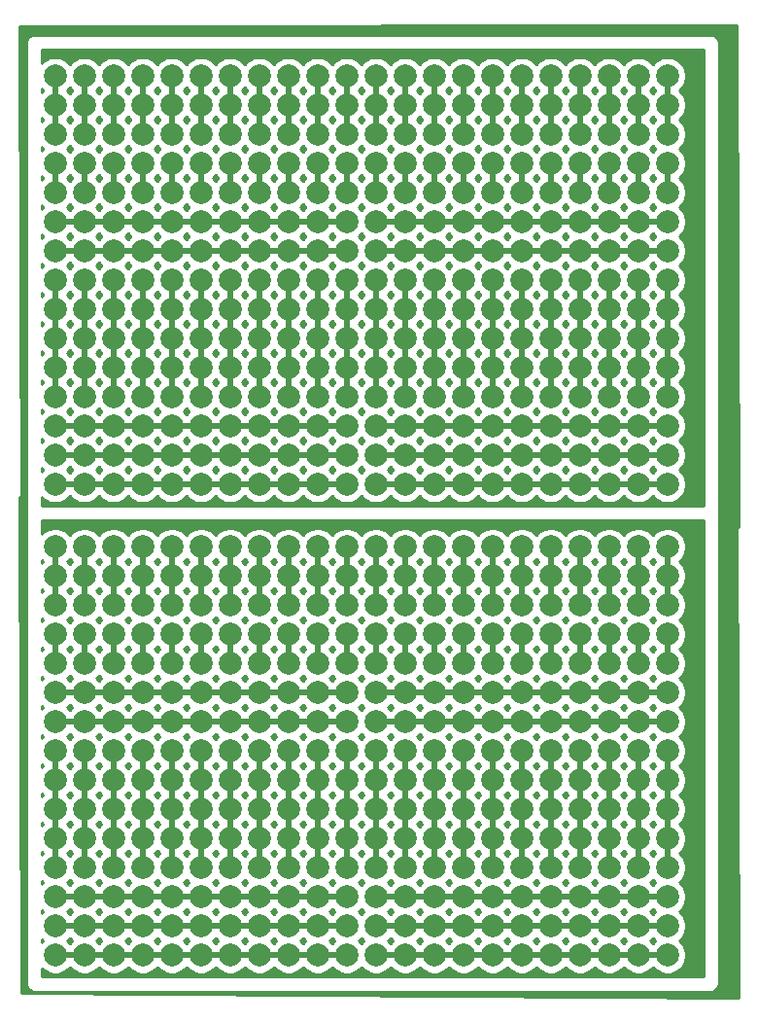
<source format=gbr>
G04 #@! TF.GenerationSoftware,KiCad,Pcbnew,5.1.5+dfsg1-2build2*
G04 #@! TF.CreationDate,2022-07-24T21:39:07-05:00*
G04 #@! TF.ProjectId,,58585858-5858-4585-9858-585858585858,rev?*
G04 #@! TF.SameCoordinates,Original*
G04 #@! TF.FileFunction,Copper,L2,Bot*
G04 #@! TF.FilePolarity,Positive*
%FSLAX46Y46*%
G04 Gerber Fmt 4.6, Leading zero omitted, Abs format (unit mm)*
G04 Created by KiCad (PCBNEW 5.1.5+dfsg1-2build2) date 2022-07-24 21:39:07*
%MOMM*%
%LPD*%
G04 APERTURE LIST*
%ADD10C,2.000000*%
%ADD11C,0.500000*%
%ADD12C,0.254000*%
G04 APERTURE END LIST*
D10*
X126225300Y-118977040D03*
X100825300Y-88497040D03*
X100825300Y-85957040D03*
X131305300Y-93577040D03*
X108445300Y-121517040D03*
X126225300Y-121517040D03*
X128765300Y-118977040D03*
X100825300Y-91037040D03*
X128765300Y-116437040D03*
X128765300Y-113897040D03*
X128765300Y-111357040D03*
X128765300Y-108817040D03*
X128765300Y-106277040D03*
X128765300Y-103737040D03*
X128765300Y-101197040D03*
X110985300Y-121517040D03*
X113525300Y-121517040D03*
X116065300Y-121517040D03*
X118605300Y-121517040D03*
X121145300Y-121517040D03*
X123685300Y-121517040D03*
X103365300Y-91037040D03*
X105905300Y-91037040D03*
X108445300Y-91037040D03*
X110985300Y-91037040D03*
X113525300Y-91037040D03*
X116065300Y-91037040D03*
X118605300Y-91037040D03*
X121145300Y-91037040D03*
X123685300Y-91037040D03*
X126225300Y-91037040D03*
X128765300Y-91037040D03*
X131305300Y-91037040D03*
X133845300Y-91037040D03*
X136385300Y-91037040D03*
X138925300Y-91037040D03*
X141465300Y-91037040D03*
X144005300Y-91037040D03*
X146545300Y-91037040D03*
X149085300Y-91037040D03*
X151625300Y-91037040D03*
X154165300Y-91037040D03*
X103365300Y-88497040D03*
X105905300Y-88497040D03*
X108445300Y-88497040D03*
X110985300Y-88497040D03*
X113525300Y-88497040D03*
X116065300Y-88497040D03*
X118605300Y-88497040D03*
X121145300Y-88497040D03*
X123685300Y-88497040D03*
X103365300Y-103737040D03*
X123685300Y-103737040D03*
X108445300Y-101197040D03*
X144005300Y-85957040D03*
X146545300Y-85957040D03*
X149085300Y-85957040D03*
X151625300Y-85957040D03*
X154165300Y-85957040D03*
X133845300Y-93577040D03*
X136385300Y-93577040D03*
X118605300Y-116437040D03*
X126225300Y-103737040D03*
X118605300Y-108817040D03*
X126225300Y-88497040D03*
X128765300Y-88497040D03*
X131305300Y-88497040D03*
X133845300Y-88497040D03*
X136385300Y-88497040D03*
X138925300Y-88497040D03*
X141465300Y-88497040D03*
X144005300Y-88497040D03*
X146545300Y-88497040D03*
X149085300Y-88497040D03*
X151625300Y-88497040D03*
X154165300Y-88497040D03*
X103365300Y-85957040D03*
X105905300Y-85957040D03*
X108445300Y-85957040D03*
X116065300Y-101197040D03*
X110985300Y-96117040D03*
X118605300Y-106277040D03*
X113525300Y-103737040D03*
X116065300Y-116437040D03*
X113525300Y-98657040D03*
X121145300Y-108817040D03*
X123685300Y-108817040D03*
X105905300Y-106277040D03*
X108445300Y-116437040D03*
X108445300Y-108817040D03*
X103365300Y-106277040D03*
X105905300Y-116437040D03*
X110985300Y-106277040D03*
X113525300Y-96117040D03*
X128765300Y-93577040D03*
X113525300Y-108817040D03*
X110985300Y-98657040D03*
X110985300Y-108817040D03*
X103365300Y-96117040D03*
X100825300Y-116437040D03*
X121145300Y-96117040D03*
X113525300Y-116437040D03*
X108445300Y-103737040D03*
X105905300Y-96117040D03*
X100825300Y-98657040D03*
X103365300Y-101197040D03*
X116065300Y-108817040D03*
X116065300Y-96117040D03*
X146545300Y-118977040D03*
X103365300Y-108817040D03*
X121145300Y-106277040D03*
X126225300Y-96117040D03*
X103365300Y-116437040D03*
X126225300Y-116437040D03*
X123685300Y-106277040D03*
X121145300Y-116437040D03*
X149085300Y-118977040D03*
X108445300Y-98657040D03*
X100825300Y-108817040D03*
X108445300Y-96117040D03*
X118605300Y-101197040D03*
X103365300Y-118977040D03*
X123685300Y-116437040D03*
X128765300Y-96117040D03*
X105905300Y-108817040D03*
X126225300Y-106277040D03*
X149085300Y-121517040D03*
X146545300Y-121517040D03*
X144005300Y-121517040D03*
X121145300Y-98657040D03*
X141465300Y-121517040D03*
X123685300Y-98657040D03*
X138925300Y-121517040D03*
X118605300Y-98657040D03*
X136385300Y-121517040D03*
X133845300Y-121517040D03*
X128765300Y-85957040D03*
X131305300Y-121517040D03*
X116065300Y-98657040D03*
X154165300Y-118977040D03*
X128765300Y-121517040D03*
X151625300Y-118977040D03*
X154165300Y-121517040D03*
X126225300Y-85957040D03*
X151625300Y-121517040D03*
X105905300Y-103737040D03*
X121145300Y-103737040D03*
X100825300Y-111357040D03*
X113525300Y-111357040D03*
X110985300Y-111357040D03*
X108445300Y-111357040D03*
X105905300Y-111357040D03*
X103365300Y-111357040D03*
X126225300Y-108817040D03*
X116065300Y-111357040D03*
X118605300Y-111357040D03*
X121145300Y-111357040D03*
X123685300Y-111357040D03*
X126225300Y-111357040D03*
X100825300Y-113897040D03*
X103365300Y-113897040D03*
X105905300Y-113897040D03*
X110985300Y-113897040D03*
X113525300Y-113897040D03*
X108445300Y-113897040D03*
X100825300Y-106277040D03*
X113525300Y-106277040D03*
X113525300Y-101197040D03*
X100825300Y-118977040D03*
X103365300Y-98657040D03*
X110985300Y-103737040D03*
X108445300Y-118977040D03*
X123685300Y-96117040D03*
X105905300Y-118977040D03*
X105905300Y-101197040D03*
X121145300Y-101197040D03*
X103365300Y-93577040D03*
X105905300Y-98657040D03*
X110985300Y-101197040D03*
X118605300Y-103737040D03*
X118605300Y-96117040D03*
X110985300Y-116437040D03*
X100825300Y-96117040D03*
X108445300Y-106277040D03*
X144005300Y-111357040D03*
X146545300Y-111357040D03*
X138925300Y-118977040D03*
X141465300Y-118977040D03*
X128765300Y-98657040D03*
X100825300Y-121517040D03*
X103365300Y-121517040D03*
X100825300Y-103737040D03*
X105905300Y-121517040D03*
X100825300Y-101197040D03*
X108445300Y-93577040D03*
X113525300Y-93577040D03*
X116065300Y-93577040D03*
X118605300Y-93577040D03*
X100825300Y-93577040D03*
X121145300Y-93577040D03*
X123685300Y-93577040D03*
X144005300Y-118977040D03*
X126225300Y-93577040D03*
X110985300Y-93577040D03*
X105905300Y-93577040D03*
X146545300Y-116437040D03*
X149085300Y-116437040D03*
X151625300Y-116437040D03*
X154165300Y-116437040D03*
X131305300Y-118977040D03*
X133845300Y-118977040D03*
X136385300Y-118977040D03*
X138925300Y-116437040D03*
X141465300Y-116437040D03*
X146545300Y-113897040D03*
X149085300Y-113897040D03*
X144005300Y-116437040D03*
X151625300Y-113897040D03*
X154165300Y-113897040D03*
X149085300Y-111357040D03*
X151625300Y-111357040D03*
X131305300Y-116437040D03*
X131305300Y-111357040D03*
X133845300Y-111357040D03*
X136385300Y-111357040D03*
X154165300Y-111357040D03*
X131305300Y-113897040D03*
X133845300Y-113897040D03*
X136385300Y-113897040D03*
X144005300Y-113897040D03*
X151625300Y-106277040D03*
X154165300Y-106277040D03*
X131305300Y-108817040D03*
X133845300Y-108817040D03*
X136385300Y-108817040D03*
X138925300Y-111357040D03*
X141465300Y-111357040D03*
X144005300Y-103737040D03*
X146545300Y-103737040D03*
X149085300Y-103737040D03*
X136385300Y-106277040D03*
X138925300Y-106277040D03*
X141465300Y-106277040D03*
X144005300Y-106277040D03*
X146545300Y-106277040D03*
X149085300Y-106277040D03*
X151625300Y-103737040D03*
X154165300Y-103737040D03*
X131305300Y-106277040D03*
X133845300Y-106277040D03*
X151625300Y-101197040D03*
X154165300Y-101197040D03*
X131305300Y-103737040D03*
X133845300Y-103737040D03*
X136385300Y-103737040D03*
X138925300Y-103737040D03*
X141465300Y-103737040D03*
X138925300Y-113897040D03*
X141465300Y-113897040D03*
X131305300Y-101197040D03*
X133845300Y-101197040D03*
X136385300Y-101197040D03*
X138925300Y-101197040D03*
X133845300Y-116437040D03*
X136385300Y-116437040D03*
X141465300Y-101197040D03*
X144005300Y-101197040D03*
X146545300Y-101197040D03*
X149085300Y-101197040D03*
X131305300Y-98657040D03*
X133845300Y-98657040D03*
X136385300Y-98657040D03*
X138925300Y-98657040D03*
X141465300Y-98657040D03*
X151625300Y-108817040D03*
X154165300Y-108817040D03*
X110985300Y-85957040D03*
X113525300Y-85957040D03*
X116065300Y-85957040D03*
X118605300Y-85957040D03*
X121145300Y-85957040D03*
X123685300Y-85957040D03*
X131305300Y-85957040D03*
X133845300Y-85957040D03*
X136385300Y-85957040D03*
X138925300Y-85957040D03*
X141465300Y-85957040D03*
X138925300Y-108817040D03*
X141465300Y-108817040D03*
X123685300Y-101197040D03*
X126225300Y-98657040D03*
X116065300Y-106277040D03*
X123685300Y-113897040D03*
X126225300Y-113897040D03*
X126225300Y-101197040D03*
X144005300Y-108817040D03*
X146545300Y-108817040D03*
X149085300Y-108817040D03*
X144005300Y-98657040D03*
X146545300Y-98657040D03*
X149085300Y-98657040D03*
X151625300Y-98657040D03*
X154165300Y-98657040D03*
X141465300Y-96117040D03*
X144005300Y-96117040D03*
X146545300Y-96117040D03*
X149085300Y-96117040D03*
X151625300Y-96117040D03*
X154165300Y-96117040D03*
X151625300Y-93577040D03*
X154165300Y-93577040D03*
X131305300Y-96117040D03*
X133845300Y-96117040D03*
X136385300Y-96117040D03*
X138925300Y-96117040D03*
X138925300Y-93577040D03*
X141465300Y-93577040D03*
X144005300Y-93577040D03*
X146545300Y-93577040D03*
X149085300Y-93577040D03*
X118605300Y-113897040D03*
X121145300Y-113897040D03*
X116065300Y-113897040D03*
X123685300Y-118977040D03*
X116065300Y-103737040D03*
X121145300Y-118977040D03*
X118605300Y-118977040D03*
X116065300Y-118977040D03*
X113525300Y-118977040D03*
X110985300Y-118977040D03*
X126225300Y-77977040D03*
X123685300Y-77977040D03*
X121145300Y-77977040D03*
X118605300Y-77977040D03*
X116065300Y-77977040D03*
X113525300Y-77977040D03*
X110985300Y-77977040D03*
X108445300Y-77977040D03*
X105905300Y-77977040D03*
X103365300Y-77977040D03*
X100825300Y-77977040D03*
X126225300Y-75437040D03*
X123685300Y-75437040D03*
X121145300Y-75437040D03*
X118605300Y-75437040D03*
X116065300Y-75437040D03*
X113525300Y-75437040D03*
X110985300Y-75437040D03*
X108445300Y-75437040D03*
X105905300Y-75437040D03*
X103365300Y-75437040D03*
X100825300Y-75437040D03*
X126225300Y-72897040D03*
X123685300Y-72897040D03*
X121145300Y-72897040D03*
X118605300Y-72897040D03*
X116065300Y-72897040D03*
X113525300Y-72897040D03*
X110985300Y-72897040D03*
X108445300Y-72897040D03*
X105905300Y-72897040D03*
X103365300Y-72897040D03*
X100825300Y-72897040D03*
X126225300Y-70357040D03*
X123685300Y-70357040D03*
X121145300Y-70357040D03*
X118605300Y-70357040D03*
X116065300Y-70357040D03*
X113525300Y-70357040D03*
X110985300Y-70357040D03*
X108445300Y-70357040D03*
X105905300Y-70357040D03*
X103365300Y-70357040D03*
X100825300Y-70357040D03*
X126225300Y-67817040D03*
X123685300Y-67817040D03*
X121145300Y-67817040D03*
X118605300Y-67817040D03*
X116065300Y-67817040D03*
X113525300Y-67817040D03*
X110985300Y-67817040D03*
X108445300Y-67817040D03*
X105905300Y-67817040D03*
X103365300Y-67817040D03*
X100825300Y-67817040D03*
X126225300Y-65277040D03*
X123685300Y-65277040D03*
X121145300Y-65277040D03*
X118605300Y-65277040D03*
X116065300Y-65277040D03*
X113525300Y-65277040D03*
X110985300Y-65277040D03*
X108445300Y-65277040D03*
X105905300Y-65277040D03*
X103365300Y-65277040D03*
X100825300Y-65277040D03*
X126225300Y-62737040D03*
X123685300Y-62737040D03*
X121145300Y-62737040D03*
X118605300Y-62737040D03*
X116065300Y-62737040D03*
X113525300Y-62737040D03*
X110985300Y-62737040D03*
X108445300Y-62737040D03*
X105905300Y-62737040D03*
X103365300Y-62737040D03*
X100825300Y-62737040D03*
X126225300Y-60197040D03*
X123685300Y-60197040D03*
X121145300Y-60197040D03*
X118605300Y-60197040D03*
X116065300Y-60197040D03*
X113525300Y-60197040D03*
X110985300Y-60197040D03*
X108445300Y-60197040D03*
X105905300Y-60197040D03*
X103365300Y-60197040D03*
X100825300Y-60197040D03*
X105905300Y-80517040D03*
X103365300Y-80517040D03*
X100825300Y-80517040D03*
X128765300Y-57657040D03*
X126225300Y-57657040D03*
X123685300Y-57657040D03*
X121145300Y-57657040D03*
X118605300Y-57657040D03*
X116065300Y-57657040D03*
X113525300Y-57657040D03*
X110985300Y-57657040D03*
X108445300Y-57657040D03*
X105905300Y-57657040D03*
X103365300Y-57657040D03*
X100825300Y-57657040D03*
X128765300Y-55117040D03*
X126225300Y-55117040D03*
X123685300Y-55117040D03*
X121145300Y-55117040D03*
X118605300Y-55117040D03*
X116065300Y-55117040D03*
X113525300Y-55117040D03*
X110985300Y-55117040D03*
X108445300Y-55117040D03*
X105905300Y-55117040D03*
X103365300Y-55117040D03*
X100825300Y-55117040D03*
X128765300Y-52577040D03*
X126225300Y-52577040D03*
X123685300Y-52577040D03*
X121145300Y-52577040D03*
X118605300Y-52577040D03*
X116065300Y-52577040D03*
X113525300Y-52577040D03*
X110985300Y-52577040D03*
X108445300Y-52577040D03*
X105905300Y-52577040D03*
X103365300Y-52577040D03*
X100825300Y-52577040D03*
X128765300Y-80517040D03*
X154165300Y-80517040D03*
X151625300Y-80517040D03*
X149085300Y-80517040D03*
X146545300Y-80517040D03*
X144005300Y-80517040D03*
X141465300Y-80517040D03*
X138925300Y-80517040D03*
X136385300Y-80517040D03*
X133845300Y-80517040D03*
X131305300Y-80517040D03*
X154165300Y-77977040D03*
X151625300Y-77977040D03*
X149085300Y-77977040D03*
X146545300Y-77977040D03*
X144005300Y-77977040D03*
X141465300Y-77977040D03*
X138925300Y-77977040D03*
X136385300Y-77977040D03*
X133845300Y-77977040D03*
X131305300Y-77977040D03*
X154165300Y-75437040D03*
X151625300Y-75437040D03*
X149085300Y-75437040D03*
X146545300Y-75437040D03*
X144005300Y-75437040D03*
X141465300Y-75437040D03*
X138925300Y-75437040D03*
X136385300Y-75437040D03*
X133845300Y-75437040D03*
X131305300Y-75437040D03*
X154165300Y-72897040D03*
X151625300Y-72897040D03*
X149085300Y-72897040D03*
X146545300Y-72897040D03*
X144005300Y-72897040D03*
X141465300Y-72897040D03*
X138925300Y-72897040D03*
X136385300Y-72897040D03*
X133845300Y-72897040D03*
X131305300Y-72897040D03*
X154165300Y-70357040D03*
X151625300Y-70357040D03*
X149085300Y-70357040D03*
X146545300Y-70357040D03*
X144005300Y-70357040D03*
X141465300Y-70357040D03*
X138925300Y-70357040D03*
X136385300Y-70357040D03*
X133845300Y-70357040D03*
X131305300Y-70357040D03*
X154165300Y-67817040D03*
X151625300Y-67817040D03*
X149085300Y-67817040D03*
X146545300Y-67817040D03*
X144005300Y-67817040D03*
X141465300Y-67817040D03*
X138925300Y-67817040D03*
X136385300Y-67817040D03*
X133845300Y-67817040D03*
X131305300Y-67817040D03*
X154165300Y-65277040D03*
X151625300Y-65277040D03*
X149085300Y-65277040D03*
X146545300Y-65277040D03*
X144005300Y-65277040D03*
X141465300Y-65277040D03*
X138925300Y-65277040D03*
X136385300Y-65277040D03*
X133845300Y-65277040D03*
X131305300Y-65277040D03*
X154165300Y-62737040D03*
X151625300Y-62737040D03*
X149085300Y-62737040D03*
X146545300Y-62737040D03*
X144005300Y-62737040D03*
X141465300Y-62737040D03*
X138925300Y-62737040D03*
X136385300Y-62737040D03*
X133845300Y-62737040D03*
X131305300Y-62737040D03*
X154165300Y-60197040D03*
X151625300Y-60197040D03*
X149085300Y-60197040D03*
X146545300Y-60197040D03*
X144005300Y-60197040D03*
X141465300Y-60197040D03*
X138925300Y-60197040D03*
X136385300Y-60197040D03*
X133845300Y-60197040D03*
X131305300Y-60197040D03*
X154165300Y-57657040D03*
X151625300Y-57657040D03*
X149085300Y-57657040D03*
X146545300Y-57657040D03*
X144005300Y-57657040D03*
X141465300Y-57657040D03*
X138925300Y-57657040D03*
X136385300Y-57657040D03*
X133845300Y-57657040D03*
X131305300Y-57657040D03*
X154165300Y-55117040D03*
X151625300Y-55117040D03*
X149085300Y-55117040D03*
X146545300Y-55117040D03*
X144005300Y-55117040D03*
X141465300Y-55117040D03*
X138925300Y-55117040D03*
X136385300Y-55117040D03*
X133845300Y-55117040D03*
X131305300Y-55117040D03*
X154165300Y-52577040D03*
X151625300Y-52577040D03*
X149085300Y-52577040D03*
X146545300Y-52577040D03*
X144005300Y-52577040D03*
X141465300Y-52577040D03*
X138925300Y-52577040D03*
X136385300Y-52577040D03*
X133845300Y-52577040D03*
X154165300Y-44957040D03*
X151625300Y-44957040D03*
X149085300Y-44957040D03*
X146545300Y-44957040D03*
X144005300Y-44957040D03*
X141465300Y-44957040D03*
X138925300Y-44957040D03*
X136385300Y-44957040D03*
X133845300Y-44957040D03*
X131305300Y-44957040D03*
X128765300Y-44957040D03*
X126225300Y-44957040D03*
X123685300Y-44957040D03*
X121145300Y-44957040D03*
X118605300Y-44957040D03*
X116065300Y-44957040D03*
X113525300Y-44957040D03*
X110985300Y-44957040D03*
X108445300Y-44957040D03*
X105905300Y-44957040D03*
X103365300Y-44957040D03*
X154165300Y-47497040D03*
X151625300Y-47497040D03*
X149085300Y-47497040D03*
X146545300Y-47497040D03*
X144005300Y-47497040D03*
X141465300Y-47497040D03*
X138925300Y-47497040D03*
X136385300Y-47497040D03*
X133845300Y-47497040D03*
X131305300Y-47497040D03*
X128765300Y-47497040D03*
X126225300Y-47497040D03*
X123685300Y-47497040D03*
X121145300Y-47497040D03*
X118605300Y-47497040D03*
X116065300Y-47497040D03*
X113525300Y-47497040D03*
X110985300Y-47497040D03*
X108445300Y-47497040D03*
X105905300Y-47497040D03*
X103365300Y-47497040D03*
X154165300Y-50037040D03*
X151625300Y-50037040D03*
X149085300Y-50037040D03*
X146545300Y-50037040D03*
X144005300Y-50037040D03*
X141465300Y-50037040D03*
X138925300Y-50037040D03*
X136385300Y-50037040D03*
X133845300Y-50037040D03*
X131305300Y-50037040D03*
X128765300Y-50037040D03*
X126225300Y-50037040D03*
X123685300Y-50037040D03*
X121145300Y-50037040D03*
X118605300Y-50037040D03*
X116065300Y-50037040D03*
X113525300Y-50037040D03*
X110985300Y-50037040D03*
X108445300Y-50037040D03*
X105905300Y-50037040D03*
X103365300Y-50037040D03*
X123685300Y-80517040D03*
X121145300Y-80517040D03*
X118605300Y-80517040D03*
X116065300Y-80517040D03*
X113525300Y-80517040D03*
X110985300Y-80517040D03*
X128765300Y-60197040D03*
X128765300Y-62737040D03*
X128765300Y-65277040D03*
X128765300Y-67817040D03*
X128765300Y-70357040D03*
X128765300Y-72897040D03*
X128765300Y-75437040D03*
X100825300Y-50037040D03*
X128765300Y-77977040D03*
X126225300Y-80517040D03*
X108445300Y-80517040D03*
X131305300Y-52577040D03*
X100825300Y-44957040D03*
X100825300Y-47497040D03*
D11*
X100825300Y-44957040D02*
X100825300Y-47497040D01*
X103365300Y-44957040D02*
X103365300Y-47497040D01*
X105905300Y-44957040D02*
X105905300Y-47497040D01*
X108445300Y-44957040D02*
X108445300Y-47497040D01*
X110985300Y-44957040D02*
X110985300Y-47497040D01*
X113525300Y-44957040D02*
X113525300Y-47497040D01*
X116065300Y-44957040D02*
X116065300Y-47497040D01*
X118605300Y-44957040D02*
X118605300Y-47497040D01*
X121145300Y-44957040D02*
X121145300Y-47497040D01*
X123685300Y-44957040D02*
X123685300Y-47497040D01*
X126225300Y-44957040D02*
X126225300Y-47497040D01*
X128765300Y-44957040D02*
X128765300Y-47497040D01*
X131305300Y-44957040D02*
X131305300Y-47497040D01*
X133845300Y-44957040D02*
X133845300Y-47497040D01*
X136385300Y-44957040D02*
X136385300Y-47497040D01*
X138925300Y-44957040D02*
X138925300Y-47497040D01*
X141465300Y-44957040D02*
X141465300Y-47497040D01*
X144005300Y-44957040D02*
X144005300Y-47497040D01*
X146545300Y-44957040D02*
X146545300Y-47497040D01*
X149085300Y-44957040D02*
X149085300Y-47497040D01*
X151625300Y-44957040D02*
X151625300Y-47497040D01*
X154165300Y-44957040D02*
X154165300Y-47497040D01*
X100825300Y-47497040D02*
X100825300Y-50037040D01*
X103365300Y-47497040D02*
X103365300Y-50037040D01*
X105905300Y-47497040D02*
X105905300Y-50037040D01*
X108445300Y-47497040D02*
X108445300Y-50037040D01*
X110985300Y-47497040D02*
X110985300Y-50037040D01*
X113525300Y-47497040D02*
X113525300Y-50037040D01*
X116065300Y-47497040D02*
X116065300Y-50037040D01*
X118605300Y-47497040D02*
X118605300Y-50037040D01*
X121145300Y-47497040D02*
X121145300Y-50037040D01*
X123685300Y-47497040D02*
X123685300Y-50037040D01*
X126225300Y-47497040D02*
X126225300Y-50037040D01*
X128765300Y-47497040D02*
X128765300Y-50037040D01*
X131305300Y-47497040D02*
X131305300Y-50037040D01*
X133845300Y-47497040D02*
X133845300Y-50037040D01*
X136385300Y-47497040D02*
X136385300Y-50037040D01*
X138925300Y-47497040D02*
X138925300Y-50037040D01*
X141465300Y-47497040D02*
X141465300Y-50037040D01*
X144005300Y-47497040D02*
X144005300Y-50037040D01*
X146545300Y-47497040D02*
X146545300Y-50037040D01*
X149085300Y-47497040D02*
X149085300Y-50037040D01*
X151625300Y-47497040D02*
X151625300Y-50037040D01*
X154165300Y-47497040D02*
X154165300Y-50037040D01*
X100825300Y-52577040D02*
X100825300Y-55117040D01*
X103365300Y-52577040D02*
X103365300Y-55117040D01*
X105905300Y-52577040D02*
X105905300Y-55117040D01*
X108445300Y-52577040D02*
X108445300Y-55117040D01*
X110985300Y-52577040D02*
X110985300Y-55117040D01*
X113525300Y-52577040D02*
X113525300Y-55117040D01*
X116065300Y-52577040D02*
X116065300Y-55117040D01*
X118605300Y-52577040D02*
X118605300Y-55117040D01*
X121145300Y-52577040D02*
X121145300Y-55117040D01*
X123685300Y-52577040D02*
X123685300Y-55117040D01*
X126225300Y-52577040D02*
X126225300Y-55117040D01*
X128765300Y-52577040D02*
X128765300Y-55117040D01*
X131305300Y-52577040D02*
X131305300Y-55117040D01*
X133845300Y-52577040D02*
X133845300Y-55117040D01*
X136385300Y-52577040D02*
X136385300Y-55117040D01*
X138925300Y-52577040D02*
X138925300Y-55117040D01*
X141465300Y-52577040D02*
X141465300Y-55117040D01*
X144005300Y-52577040D02*
X144005300Y-55117040D01*
X146545300Y-52577040D02*
X146545300Y-55117040D01*
X149085300Y-52577040D02*
X149085300Y-55117040D01*
X151625300Y-52577040D02*
X151625300Y-55117040D01*
X154165300Y-52577040D02*
X154165300Y-55117040D01*
X103365300Y-57657040D02*
X100825300Y-57657040D01*
X105905300Y-57657040D02*
X103365300Y-57657040D01*
X108445300Y-57657040D02*
X105905300Y-57657040D01*
X110985300Y-57657040D02*
X108445300Y-57657040D01*
X113525300Y-57657040D02*
X110985300Y-57657040D01*
X116065300Y-57657040D02*
X113525300Y-57657040D01*
X118605300Y-57657040D02*
X116065300Y-57657040D01*
X121145300Y-57657040D02*
X118605300Y-57657040D01*
X123685300Y-57657040D02*
X121145300Y-57657040D01*
X126225300Y-57657040D02*
X123685300Y-57657040D01*
X131305300Y-57657040D02*
X128765300Y-57657040D01*
X133845300Y-57657040D02*
X131305300Y-57657040D01*
X136385300Y-57657040D02*
X133845300Y-57657040D01*
X138925300Y-57657040D02*
X136385300Y-57657040D01*
X141465300Y-57657040D02*
X138925300Y-57657040D01*
X144005300Y-57657040D02*
X141465300Y-57657040D01*
X146545300Y-57657040D02*
X144005300Y-57657040D01*
X149085300Y-57657040D02*
X146545300Y-57657040D01*
X151625300Y-57657040D02*
X149085300Y-57657040D01*
X154165300Y-57657040D02*
X151625300Y-57657040D01*
X103365300Y-60197040D02*
X100825300Y-60197040D01*
X105905300Y-60197040D02*
X103365300Y-60197040D01*
X108445300Y-60197040D02*
X105905300Y-60197040D01*
X110985300Y-60197040D02*
X108445300Y-60197040D01*
X113525300Y-60197040D02*
X110985300Y-60197040D01*
X116065300Y-60197040D02*
X113525300Y-60197040D01*
X118605300Y-60197040D02*
X116065300Y-60197040D01*
X121145300Y-60197040D02*
X118605300Y-60197040D01*
X123685300Y-60197040D02*
X121145300Y-60197040D01*
X126225300Y-60197040D02*
X123685300Y-60197040D01*
X131305300Y-60197040D02*
X128765300Y-60197040D01*
X133845300Y-60197040D02*
X131305300Y-60197040D01*
X136385300Y-60197040D02*
X133845300Y-60197040D01*
X138925300Y-60197040D02*
X136385300Y-60197040D01*
X141465300Y-60197040D02*
X138925300Y-60197040D01*
X144005300Y-60197040D02*
X141465300Y-60197040D01*
X146545300Y-60197040D02*
X144005300Y-60197040D01*
X149085300Y-60197040D02*
X146545300Y-60197040D01*
X151625300Y-60197040D02*
X149085300Y-60197040D01*
X154165300Y-60197040D02*
X151625300Y-60197040D01*
X103365300Y-75437040D02*
X100825300Y-75437040D01*
X105905300Y-75437040D02*
X103365300Y-75437040D01*
X108445300Y-75437040D02*
X105905300Y-75437040D01*
X110985300Y-75437040D02*
X108445300Y-75437040D01*
X113525300Y-75437040D02*
X110985300Y-75437040D01*
X116065300Y-75437040D02*
X113525300Y-75437040D01*
X118605300Y-75437040D02*
X116065300Y-75437040D01*
X121145300Y-75437040D02*
X118605300Y-75437040D01*
X123685300Y-75437040D02*
X121145300Y-75437040D01*
X126225300Y-75437040D02*
X123685300Y-75437040D01*
X131305300Y-75437040D02*
X128765300Y-75437040D01*
X133845300Y-75437040D02*
X131305300Y-75437040D01*
X136385300Y-75437040D02*
X133845300Y-75437040D01*
X138925300Y-75437040D02*
X136385300Y-75437040D01*
X141465300Y-75437040D02*
X138925300Y-75437040D01*
X144005300Y-75437040D02*
X141465300Y-75437040D01*
X146545300Y-75437040D02*
X144005300Y-75437040D01*
X149085300Y-75437040D02*
X146545300Y-75437040D01*
X151625300Y-75437040D02*
X149085300Y-75437040D01*
X154165300Y-75437040D02*
X151625300Y-75437040D01*
X103365300Y-77977040D02*
X100825300Y-77977040D01*
X105905300Y-77977040D02*
X103365300Y-77977040D01*
X108445300Y-77977040D02*
X105905300Y-77977040D01*
X110985300Y-77977040D02*
X108445300Y-77977040D01*
X113525300Y-77977040D02*
X110985300Y-77977040D01*
X116065300Y-77977040D02*
X113525300Y-77977040D01*
X118605300Y-77977040D02*
X116065300Y-77977040D01*
X121145300Y-77977040D02*
X118605300Y-77977040D01*
X123685300Y-77977040D02*
X121145300Y-77977040D01*
X126225300Y-77977040D02*
X123685300Y-77977040D01*
X131305300Y-77977040D02*
X128765300Y-77977040D01*
X133845300Y-77977040D02*
X131305300Y-77977040D01*
X136385300Y-77977040D02*
X133845300Y-77977040D01*
X138925300Y-77977040D02*
X136385300Y-77977040D01*
X141465300Y-77977040D02*
X138925300Y-77977040D01*
X144005300Y-77977040D02*
X141465300Y-77977040D01*
X146545300Y-77977040D02*
X144005300Y-77977040D01*
X149085300Y-77977040D02*
X146545300Y-77977040D01*
X151625300Y-77977040D02*
X149085300Y-77977040D01*
X154165300Y-77977040D02*
X151625300Y-77977040D01*
X103365300Y-80517040D02*
X100825300Y-80517040D01*
X105905300Y-80517040D02*
X103365300Y-80517040D01*
X108445300Y-80517040D02*
X105905300Y-80517040D01*
X110985300Y-80517040D02*
X108445300Y-80517040D01*
X113525300Y-80517040D02*
X110985300Y-80517040D01*
X116065300Y-80517040D02*
X113525300Y-80517040D01*
X118605300Y-80517040D02*
X116065300Y-80517040D01*
X121145300Y-80517040D02*
X118605300Y-80517040D01*
X123685300Y-80517040D02*
X121145300Y-80517040D01*
X126225300Y-80517040D02*
X123685300Y-80517040D01*
X131305300Y-80517040D02*
X128765300Y-80517040D01*
X133845300Y-80517040D02*
X131305300Y-80517040D01*
X136385300Y-80517040D02*
X133845300Y-80517040D01*
X138925300Y-80517040D02*
X136385300Y-80517040D01*
X141465300Y-80517040D02*
X138925300Y-80517040D01*
X144005300Y-80517040D02*
X141465300Y-80517040D01*
X146545300Y-80517040D02*
X144005300Y-80517040D01*
X149085300Y-80517040D02*
X146545300Y-80517040D01*
X151625300Y-80517040D02*
X149085300Y-80517040D01*
X154165300Y-80517040D02*
X151625300Y-80517040D01*
X100825300Y-62737040D02*
X100825300Y-65277040D01*
X103365300Y-62737040D02*
X103365300Y-65277040D01*
X105905300Y-62737040D02*
X105905300Y-65277040D01*
X108445300Y-62737040D02*
X108445300Y-65277040D01*
X110985300Y-62737040D02*
X110985300Y-65277040D01*
X113525300Y-62737040D02*
X113525300Y-65277040D01*
X116065300Y-62737040D02*
X116065300Y-65277040D01*
X118605300Y-62737040D02*
X118605300Y-65277040D01*
X121145300Y-62737040D02*
X121145300Y-65277040D01*
X123685300Y-62737040D02*
X123685300Y-65277040D01*
X126225300Y-62737040D02*
X126225300Y-65277040D01*
X128765300Y-62737040D02*
X128765300Y-65277040D01*
X131305300Y-62737040D02*
X131305300Y-65277040D01*
X133845300Y-62737040D02*
X133845300Y-65277040D01*
X136385300Y-62737040D02*
X136385300Y-65277040D01*
X138925300Y-62737040D02*
X138925300Y-65277040D01*
X141465300Y-62737040D02*
X141465300Y-65277040D01*
X144005300Y-62737040D02*
X144005300Y-65277040D01*
X146545300Y-62737040D02*
X146545300Y-65277040D01*
X149085300Y-62737040D02*
X149085300Y-65277040D01*
X151625300Y-62737040D02*
X151625300Y-65277040D01*
X154165300Y-62737040D02*
X154165300Y-65277040D01*
X100825300Y-65277040D02*
X100825300Y-67817040D01*
X103365300Y-65277040D02*
X103365300Y-67817040D01*
X105905300Y-65277040D02*
X105905300Y-67817040D01*
X108445300Y-65277040D02*
X108445300Y-67817040D01*
X110985300Y-65277040D02*
X110985300Y-67817040D01*
X113525300Y-65277040D02*
X113525300Y-67817040D01*
X116065300Y-65277040D02*
X116065300Y-67817040D01*
X118605300Y-65277040D02*
X118605300Y-67817040D01*
X121145300Y-65277040D02*
X121145300Y-67817040D01*
X123685300Y-65277040D02*
X123685300Y-67817040D01*
X126225300Y-65277040D02*
X126225300Y-67817040D01*
X128765300Y-65277040D02*
X128765300Y-67817040D01*
X131305300Y-65277040D02*
X131305300Y-67817040D01*
X133845300Y-65277040D02*
X133845300Y-67817040D01*
X136385300Y-65277040D02*
X136385300Y-67817040D01*
X138925300Y-65277040D02*
X138925300Y-67817040D01*
X141465300Y-65277040D02*
X141465300Y-67817040D01*
X144005300Y-65277040D02*
X144005300Y-67817040D01*
X146545300Y-65277040D02*
X146545300Y-67817040D01*
X149085300Y-65277040D02*
X149085300Y-67817040D01*
X151625300Y-65277040D02*
X151625300Y-67817040D01*
X154165300Y-65277040D02*
X154165300Y-67817040D01*
X100825300Y-67817040D02*
X100825300Y-70357040D01*
X103365300Y-67817040D02*
X103365300Y-70357040D01*
X105905300Y-67817040D02*
X105905300Y-70357040D01*
X108445300Y-67817040D02*
X108445300Y-70357040D01*
X110985300Y-67817040D02*
X110985300Y-70357040D01*
X113525300Y-67817040D02*
X113525300Y-70357040D01*
X116065300Y-67817040D02*
X116065300Y-70357040D01*
X118605300Y-67817040D02*
X118605300Y-70357040D01*
X121145300Y-67817040D02*
X121145300Y-70357040D01*
X123685300Y-67817040D02*
X123685300Y-70357040D01*
X126225300Y-67817040D02*
X126225300Y-70357040D01*
X128765300Y-67817040D02*
X128765300Y-70357040D01*
X131305300Y-67817040D02*
X131305300Y-70357040D01*
X133845300Y-67817040D02*
X133845300Y-70357040D01*
X136385300Y-67817040D02*
X136385300Y-70357040D01*
X138925300Y-67817040D02*
X138925300Y-70357040D01*
X141465300Y-67817040D02*
X141465300Y-70357040D01*
X144005300Y-67817040D02*
X144005300Y-70357040D01*
X146545300Y-67817040D02*
X146545300Y-70357040D01*
X149085300Y-67817040D02*
X149085300Y-70357040D01*
X151625300Y-67817040D02*
X151625300Y-70357040D01*
X154165300Y-67817040D02*
X154165300Y-70357040D01*
X100825300Y-70357040D02*
X100825300Y-72897040D01*
X103365300Y-70357040D02*
X103365300Y-72897040D01*
X105905300Y-70357040D02*
X105905300Y-72897040D01*
X108445300Y-70357040D02*
X108445300Y-72897040D01*
X110985300Y-70357040D02*
X110985300Y-72897040D01*
X113525300Y-70357040D02*
X113525300Y-72897040D01*
X116065300Y-70357040D02*
X116065300Y-72897040D01*
X118605300Y-70357040D02*
X118605300Y-72897040D01*
X121145300Y-70357040D02*
X121145300Y-72897040D01*
X123685300Y-70357040D02*
X123685300Y-72897040D01*
X126225300Y-70357040D02*
X126225300Y-72897040D01*
X128765300Y-70357040D02*
X128765300Y-72897040D01*
X131305300Y-70357040D02*
X131305300Y-72897040D01*
X133845300Y-70357040D02*
X133845300Y-72897040D01*
X136385300Y-70357040D02*
X136385300Y-72897040D01*
X138925300Y-70357040D02*
X138925300Y-72897040D01*
X141465300Y-70357040D02*
X141465300Y-72897040D01*
X144005300Y-70357040D02*
X144005300Y-72897040D01*
X146545300Y-70357040D02*
X146545300Y-72897040D01*
X149085300Y-70357040D02*
X149085300Y-72897040D01*
X151625300Y-70357040D02*
X151625300Y-72897040D01*
X154165300Y-70357040D02*
X154165300Y-72897040D01*
X105905300Y-116437040D02*
X103365300Y-116437040D01*
X108445300Y-116437040D02*
X105905300Y-116437040D01*
X110985300Y-116437040D02*
X108445300Y-116437040D01*
X113525300Y-116437040D02*
X110985300Y-116437040D01*
X116065300Y-116437040D02*
X113525300Y-116437040D01*
X128765300Y-85957040D02*
X128765300Y-88497040D01*
X103365300Y-116437040D02*
X100825300Y-116437040D01*
X118605300Y-116437040D02*
X116065300Y-116437040D01*
X103365300Y-85957040D02*
X103365300Y-88497040D01*
X121145300Y-85957040D02*
X121145300Y-88497040D01*
X100825300Y-85957040D02*
X100825300Y-88497040D01*
X126225300Y-85957040D02*
X126225300Y-88497040D01*
X105905300Y-85957040D02*
X105905300Y-88497040D01*
X108445300Y-85957040D02*
X108445300Y-88497040D01*
X113525300Y-85957040D02*
X113525300Y-88497040D01*
X123685300Y-85957040D02*
X123685300Y-88497040D01*
X118605300Y-85957040D02*
X118605300Y-88497040D01*
X110985300Y-85957040D02*
X110985300Y-88497040D01*
X131305300Y-85957040D02*
X131305300Y-88497040D01*
X133845300Y-85957040D02*
X133845300Y-88497040D01*
X136385300Y-85957040D02*
X136385300Y-88497040D01*
X138925300Y-85957040D02*
X138925300Y-88497040D01*
X141465300Y-85957040D02*
X141465300Y-88497040D01*
X144005300Y-85957040D02*
X144005300Y-88497040D01*
X146545300Y-85957040D02*
X146545300Y-88497040D01*
X149085300Y-85957040D02*
X149085300Y-88497040D01*
X151625300Y-85957040D02*
X151625300Y-88497040D01*
X154165300Y-85957040D02*
X154165300Y-88497040D01*
X100825300Y-88497040D02*
X100825300Y-91037040D01*
X103365300Y-88497040D02*
X103365300Y-91037040D01*
X105905300Y-88497040D02*
X105905300Y-91037040D01*
X108445300Y-88497040D02*
X108445300Y-91037040D01*
X110985300Y-88497040D02*
X110985300Y-91037040D01*
X113525300Y-88497040D02*
X113525300Y-91037040D01*
X116065300Y-88497040D02*
X116065300Y-91037040D01*
X118605300Y-88497040D02*
X118605300Y-91037040D01*
X121145300Y-88497040D02*
X121145300Y-91037040D01*
X123685300Y-88497040D02*
X123685300Y-91037040D01*
X126225300Y-88497040D02*
X126225300Y-91037040D01*
X128765300Y-88497040D02*
X128765300Y-91037040D01*
X131305300Y-88497040D02*
X131305300Y-91037040D01*
X133845300Y-88497040D02*
X133845300Y-91037040D01*
X136385300Y-88497040D02*
X136385300Y-91037040D01*
X138925300Y-88497040D02*
X138925300Y-91037040D01*
X141465300Y-88497040D02*
X141465300Y-91037040D01*
X144005300Y-88497040D02*
X144005300Y-91037040D01*
X146545300Y-88497040D02*
X146545300Y-91037040D01*
X149085300Y-88497040D02*
X149085300Y-91037040D01*
X151625300Y-88497040D02*
X151625300Y-91037040D01*
X154165300Y-88497040D02*
X154165300Y-91037040D01*
X100825300Y-93577040D02*
X100825300Y-96117040D01*
X103365300Y-93577040D02*
X103365300Y-96117040D01*
X105905300Y-93577040D02*
X105905300Y-96117040D01*
X108445300Y-93577040D02*
X108445300Y-96117040D01*
X110985300Y-93577040D02*
X110985300Y-96117040D01*
X113525300Y-93577040D02*
X113525300Y-96117040D01*
X116065300Y-93577040D02*
X116065300Y-96117040D01*
X118605300Y-93577040D02*
X118605300Y-96117040D01*
X121145300Y-93577040D02*
X121145300Y-96117040D01*
X123685300Y-93577040D02*
X123685300Y-96117040D01*
X126225300Y-93577040D02*
X126225300Y-96117040D01*
X128765300Y-93577040D02*
X128765300Y-96117040D01*
X131305300Y-93577040D02*
X131305300Y-96117040D01*
X133845300Y-93577040D02*
X133845300Y-96117040D01*
X136385300Y-93577040D02*
X136385300Y-96117040D01*
X138925300Y-93577040D02*
X138925300Y-96117040D01*
X141465300Y-93577040D02*
X141465300Y-96117040D01*
X144005300Y-93577040D02*
X144005300Y-96117040D01*
X146545300Y-93577040D02*
X146545300Y-96117040D01*
X149085300Y-93577040D02*
X149085300Y-96117040D01*
X151625300Y-93577040D02*
X151625300Y-96117040D01*
X154165300Y-93577040D02*
X154165300Y-96117040D01*
X103365300Y-98657040D02*
X100825300Y-98657040D01*
X105905300Y-98657040D02*
X103365300Y-98657040D01*
X108445300Y-98657040D02*
X105905300Y-98657040D01*
X110985300Y-98657040D02*
X108445300Y-98657040D01*
X113525300Y-98657040D02*
X110985300Y-98657040D01*
X116065300Y-98657040D02*
X113525300Y-98657040D01*
X118605300Y-98657040D02*
X116065300Y-98657040D01*
X121145300Y-98657040D02*
X118605300Y-98657040D01*
X123685300Y-98657040D02*
X121145300Y-98657040D01*
X126225300Y-98657040D02*
X123685300Y-98657040D01*
X131305300Y-98657040D02*
X128765300Y-98657040D01*
X133845300Y-98657040D02*
X131305300Y-98657040D01*
X136385300Y-98657040D02*
X133845300Y-98657040D01*
X138925300Y-98657040D02*
X136385300Y-98657040D01*
X141465300Y-98657040D02*
X138925300Y-98657040D01*
X144005300Y-98657040D02*
X141465300Y-98657040D01*
X146545300Y-98657040D02*
X144005300Y-98657040D01*
X149085300Y-98657040D02*
X146545300Y-98657040D01*
X151625300Y-98657040D02*
X149085300Y-98657040D01*
X154165300Y-98657040D02*
X151625300Y-98657040D01*
X103365300Y-101197040D02*
X100825300Y-101197040D01*
X105905300Y-101197040D02*
X103365300Y-101197040D01*
X108445300Y-101197040D02*
X105905300Y-101197040D01*
X110985300Y-101197040D02*
X108445300Y-101197040D01*
X113525300Y-101197040D02*
X110985300Y-101197040D01*
X116065300Y-101197040D02*
X113525300Y-101197040D01*
X118605300Y-101197040D02*
X116065300Y-101197040D01*
X121145300Y-101197040D02*
X118605300Y-101197040D01*
X123685300Y-101197040D02*
X121145300Y-101197040D01*
X126225300Y-101197040D02*
X123685300Y-101197040D01*
X131305300Y-101197040D02*
X128765300Y-101197040D01*
X133845300Y-101197040D02*
X131305300Y-101197040D01*
X136385300Y-101197040D02*
X133845300Y-101197040D01*
X138925300Y-101197040D02*
X136385300Y-101197040D01*
X141465300Y-101197040D02*
X138925300Y-101197040D01*
X144005300Y-101197040D02*
X141465300Y-101197040D01*
X146545300Y-101197040D02*
X144005300Y-101197040D01*
X149085300Y-101197040D02*
X146545300Y-101197040D01*
X151625300Y-101197040D02*
X149085300Y-101197040D01*
X154165300Y-101197040D02*
X151625300Y-101197040D01*
X121145300Y-116437040D02*
X118605300Y-116437040D01*
X123685300Y-116437040D02*
X121145300Y-116437040D01*
X126225300Y-116437040D02*
X123685300Y-116437040D01*
X131305300Y-116437040D02*
X128765300Y-116437040D01*
X133845300Y-116437040D02*
X131305300Y-116437040D01*
X136385300Y-116437040D02*
X133845300Y-116437040D01*
X138925300Y-116437040D02*
X136385300Y-116437040D01*
X141465300Y-116437040D02*
X138925300Y-116437040D01*
X144005300Y-116437040D02*
X141465300Y-116437040D01*
X146545300Y-116437040D02*
X144005300Y-116437040D01*
X149085300Y-116437040D02*
X146545300Y-116437040D01*
X151625300Y-116437040D02*
X149085300Y-116437040D01*
X154165300Y-116437040D02*
X151625300Y-116437040D01*
X103365300Y-118977040D02*
X100825300Y-118977040D01*
X105905300Y-118977040D02*
X103365300Y-118977040D01*
X108445300Y-118977040D02*
X105905300Y-118977040D01*
X110985300Y-118977040D02*
X108445300Y-118977040D01*
X113525300Y-118977040D02*
X110985300Y-118977040D01*
X116065300Y-118977040D02*
X113525300Y-118977040D01*
X118605300Y-118977040D02*
X116065300Y-118977040D01*
X121145300Y-118977040D02*
X118605300Y-118977040D01*
X123685300Y-118977040D02*
X121145300Y-118977040D01*
X126225300Y-118977040D02*
X123685300Y-118977040D01*
X131305300Y-118977040D02*
X128765300Y-118977040D01*
X133845300Y-118977040D02*
X131305300Y-118977040D01*
X136385300Y-118977040D02*
X133845300Y-118977040D01*
X138925300Y-118977040D02*
X136385300Y-118977040D01*
X141465300Y-118977040D02*
X138925300Y-118977040D01*
X144005300Y-118977040D02*
X141465300Y-118977040D01*
X146545300Y-118977040D02*
X144005300Y-118977040D01*
X149085300Y-118977040D02*
X146545300Y-118977040D01*
X151625300Y-118977040D02*
X149085300Y-118977040D01*
X154165300Y-118977040D02*
X151625300Y-118977040D01*
X103365300Y-121517040D02*
X100825300Y-121517040D01*
X105905300Y-121517040D02*
X103365300Y-121517040D01*
X108445300Y-121517040D02*
X105905300Y-121517040D01*
X110985300Y-121517040D02*
X108445300Y-121517040D01*
X113525300Y-121517040D02*
X110985300Y-121517040D01*
X116065300Y-121517040D02*
X113525300Y-121517040D01*
X118605300Y-121517040D02*
X116065300Y-121517040D01*
X121145300Y-121517040D02*
X118605300Y-121517040D01*
X123685300Y-121517040D02*
X121145300Y-121517040D01*
X126225300Y-121517040D02*
X123685300Y-121517040D01*
X131305300Y-121517040D02*
X128765300Y-121517040D01*
X133845300Y-121517040D02*
X131305300Y-121517040D01*
X136385300Y-121517040D02*
X133845300Y-121517040D01*
X138925300Y-121517040D02*
X136385300Y-121517040D01*
X141465300Y-121517040D02*
X138925300Y-121517040D01*
X144005300Y-121517040D02*
X141465300Y-121517040D01*
X146545300Y-121517040D02*
X144005300Y-121517040D01*
X149085300Y-121517040D02*
X146545300Y-121517040D01*
X151625300Y-121517040D02*
X149085300Y-121517040D01*
X154165300Y-121517040D02*
X151625300Y-121517040D01*
X100825300Y-103737040D02*
X100825300Y-106277040D01*
X103365300Y-103737040D02*
X103365300Y-106277040D01*
X105905300Y-103737040D02*
X105905300Y-106277040D01*
X108445300Y-103737040D02*
X108445300Y-106277040D01*
X110985300Y-103737040D02*
X110985300Y-106277040D01*
X113525300Y-103737040D02*
X113525300Y-106277040D01*
X116065300Y-103737040D02*
X116065300Y-106277040D01*
X118605300Y-103737040D02*
X118605300Y-106277040D01*
X121145300Y-103737040D02*
X121145300Y-106277040D01*
X123685300Y-103737040D02*
X123685300Y-106277040D01*
X126225300Y-103737040D02*
X126225300Y-106277040D01*
X128765300Y-103737040D02*
X128765300Y-106277040D01*
X131305300Y-103737040D02*
X131305300Y-106277040D01*
X133845300Y-103737040D02*
X133845300Y-106277040D01*
X136385300Y-103737040D02*
X136385300Y-106277040D01*
X138925300Y-103737040D02*
X138925300Y-106277040D01*
X141465300Y-103737040D02*
X141465300Y-106277040D01*
X144005300Y-103737040D02*
X144005300Y-106277040D01*
X146545300Y-103737040D02*
X146545300Y-106277040D01*
X149085300Y-103737040D02*
X149085300Y-106277040D01*
X151625300Y-103737040D02*
X151625300Y-106277040D01*
X154165300Y-103737040D02*
X154165300Y-106277040D01*
X100825300Y-106277040D02*
X100825300Y-108817040D01*
X103365300Y-106277040D02*
X103365300Y-108817040D01*
X105905300Y-106277040D02*
X105905300Y-108817040D01*
X108445300Y-106277040D02*
X108445300Y-108817040D01*
X110985300Y-106277040D02*
X110985300Y-108817040D01*
X113525300Y-106277040D02*
X113525300Y-108817040D01*
X116065300Y-106277040D02*
X116065300Y-108817040D01*
X118605300Y-106277040D02*
X118605300Y-108817040D01*
X121145300Y-106277040D02*
X121145300Y-108817040D01*
X123685300Y-106277040D02*
X123685300Y-108817040D01*
X126225300Y-106277040D02*
X126225300Y-108817040D01*
X128765300Y-106277040D02*
X128765300Y-108817040D01*
X131305300Y-106277040D02*
X131305300Y-108817040D01*
X133845300Y-106277040D02*
X133845300Y-108817040D01*
X136385300Y-106277040D02*
X136385300Y-108817040D01*
X138925300Y-106277040D02*
X138925300Y-108817040D01*
X141465300Y-106277040D02*
X141465300Y-108817040D01*
X144005300Y-106277040D02*
X144005300Y-108817040D01*
X146545300Y-106277040D02*
X146545300Y-108817040D01*
X149085300Y-106277040D02*
X149085300Y-108817040D01*
X151625300Y-106277040D02*
X151625300Y-108817040D01*
X154165300Y-106277040D02*
X154165300Y-108817040D01*
X100825300Y-108817040D02*
X100825300Y-111357040D01*
X103365300Y-108817040D02*
X103365300Y-111357040D01*
X105905300Y-108817040D02*
X105905300Y-111357040D01*
X108445300Y-108817040D02*
X108445300Y-111357040D01*
X110985300Y-108817040D02*
X110985300Y-111357040D01*
X113525300Y-108817040D02*
X113525300Y-111357040D01*
X116065300Y-108817040D02*
X116065300Y-111357040D01*
X118605300Y-108817040D02*
X118605300Y-111357040D01*
X121145300Y-108817040D02*
X121145300Y-111357040D01*
X123685300Y-108817040D02*
X123685300Y-111357040D01*
X126225300Y-108817040D02*
X126225300Y-111357040D01*
X128765300Y-108817040D02*
X128765300Y-111357040D01*
X131305300Y-108817040D02*
X131305300Y-111357040D01*
X133845300Y-108817040D02*
X133845300Y-111357040D01*
X136385300Y-108817040D02*
X136385300Y-111357040D01*
X138925300Y-108817040D02*
X138925300Y-111357040D01*
X141465300Y-108817040D02*
X141465300Y-111357040D01*
X144005300Y-108817040D02*
X144005300Y-111357040D01*
X146545300Y-108817040D02*
X146545300Y-111357040D01*
X149085300Y-108817040D02*
X149085300Y-111357040D01*
X151625300Y-108817040D02*
X151625300Y-111357040D01*
X154165300Y-108817040D02*
X154165300Y-111357040D01*
X100825300Y-111357040D02*
X100825300Y-113897040D01*
X103365300Y-111357040D02*
X103365300Y-113897040D01*
X105905300Y-111357040D02*
X105905300Y-113897040D01*
X108445300Y-111357040D02*
X108445300Y-113897040D01*
X110985300Y-111357040D02*
X110985300Y-113897040D01*
X113525300Y-111357040D02*
X113525300Y-113897040D01*
X116065300Y-111357040D02*
X116065300Y-113897040D01*
X118605300Y-111357040D02*
X118605300Y-113897040D01*
X121145300Y-111357040D02*
X121145300Y-113897040D01*
X123685300Y-111357040D02*
X123685300Y-113897040D01*
X126225300Y-111357040D02*
X126225300Y-113897040D01*
X128765300Y-111357040D02*
X128765300Y-113897040D01*
X131305300Y-111357040D02*
X131305300Y-113897040D01*
X133845300Y-111357040D02*
X133845300Y-113897040D01*
X136385300Y-111357040D02*
X136385300Y-113897040D01*
X138925300Y-111357040D02*
X138925300Y-113897040D01*
X141465300Y-111357040D02*
X141465300Y-113897040D01*
X144005300Y-111357040D02*
X144005300Y-113897040D01*
X146545300Y-111357040D02*
X146545300Y-113897040D01*
X149085300Y-111357040D02*
X149085300Y-113897040D01*
X151625300Y-111357040D02*
X151625300Y-113897040D01*
X154165300Y-111357040D02*
X154165300Y-113897040D01*
X116065300Y-85957040D02*
X116065300Y-88497040D01*
D12*
G36*
X160362530Y-84253331D02*
G01*
X158644000Y-84239769D01*
X158644000Y-83059459D01*
X158647193Y-83027040D01*
X158644000Y-82994621D01*
X158644000Y-42059459D01*
X158647193Y-42027040D01*
X158634450Y-41897657D01*
X158596710Y-41773247D01*
X158535425Y-41658590D01*
X158452948Y-41558092D01*
X158352450Y-41475615D01*
X158237793Y-41414330D01*
X158113383Y-41376590D01*
X158016419Y-41367040D01*
X157984000Y-41363847D01*
X157951581Y-41367040D01*
X99016419Y-41367040D01*
X98984000Y-41363847D01*
X98951581Y-41367040D01*
X98854617Y-41376590D01*
X98730207Y-41414330D01*
X98615550Y-41475615D01*
X98515052Y-41558092D01*
X98432575Y-41658590D01*
X98371290Y-41773247D01*
X98333550Y-41897657D01*
X98320807Y-42027040D01*
X98324000Y-42059459D01*
X98324001Y-82994611D01*
X98320807Y-83027040D01*
X98324000Y-83059459D01*
X98324000Y-83763751D01*
X97853131Y-83760035D01*
X97726872Y-40604414D01*
X160236267Y-40591766D01*
X160362530Y-84253331D01*
G37*
X160362530Y-84253331D02*
X158644000Y-84239769D01*
X158644000Y-83059459D01*
X158647193Y-83027040D01*
X158644000Y-82994621D01*
X158644000Y-42059459D01*
X158647193Y-42027040D01*
X158634450Y-41897657D01*
X158596710Y-41773247D01*
X158535425Y-41658590D01*
X158452948Y-41558092D01*
X158352450Y-41475615D01*
X158237793Y-41414330D01*
X158113383Y-41376590D01*
X158016419Y-41367040D01*
X157984000Y-41363847D01*
X157951581Y-41367040D01*
X99016419Y-41367040D01*
X98984000Y-41363847D01*
X98951581Y-41367040D01*
X98854617Y-41376590D01*
X98730207Y-41414330D01*
X98615550Y-41475615D01*
X98515052Y-41558092D01*
X98432575Y-41658590D01*
X98371290Y-41773247D01*
X98333550Y-41897657D01*
X98320807Y-42027040D01*
X98324000Y-42059459D01*
X98324001Y-82994611D01*
X98320807Y-83027040D01*
X98324000Y-83059459D01*
X98324000Y-83763751D01*
X97853131Y-83760035D01*
X97726872Y-40604414D01*
X160236267Y-40591766D01*
X160362530Y-84253331D01*
G36*
X157324000Y-84229352D02*
G01*
X99644000Y-83774168D01*
X99644000Y-83687040D01*
X157324000Y-83687040D01*
X157324000Y-84229352D01*
G37*
X157324000Y-84229352D02*
X99644000Y-83774168D01*
X99644000Y-83687040D01*
X157324000Y-83687040D01*
X157324000Y-84229352D01*
G36*
X157324001Y-82367040D02*
G01*
X99644000Y-82367040D01*
X99644000Y-81647979D01*
X99783048Y-81787027D01*
X100050837Y-81965958D01*
X100348388Y-82089208D01*
X100664267Y-82152040D01*
X100986333Y-82152040D01*
X101302212Y-82089208D01*
X101599763Y-81965958D01*
X101867552Y-81787027D01*
X102095287Y-81559292D01*
X102095300Y-81559273D01*
X102095313Y-81559292D01*
X102323048Y-81787027D01*
X102590837Y-81965958D01*
X102888388Y-82089208D01*
X103204267Y-82152040D01*
X103526333Y-82152040D01*
X103842212Y-82089208D01*
X104139763Y-81965958D01*
X104407552Y-81787027D01*
X104635287Y-81559292D01*
X104635300Y-81559273D01*
X104635313Y-81559292D01*
X104863048Y-81787027D01*
X105130837Y-81965958D01*
X105428388Y-82089208D01*
X105744267Y-82152040D01*
X106066333Y-82152040D01*
X106382212Y-82089208D01*
X106679763Y-81965958D01*
X106947552Y-81787027D01*
X107175287Y-81559292D01*
X107175300Y-81559273D01*
X107175313Y-81559292D01*
X107403048Y-81787027D01*
X107670837Y-81965958D01*
X107968388Y-82089208D01*
X108284267Y-82152040D01*
X108606333Y-82152040D01*
X108922212Y-82089208D01*
X109219763Y-81965958D01*
X109487552Y-81787027D01*
X109715287Y-81559292D01*
X109715300Y-81559273D01*
X109715313Y-81559292D01*
X109943048Y-81787027D01*
X110210837Y-81965958D01*
X110508388Y-82089208D01*
X110824267Y-82152040D01*
X111146333Y-82152040D01*
X111462212Y-82089208D01*
X111759763Y-81965958D01*
X112027552Y-81787027D01*
X112255287Y-81559292D01*
X112255300Y-81559273D01*
X112255313Y-81559292D01*
X112483048Y-81787027D01*
X112750837Y-81965958D01*
X113048388Y-82089208D01*
X113364267Y-82152040D01*
X113686333Y-82152040D01*
X114002212Y-82089208D01*
X114299763Y-81965958D01*
X114567552Y-81787027D01*
X114795287Y-81559292D01*
X114795300Y-81559273D01*
X114795313Y-81559292D01*
X115023048Y-81787027D01*
X115290837Y-81965958D01*
X115588388Y-82089208D01*
X115904267Y-82152040D01*
X116226333Y-82152040D01*
X116542212Y-82089208D01*
X116839763Y-81965958D01*
X117107552Y-81787027D01*
X117335287Y-81559292D01*
X117335300Y-81559273D01*
X117335313Y-81559292D01*
X117563048Y-81787027D01*
X117830837Y-81965958D01*
X118128388Y-82089208D01*
X118444267Y-82152040D01*
X118766333Y-82152040D01*
X119082212Y-82089208D01*
X119379763Y-81965958D01*
X119647552Y-81787027D01*
X119875287Y-81559292D01*
X119875300Y-81559273D01*
X119875313Y-81559292D01*
X120103048Y-81787027D01*
X120370837Y-81965958D01*
X120668388Y-82089208D01*
X120984267Y-82152040D01*
X121306333Y-82152040D01*
X121622212Y-82089208D01*
X121919763Y-81965958D01*
X122187552Y-81787027D01*
X122415287Y-81559292D01*
X122415300Y-81559273D01*
X122415313Y-81559292D01*
X122643048Y-81787027D01*
X122910837Y-81965958D01*
X123208388Y-82089208D01*
X123524267Y-82152040D01*
X123846333Y-82152040D01*
X124162212Y-82089208D01*
X124459763Y-81965958D01*
X124727552Y-81787027D01*
X124955287Y-81559292D01*
X124955300Y-81559273D01*
X124955313Y-81559292D01*
X125183048Y-81787027D01*
X125450837Y-81965958D01*
X125748388Y-82089208D01*
X126064267Y-82152040D01*
X126386333Y-82152040D01*
X126702212Y-82089208D01*
X126999763Y-81965958D01*
X127267552Y-81787027D01*
X127495287Y-81559292D01*
X127495300Y-81559273D01*
X127495313Y-81559292D01*
X127723048Y-81787027D01*
X127990837Y-81965958D01*
X128288388Y-82089208D01*
X128604267Y-82152040D01*
X128926333Y-82152040D01*
X129242212Y-82089208D01*
X129539763Y-81965958D01*
X129807552Y-81787027D01*
X130035287Y-81559292D01*
X130035300Y-81559273D01*
X130035313Y-81559292D01*
X130263048Y-81787027D01*
X130530837Y-81965958D01*
X130828388Y-82089208D01*
X131144267Y-82152040D01*
X131466333Y-82152040D01*
X131782212Y-82089208D01*
X132079763Y-81965958D01*
X132347552Y-81787027D01*
X132575287Y-81559292D01*
X132575300Y-81559273D01*
X132575313Y-81559292D01*
X132803048Y-81787027D01*
X133070837Y-81965958D01*
X133368388Y-82089208D01*
X133684267Y-82152040D01*
X134006333Y-82152040D01*
X134322212Y-82089208D01*
X134619763Y-81965958D01*
X134887552Y-81787027D01*
X135115287Y-81559292D01*
X135115300Y-81559273D01*
X135115313Y-81559292D01*
X135343048Y-81787027D01*
X135610837Y-81965958D01*
X135908388Y-82089208D01*
X136224267Y-82152040D01*
X136546333Y-82152040D01*
X136862212Y-82089208D01*
X137159763Y-81965958D01*
X137427552Y-81787027D01*
X137655287Y-81559292D01*
X137655300Y-81559273D01*
X137655313Y-81559292D01*
X137883048Y-81787027D01*
X138150837Y-81965958D01*
X138448388Y-82089208D01*
X138764267Y-82152040D01*
X139086333Y-82152040D01*
X139402212Y-82089208D01*
X139699763Y-81965958D01*
X139967552Y-81787027D01*
X140195287Y-81559292D01*
X140195300Y-81559273D01*
X140195313Y-81559292D01*
X140423048Y-81787027D01*
X140690837Y-81965958D01*
X140988388Y-82089208D01*
X141304267Y-82152040D01*
X141626333Y-82152040D01*
X141942212Y-82089208D01*
X142239763Y-81965958D01*
X142507552Y-81787027D01*
X142735287Y-81559292D01*
X142735300Y-81559273D01*
X142735313Y-81559292D01*
X142963048Y-81787027D01*
X143230837Y-81965958D01*
X143528388Y-82089208D01*
X143844267Y-82152040D01*
X144166333Y-82152040D01*
X144482212Y-82089208D01*
X144779763Y-81965958D01*
X145047552Y-81787027D01*
X145275287Y-81559292D01*
X145275300Y-81559273D01*
X145275313Y-81559292D01*
X145503048Y-81787027D01*
X145770837Y-81965958D01*
X146068388Y-82089208D01*
X146384267Y-82152040D01*
X146706333Y-82152040D01*
X147022212Y-82089208D01*
X147319763Y-81965958D01*
X147587552Y-81787027D01*
X147815287Y-81559292D01*
X147815300Y-81559273D01*
X147815313Y-81559292D01*
X148043048Y-81787027D01*
X148310837Y-81965958D01*
X148608388Y-82089208D01*
X148924267Y-82152040D01*
X149246333Y-82152040D01*
X149562212Y-82089208D01*
X149859763Y-81965958D01*
X150127552Y-81787027D01*
X150355287Y-81559292D01*
X150355300Y-81559273D01*
X150355313Y-81559292D01*
X150583048Y-81787027D01*
X150850837Y-81965958D01*
X151148388Y-82089208D01*
X151464267Y-82152040D01*
X151786333Y-82152040D01*
X152102212Y-82089208D01*
X152399763Y-81965958D01*
X152667552Y-81787027D01*
X152895287Y-81559292D01*
X152895300Y-81559273D01*
X152895313Y-81559292D01*
X153123048Y-81787027D01*
X153390837Y-81965958D01*
X153688388Y-82089208D01*
X154004267Y-82152040D01*
X154326333Y-82152040D01*
X154642212Y-82089208D01*
X154939763Y-81965958D01*
X155207552Y-81787027D01*
X155435287Y-81559292D01*
X155614218Y-81291503D01*
X155737468Y-80993952D01*
X155800300Y-80678073D01*
X155800300Y-80356007D01*
X155737468Y-80040128D01*
X155614218Y-79742577D01*
X155435287Y-79474788D01*
X155207552Y-79247053D01*
X155207533Y-79247040D01*
X155207552Y-79247027D01*
X155435287Y-79019292D01*
X155614218Y-78751503D01*
X155737468Y-78453952D01*
X155800300Y-78138073D01*
X155800300Y-77816007D01*
X155737468Y-77500128D01*
X155614218Y-77202577D01*
X155435287Y-76934788D01*
X155207552Y-76707053D01*
X155207533Y-76707040D01*
X155207552Y-76707027D01*
X155435287Y-76479292D01*
X155614218Y-76211503D01*
X155737468Y-75913952D01*
X155800300Y-75598073D01*
X155800300Y-75276007D01*
X155737468Y-74960128D01*
X155614218Y-74662577D01*
X155435287Y-74394788D01*
X155207552Y-74167053D01*
X155207533Y-74167040D01*
X155207552Y-74167027D01*
X155435287Y-73939292D01*
X155614218Y-73671503D01*
X155737468Y-73373952D01*
X155800300Y-73058073D01*
X155800300Y-72736007D01*
X155737468Y-72420128D01*
X155614218Y-72122577D01*
X155435287Y-71854788D01*
X155207552Y-71627053D01*
X155207533Y-71627040D01*
X155207552Y-71627027D01*
X155435287Y-71399292D01*
X155614218Y-71131503D01*
X155737468Y-70833952D01*
X155800300Y-70518073D01*
X155800300Y-70196007D01*
X155737468Y-69880128D01*
X155614218Y-69582577D01*
X155435287Y-69314788D01*
X155207552Y-69087053D01*
X155207533Y-69087040D01*
X155207552Y-69087027D01*
X155435287Y-68859292D01*
X155614218Y-68591503D01*
X155737468Y-68293952D01*
X155800300Y-67978073D01*
X155800300Y-67656007D01*
X155737468Y-67340128D01*
X155614218Y-67042577D01*
X155435287Y-66774788D01*
X155207552Y-66547053D01*
X155207533Y-66547040D01*
X155207552Y-66547027D01*
X155435287Y-66319292D01*
X155614218Y-66051503D01*
X155737468Y-65753952D01*
X155800300Y-65438073D01*
X155800300Y-65116007D01*
X155737468Y-64800128D01*
X155614218Y-64502577D01*
X155435287Y-64234788D01*
X155207552Y-64007053D01*
X155207533Y-64007040D01*
X155207552Y-64007027D01*
X155435287Y-63779292D01*
X155614218Y-63511503D01*
X155737468Y-63213952D01*
X155800300Y-62898073D01*
X155800300Y-62576007D01*
X155737468Y-62260128D01*
X155614218Y-61962577D01*
X155435287Y-61694788D01*
X155207552Y-61467053D01*
X155207533Y-61467040D01*
X155207552Y-61467027D01*
X155435287Y-61239292D01*
X155614218Y-60971503D01*
X155737468Y-60673952D01*
X155800300Y-60358073D01*
X155800300Y-60036007D01*
X155737468Y-59720128D01*
X155614218Y-59422577D01*
X155435287Y-59154788D01*
X155207552Y-58927053D01*
X155207533Y-58927040D01*
X155207552Y-58927027D01*
X155435287Y-58699292D01*
X155614218Y-58431503D01*
X155737468Y-58133952D01*
X155800300Y-57818073D01*
X155800300Y-57496007D01*
X155737468Y-57180128D01*
X155614218Y-56882577D01*
X155435287Y-56614788D01*
X155207552Y-56387053D01*
X155207533Y-56387040D01*
X155207552Y-56387027D01*
X155435287Y-56159292D01*
X155614218Y-55891503D01*
X155737468Y-55593952D01*
X155800300Y-55278073D01*
X155800300Y-54956007D01*
X155737468Y-54640128D01*
X155614218Y-54342577D01*
X155435287Y-54074788D01*
X155207552Y-53847053D01*
X155207533Y-53847040D01*
X155207552Y-53847027D01*
X155435287Y-53619292D01*
X155614218Y-53351503D01*
X155737468Y-53053952D01*
X155800300Y-52738073D01*
X155800300Y-52416007D01*
X155737468Y-52100128D01*
X155614218Y-51802577D01*
X155435287Y-51534788D01*
X155207552Y-51307053D01*
X155207533Y-51307040D01*
X155207552Y-51307027D01*
X155435287Y-51079292D01*
X155614218Y-50811503D01*
X155737468Y-50513952D01*
X155800300Y-50198073D01*
X155800300Y-49876007D01*
X155737468Y-49560128D01*
X155614218Y-49262577D01*
X155435287Y-48994788D01*
X155207552Y-48767053D01*
X155207533Y-48767040D01*
X155207552Y-48767027D01*
X155435287Y-48539292D01*
X155614218Y-48271503D01*
X155737468Y-47973952D01*
X155800300Y-47658073D01*
X155800300Y-47336007D01*
X155737468Y-47020128D01*
X155614218Y-46722577D01*
X155435287Y-46454788D01*
X155207552Y-46227053D01*
X155207533Y-46227040D01*
X155207552Y-46227027D01*
X155435287Y-45999292D01*
X155614218Y-45731503D01*
X155737468Y-45433952D01*
X155800300Y-45118073D01*
X155800300Y-44796007D01*
X155737468Y-44480128D01*
X155614218Y-44182577D01*
X155435287Y-43914788D01*
X155207552Y-43687053D01*
X154939763Y-43508122D01*
X154642212Y-43384872D01*
X154326333Y-43322040D01*
X154004267Y-43322040D01*
X153688388Y-43384872D01*
X153390837Y-43508122D01*
X153123048Y-43687053D01*
X152895313Y-43914788D01*
X152895300Y-43914807D01*
X152895287Y-43914788D01*
X152667552Y-43687053D01*
X152399763Y-43508122D01*
X152102212Y-43384872D01*
X151786333Y-43322040D01*
X151464267Y-43322040D01*
X151148388Y-43384872D01*
X150850837Y-43508122D01*
X150583048Y-43687053D01*
X150355313Y-43914788D01*
X150355300Y-43914807D01*
X150355287Y-43914788D01*
X150127552Y-43687053D01*
X149859763Y-43508122D01*
X149562212Y-43384872D01*
X149246333Y-43322040D01*
X148924267Y-43322040D01*
X148608388Y-43384872D01*
X148310837Y-43508122D01*
X148043048Y-43687053D01*
X147815313Y-43914788D01*
X147815300Y-43914807D01*
X147815287Y-43914788D01*
X147587552Y-43687053D01*
X147319763Y-43508122D01*
X147022212Y-43384872D01*
X146706333Y-43322040D01*
X146384267Y-43322040D01*
X146068388Y-43384872D01*
X145770837Y-43508122D01*
X145503048Y-43687053D01*
X145275313Y-43914788D01*
X145275300Y-43914807D01*
X145275287Y-43914788D01*
X145047552Y-43687053D01*
X144779763Y-43508122D01*
X144482212Y-43384872D01*
X144166333Y-43322040D01*
X143844267Y-43322040D01*
X143528388Y-43384872D01*
X143230837Y-43508122D01*
X142963048Y-43687053D01*
X142735313Y-43914788D01*
X142735300Y-43914807D01*
X142735287Y-43914788D01*
X142507552Y-43687053D01*
X142239763Y-43508122D01*
X141942212Y-43384872D01*
X141626333Y-43322040D01*
X141304267Y-43322040D01*
X140988388Y-43384872D01*
X140690837Y-43508122D01*
X140423048Y-43687053D01*
X140195313Y-43914788D01*
X140195300Y-43914807D01*
X140195287Y-43914788D01*
X139967552Y-43687053D01*
X139699763Y-43508122D01*
X139402212Y-43384872D01*
X139086333Y-43322040D01*
X138764267Y-43322040D01*
X138448388Y-43384872D01*
X138150837Y-43508122D01*
X137883048Y-43687053D01*
X137655313Y-43914788D01*
X137655300Y-43914807D01*
X137655287Y-43914788D01*
X137427552Y-43687053D01*
X137159763Y-43508122D01*
X136862212Y-43384872D01*
X136546333Y-43322040D01*
X136224267Y-43322040D01*
X135908388Y-43384872D01*
X135610837Y-43508122D01*
X135343048Y-43687053D01*
X135115313Y-43914788D01*
X135115300Y-43914807D01*
X135115287Y-43914788D01*
X134887552Y-43687053D01*
X134619763Y-43508122D01*
X134322212Y-43384872D01*
X134006333Y-43322040D01*
X133684267Y-43322040D01*
X133368388Y-43384872D01*
X133070837Y-43508122D01*
X132803048Y-43687053D01*
X132575313Y-43914788D01*
X132575300Y-43914807D01*
X132575287Y-43914788D01*
X132347552Y-43687053D01*
X132079763Y-43508122D01*
X131782212Y-43384872D01*
X131466333Y-43322040D01*
X131144267Y-43322040D01*
X130828388Y-43384872D01*
X130530837Y-43508122D01*
X130263048Y-43687053D01*
X130035313Y-43914788D01*
X130035300Y-43914807D01*
X130035287Y-43914788D01*
X129807552Y-43687053D01*
X129539763Y-43508122D01*
X129242212Y-43384872D01*
X128926333Y-43322040D01*
X128604267Y-43322040D01*
X128288388Y-43384872D01*
X127990837Y-43508122D01*
X127723048Y-43687053D01*
X127495313Y-43914788D01*
X127495300Y-43914807D01*
X127495287Y-43914788D01*
X127267552Y-43687053D01*
X126999763Y-43508122D01*
X126702212Y-43384872D01*
X126386333Y-43322040D01*
X126064267Y-43322040D01*
X125748388Y-43384872D01*
X125450837Y-43508122D01*
X125183048Y-43687053D01*
X124955313Y-43914788D01*
X124955300Y-43914807D01*
X124955287Y-43914788D01*
X124727552Y-43687053D01*
X124459763Y-43508122D01*
X124162212Y-43384872D01*
X123846333Y-43322040D01*
X123524267Y-43322040D01*
X123208388Y-43384872D01*
X122910837Y-43508122D01*
X122643048Y-43687053D01*
X122415313Y-43914788D01*
X122415300Y-43914807D01*
X122415287Y-43914788D01*
X122187552Y-43687053D01*
X121919763Y-43508122D01*
X121622212Y-43384872D01*
X121306333Y-43322040D01*
X120984267Y-43322040D01*
X120668388Y-43384872D01*
X120370837Y-43508122D01*
X120103048Y-43687053D01*
X119875313Y-43914788D01*
X119875300Y-43914807D01*
X119875287Y-43914788D01*
X119647552Y-43687053D01*
X119379763Y-43508122D01*
X119082212Y-43384872D01*
X118766333Y-43322040D01*
X118444267Y-43322040D01*
X118128388Y-43384872D01*
X117830837Y-43508122D01*
X117563048Y-43687053D01*
X117335313Y-43914788D01*
X117335300Y-43914807D01*
X117335287Y-43914788D01*
X117107552Y-43687053D01*
X116839763Y-43508122D01*
X116542212Y-43384872D01*
X116226333Y-43322040D01*
X115904267Y-43322040D01*
X115588388Y-43384872D01*
X115290837Y-43508122D01*
X115023048Y-43687053D01*
X114795313Y-43914788D01*
X114795300Y-43914807D01*
X114795287Y-43914788D01*
X114567552Y-43687053D01*
X114299763Y-43508122D01*
X114002212Y-43384872D01*
X113686333Y-43322040D01*
X113364267Y-43322040D01*
X113048388Y-43384872D01*
X112750837Y-43508122D01*
X112483048Y-43687053D01*
X112255313Y-43914788D01*
X112255300Y-43914807D01*
X112255287Y-43914788D01*
X112027552Y-43687053D01*
X111759763Y-43508122D01*
X111462212Y-43384872D01*
X111146333Y-43322040D01*
X110824267Y-43322040D01*
X110508388Y-43384872D01*
X110210837Y-43508122D01*
X109943048Y-43687053D01*
X109715313Y-43914788D01*
X109715300Y-43914807D01*
X109715287Y-43914788D01*
X109487552Y-43687053D01*
X109219763Y-43508122D01*
X108922212Y-43384872D01*
X108606333Y-43322040D01*
X108284267Y-43322040D01*
X107968388Y-43384872D01*
X107670837Y-43508122D01*
X107403048Y-43687053D01*
X107175313Y-43914788D01*
X107175300Y-43914807D01*
X107175287Y-43914788D01*
X106947552Y-43687053D01*
X106679763Y-43508122D01*
X106382212Y-43384872D01*
X106066333Y-43322040D01*
X105744267Y-43322040D01*
X105428388Y-43384872D01*
X105130837Y-43508122D01*
X104863048Y-43687053D01*
X104635313Y-43914788D01*
X104635300Y-43914807D01*
X104635287Y-43914788D01*
X104407552Y-43687053D01*
X104139763Y-43508122D01*
X103842212Y-43384872D01*
X103526333Y-43322040D01*
X103204267Y-43322040D01*
X102888388Y-43384872D01*
X102590837Y-43508122D01*
X102323048Y-43687053D01*
X102095313Y-43914788D01*
X102095300Y-43914807D01*
X102095287Y-43914788D01*
X101867552Y-43687053D01*
X101599763Y-43508122D01*
X101302212Y-43384872D01*
X100986333Y-43322040D01*
X100664267Y-43322040D01*
X100348388Y-43384872D01*
X100050837Y-43508122D01*
X99783048Y-43687053D01*
X99644000Y-43826101D01*
X99644000Y-42687040D01*
X157324000Y-42687040D01*
X157324001Y-82367040D01*
G37*
X157324001Y-82367040D02*
X99644000Y-82367040D01*
X99644000Y-81647979D01*
X99783048Y-81787027D01*
X100050837Y-81965958D01*
X100348388Y-82089208D01*
X100664267Y-82152040D01*
X100986333Y-82152040D01*
X101302212Y-82089208D01*
X101599763Y-81965958D01*
X101867552Y-81787027D01*
X102095287Y-81559292D01*
X102095300Y-81559273D01*
X102095313Y-81559292D01*
X102323048Y-81787027D01*
X102590837Y-81965958D01*
X102888388Y-82089208D01*
X103204267Y-82152040D01*
X103526333Y-82152040D01*
X103842212Y-82089208D01*
X104139763Y-81965958D01*
X104407552Y-81787027D01*
X104635287Y-81559292D01*
X104635300Y-81559273D01*
X104635313Y-81559292D01*
X104863048Y-81787027D01*
X105130837Y-81965958D01*
X105428388Y-82089208D01*
X105744267Y-82152040D01*
X106066333Y-82152040D01*
X106382212Y-82089208D01*
X106679763Y-81965958D01*
X106947552Y-81787027D01*
X107175287Y-81559292D01*
X107175300Y-81559273D01*
X107175313Y-81559292D01*
X107403048Y-81787027D01*
X107670837Y-81965958D01*
X107968388Y-82089208D01*
X108284267Y-82152040D01*
X108606333Y-82152040D01*
X108922212Y-82089208D01*
X109219763Y-81965958D01*
X109487552Y-81787027D01*
X109715287Y-81559292D01*
X109715300Y-81559273D01*
X109715313Y-81559292D01*
X109943048Y-81787027D01*
X110210837Y-81965958D01*
X110508388Y-82089208D01*
X110824267Y-82152040D01*
X111146333Y-82152040D01*
X111462212Y-82089208D01*
X111759763Y-81965958D01*
X112027552Y-81787027D01*
X112255287Y-81559292D01*
X112255300Y-81559273D01*
X112255313Y-81559292D01*
X112483048Y-81787027D01*
X112750837Y-81965958D01*
X113048388Y-82089208D01*
X113364267Y-82152040D01*
X113686333Y-82152040D01*
X114002212Y-82089208D01*
X114299763Y-81965958D01*
X114567552Y-81787027D01*
X114795287Y-81559292D01*
X114795300Y-81559273D01*
X114795313Y-81559292D01*
X115023048Y-81787027D01*
X115290837Y-81965958D01*
X115588388Y-82089208D01*
X115904267Y-82152040D01*
X116226333Y-82152040D01*
X116542212Y-82089208D01*
X116839763Y-81965958D01*
X117107552Y-81787027D01*
X117335287Y-81559292D01*
X117335300Y-81559273D01*
X117335313Y-81559292D01*
X117563048Y-81787027D01*
X117830837Y-81965958D01*
X118128388Y-82089208D01*
X118444267Y-82152040D01*
X118766333Y-82152040D01*
X119082212Y-82089208D01*
X119379763Y-81965958D01*
X119647552Y-81787027D01*
X119875287Y-81559292D01*
X119875300Y-81559273D01*
X119875313Y-81559292D01*
X120103048Y-81787027D01*
X120370837Y-81965958D01*
X120668388Y-82089208D01*
X120984267Y-82152040D01*
X121306333Y-82152040D01*
X121622212Y-82089208D01*
X121919763Y-81965958D01*
X122187552Y-81787027D01*
X122415287Y-81559292D01*
X122415300Y-81559273D01*
X122415313Y-81559292D01*
X122643048Y-81787027D01*
X122910837Y-81965958D01*
X123208388Y-82089208D01*
X123524267Y-82152040D01*
X123846333Y-82152040D01*
X124162212Y-82089208D01*
X124459763Y-81965958D01*
X124727552Y-81787027D01*
X124955287Y-81559292D01*
X124955300Y-81559273D01*
X124955313Y-81559292D01*
X125183048Y-81787027D01*
X125450837Y-81965958D01*
X125748388Y-82089208D01*
X126064267Y-82152040D01*
X126386333Y-82152040D01*
X126702212Y-82089208D01*
X126999763Y-81965958D01*
X127267552Y-81787027D01*
X127495287Y-81559292D01*
X127495300Y-81559273D01*
X127495313Y-81559292D01*
X127723048Y-81787027D01*
X127990837Y-81965958D01*
X128288388Y-82089208D01*
X128604267Y-82152040D01*
X128926333Y-82152040D01*
X129242212Y-82089208D01*
X129539763Y-81965958D01*
X129807552Y-81787027D01*
X130035287Y-81559292D01*
X130035300Y-81559273D01*
X130035313Y-81559292D01*
X130263048Y-81787027D01*
X130530837Y-81965958D01*
X130828388Y-82089208D01*
X131144267Y-82152040D01*
X131466333Y-82152040D01*
X131782212Y-82089208D01*
X132079763Y-81965958D01*
X132347552Y-81787027D01*
X132575287Y-81559292D01*
X132575300Y-81559273D01*
X132575313Y-81559292D01*
X132803048Y-81787027D01*
X133070837Y-81965958D01*
X133368388Y-82089208D01*
X133684267Y-82152040D01*
X134006333Y-82152040D01*
X134322212Y-82089208D01*
X134619763Y-81965958D01*
X134887552Y-81787027D01*
X135115287Y-81559292D01*
X135115300Y-81559273D01*
X135115313Y-81559292D01*
X135343048Y-81787027D01*
X135610837Y-81965958D01*
X135908388Y-82089208D01*
X136224267Y-82152040D01*
X136546333Y-82152040D01*
X136862212Y-82089208D01*
X137159763Y-81965958D01*
X137427552Y-81787027D01*
X137655287Y-81559292D01*
X137655300Y-81559273D01*
X137655313Y-81559292D01*
X137883048Y-81787027D01*
X138150837Y-81965958D01*
X138448388Y-82089208D01*
X138764267Y-82152040D01*
X139086333Y-82152040D01*
X139402212Y-82089208D01*
X139699763Y-81965958D01*
X139967552Y-81787027D01*
X140195287Y-81559292D01*
X140195300Y-81559273D01*
X140195313Y-81559292D01*
X140423048Y-81787027D01*
X140690837Y-81965958D01*
X140988388Y-82089208D01*
X141304267Y-82152040D01*
X141626333Y-82152040D01*
X141942212Y-82089208D01*
X142239763Y-81965958D01*
X142507552Y-81787027D01*
X142735287Y-81559292D01*
X142735300Y-81559273D01*
X142735313Y-81559292D01*
X142963048Y-81787027D01*
X143230837Y-81965958D01*
X143528388Y-82089208D01*
X143844267Y-82152040D01*
X144166333Y-82152040D01*
X144482212Y-82089208D01*
X144779763Y-81965958D01*
X145047552Y-81787027D01*
X145275287Y-81559292D01*
X145275300Y-81559273D01*
X145275313Y-81559292D01*
X145503048Y-81787027D01*
X145770837Y-81965958D01*
X146068388Y-82089208D01*
X146384267Y-82152040D01*
X146706333Y-82152040D01*
X147022212Y-82089208D01*
X147319763Y-81965958D01*
X147587552Y-81787027D01*
X147815287Y-81559292D01*
X147815300Y-81559273D01*
X147815313Y-81559292D01*
X148043048Y-81787027D01*
X148310837Y-81965958D01*
X148608388Y-82089208D01*
X148924267Y-82152040D01*
X149246333Y-82152040D01*
X149562212Y-82089208D01*
X149859763Y-81965958D01*
X150127552Y-81787027D01*
X150355287Y-81559292D01*
X150355300Y-81559273D01*
X150355313Y-81559292D01*
X150583048Y-81787027D01*
X150850837Y-81965958D01*
X151148388Y-82089208D01*
X151464267Y-82152040D01*
X151786333Y-82152040D01*
X152102212Y-82089208D01*
X152399763Y-81965958D01*
X152667552Y-81787027D01*
X152895287Y-81559292D01*
X152895300Y-81559273D01*
X152895313Y-81559292D01*
X153123048Y-81787027D01*
X153390837Y-81965958D01*
X153688388Y-82089208D01*
X154004267Y-82152040D01*
X154326333Y-82152040D01*
X154642212Y-82089208D01*
X154939763Y-81965958D01*
X155207552Y-81787027D01*
X155435287Y-81559292D01*
X155614218Y-81291503D01*
X155737468Y-80993952D01*
X155800300Y-80678073D01*
X155800300Y-80356007D01*
X155737468Y-80040128D01*
X155614218Y-79742577D01*
X155435287Y-79474788D01*
X155207552Y-79247053D01*
X155207533Y-79247040D01*
X155207552Y-79247027D01*
X155435287Y-79019292D01*
X155614218Y-78751503D01*
X155737468Y-78453952D01*
X155800300Y-78138073D01*
X155800300Y-77816007D01*
X155737468Y-77500128D01*
X155614218Y-77202577D01*
X155435287Y-76934788D01*
X155207552Y-76707053D01*
X155207533Y-76707040D01*
X155207552Y-76707027D01*
X155435287Y-76479292D01*
X155614218Y-76211503D01*
X155737468Y-75913952D01*
X155800300Y-75598073D01*
X155800300Y-75276007D01*
X155737468Y-74960128D01*
X155614218Y-74662577D01*
X155435287Y-74394788D01*
X155207552Y-74167053D01*
X155207533Y-74167040D01*
X155207552Y-74167027D01*
X155435287Y-73939292D01*
X155614218Y-73671503D01*
X155737468Y-73373952D01*
X155800300Y-73058073D01*
X155800300Y-72736007D01*
X155737468Y-72420128D01*
X155614218Y-72122577D01*
X155435287Y-71854788D01*
X155207552Y-71627053D01*
X155207533Y-71627040D01*
X155207552Y-71627027D01*
X155435287Y-71399292D01*
X155614218Y-71131503D01*
X155737468Y-70833952D01*
X155800300Y-70518073D01*
X155800300Y-70196007D01*
X155737468Y-69880128D01*
X155614218Y-69582577D01*
X155435287Y-69314788D01*
X155207552Y-69087053D01*
X155207533Y-69087040D01*
X155207552Y-69087027D01*
X155435287Y-68859292D01*
X155614218Y-68591503D01*
X155737468Y-68293952D01*
X155800300Y-67978073D01*
X155800300Y-67656007D01*
X155737468Y-67340128D01*
X155614218Y-67042577D01*
X155435287Y-66774788D01*
X155207552Y-66547053D01*
X155207533Y-66547040D01*
X155207552Y-66547027D01*
X155435287Y-66319292D01*
X155614218Y-66051503D01*
X155737468Y-65753952D01*
X155800300Y-65438073D01*
X155800300Y-65116007D01*
X155737468Y-64800128D01*
X155614218Y-64502577D01*
X155435287Y-64234788D01*
X155207552Y-64007053D01*
X155207533Y-64007040D01*
X155207552Y-64007027D01*
X155435287Y-63779292D01*
X155614218Y-63511503D01*
X155737468Y-63213952D01*
X155800300Y-62898073D01*
X155800300Y-62576007D01*
X155737468Y-62260128D01*
X155614218Y-61962577D01*
X155435287Y-61694788D01*
X155207552Y-61467053D01*
X155207533Y-61467040D01*
X155207552Y-61467027D01*
X155435287Y-61239292D01*
X155614218Y-60971503D01*
X155737468Y-60673952D01*
X155800300Y-60358073D01*
X155800300Y-60036007D01*
X155737468Y-59720128D01*
X155614218Y-59422577D01*
X155435287Y-59154788D01*
X155207552Y-58927053D01*
X155207533Y-58927040D01*
X155207552Y-58927027D01*
X155435287Y-58699292D01*
X155614218Y-58431503D01*
X155737468Y-58133952D01*
X155800300Y-57818073D01*
X155800300Y-57496007D01*
X155737468Y-57180128D01*
X155614218Y-56882577D01*
X155435287Y-56614788D01*
X155207552Y-56387053D01*
X155207533Y-56387040D01*
X155207552Y-56387027D01*
X155435287Y-56159292D01*
X155614218Y-55891503D01*
X155737468Y-55593952D01*
X155800300Y-55278073D01*
X155800300Y-54956007D01*
X155737468Y-54640128D01*
X155614218Y-54342577D01*
X155435287Y-54074788D01*
X155207552Y-53847053D01*
X155207533Y-53847040D01*
X155207552Y-53847027D01*
X155435287Y-53619292D01*
X155614218Y-53351503D01*
X155737468Y-53053952D01*
X155800300Y-52738073D01*
X155800300Y-52416007D01*
X155737468Y-52100128D01*
X155614218Y-51802577D01*
X155435287Y-51534788D01*
X155207552Y-51307053D01*
X155207533Y-51307040D01*
X155207552Y-51307027D01*
X155435287Y-51079292D01*
X155614218Y-50811503D01*
X155737468Y-50513952D01*
X155800300Y-50198073D01*
X155800300Y-49876007D01*
X155737468Y-49560128D01*
X155614218Y-49262577D01*
X155435287Y-48994788D01*
X155207552Y-48767053D01*
X155207533Y-48767040D01*
X155207552Y-48767027D01*
X155435287Y-48539292D01*
X155614218Y-48271503D01*
X155737468Y-47973952D01*
X155800300Y-47658073D01*
X155800300Y-47336007D01*
X155737468Y-47020128D01*
X155614218Y-46722577D01*
X155435287Y-46454788D01*
X155207552Y-46227053D01*
X155207533Y-46227040D01*
X155207552Y-46227027D01*
X155435287Y-45999292D01*
X155614218Y-45731503D01*
X155737468Y-45433952D01*
X155800300Y-45118073D01*
X155800300Y-44796007D01*
X155737468Y-44480128D01*
X155614218Y-44182577D01*
X155435287Y-43914788D01*
X155207552Y-43687053D01*
X154939763Y-43508122D01*
X154642212Y-43384872D01*
X154326333Y-43322040D01*
X154004267Y-43322040D01*
X153688388Y-43384872D01*
X153390837Y-43508122D01*
X153123048Y-43687053D01*
X152895313Y-43914788D01*
X152895300Y-43914807D01*
X152895287Y-43914788D01*
X152667552Y-43687053D01*
X152399763Y-43508122D01*
X152102212Y-43384872D01*
X151786333Y-43322040D01*
X151464267Y-43322040D01*
X151148388Y-43384872D01*
X150850837Y-43508122D01*
X150583048Y-43687053D01*
X150355313Y-43914788D01*
X150355300Y-43914807D01*
X150355287Y-43914788D01*
X150127552Y-43687053D01*
X149859763Y-43508122D01*
X149562212Y-43384872D01*
X149246333Y-43322040D01*
X148924267Y-43322040D01*
X148608388Y-43384872D01*
X148310837Y-43508122D01*
X148043048Y-43687053D01*
X147815313Y-43914788D01*
X147815300Y-43914807D01*
X147815287Y-43914788D01*
X147587552Y-43687053D01*
X147319763Y-43508122D01*
X147022212Y-43384872D01*
X146706333Y-43322040D01*
X146384267Y-43322040D01*
X146068388Y-43384872D01*
X145770837Y-43508122D01*
X145503048Y-43687053D01*
X145275313Y-43914788D01*
X145275300Y-43914807D01*
X145275287Y-43914788D01*
X145047552Y-43687053D01*
X144779763Y-43508122D01*
X144482212Y-43384872D01*
X144166333Y-43322040D01*
X143844267Y-43322040D01*
X143528388Y-43384872D01*
X143230837Y-43508122D01*
X142963048Y-43687053D01*
X142735313Y-43914788D01*
X142735300Y-43914807D01*
X142735287Y-43914788D01*
X142507552Y-43687053D01*
X142239763Y-43508122D01*
X141942212Y-43384872D01*
X141626333Y-43322040D01*
X141304267Y-43322040D01*
X140988388Y-43384872D01*
X140690837Y-43508122D01*
X140423048Y-43687053D01*
X140195313Y-43914788D01*
X140195300Y-43914807D01*
X140195287Y-43914788D01*
X139967552Y-43687053D01*
X139699763Y-43508122D01*
X139402212Y-43384872D01*
X139086333Y-43322040D01*
X138764267Y-43322040D01*
X138448388Y-43384872D01*
X138150837Y-43508122D01*
X137883048Y-43687053D01*
X137655313Y-43914788D01*
X137655300Y-43914807D01*
X137655287Y-43914788D01*
X137427552Y-43687053D01*
X137159763Y-43508122D01*
X136862212Y-43384872D01*
X136546333Y-43322040D01*
X136224267Y-43322040D01*
X135908388Y-43384872D01*
X135610837Y-43508122D01*
X135343048Y-43687053D01*
X135115313Y-43914788D01*
X135115300Y-43914807D01*
X135115287Y-43914788D01*
X134887552Y-43687053D01*
X134619763Y-43508122D01*
X134322212Y-43384872D01*
X134006333Y-43322040D01*
X133684267Y-43322040D01*
X133368388Y-43384872D01*
X133070837Y-43508122D01*
X132803048Y-43687053D01*
X132575313Y-43914788D01*
X132575300Y-43914807D01*
X132575287Y-43914788D01*
X132347552Y-43687053D01*
X132079763Y-43508122D01*
X131782212Y-43384872D01*
X131466333Y-43322040D01*
X131144267Y-43322040D01*
X130828388Y-43384872D01*
X130530837Y-43508122D01*
X130263048Y-43687053D01*
X130035313Y-43914788D01*
X130035300Y-43914807D01*
X130035287Y-43914788D01*
X129807552Y-43687053D01*
X129539763Y-43508122D01*
X129242212Y-43384872D01*
X128926333Y-43322040D01*
X128604267Y-43322040D01*
X128288388Y-43384872D01*
X127990837Y-43508122D01*
X127723048Y-43687053D01*
X127495313Y-43914788D01*
X127495300Y-43914807D01*
X127495287Y-43914788D01*
X127267552Y-43687053D01*
X126999763Y-43508122D01*
X126702212Y-43384872D01*
X126386333Y-43322040D01*
X126064267Y-43322040D01*
X125748388Y-43384872D01*
X125450837Y-43508122D01*
X125183048Y-43687053D01*
X124955313Y-43914788D01*
X124955300Y-43914807D01*
X124955287Y-43914788D01*
X124727552Y-43687053D01*
X124459763Y-43508122D01*
X124162212Y-43384872D01*
X123846333Y-43322040D01*
X123524267Y-43322040D01*
X123208388Y-43384872D01*
X122910837Y-43508122D01*
X122643048Y-43687053D01*
X122415313Y-43914788D01*
X122415300Y-43914807D01*
X122415287Y-43914788D01*
X122187552Y-43687053D01*
X121919763Y-43508122D01*
X121622212Y-43384872D01*
X121306333Y-43322040D01*
X120984267Y-43322040D01*
X120668388Y-43384872D01*
X120370837Y-43508122D01*
X120103048Y-43687053D01*
X119875313Y-43914788D01*
X119875300Y-43914807D01*
X119875287Y-43914788D01*
X119647552Y-43687053D01*
X119379763Y-43508122D01*
X119082212Y-43384872D01*
X118766333Y-43322040D01*
X118444267Y-43322040D01*
X118128388Y-43384872D01*
X117830837Y-43508122D01*
X117563048Y-43687053D01*
X117335313Y-43914788D01*
X117335300Y-43914807D01*
X117335287Y-43914788D01*
X117107552Y-43687053D01*
X116839763Y-43508122D01*
X116542212Y-43384872D01*
X116226333Y-43322040D01*
X115904267Y-43322040D01*
X115588388Y-43384872D01*
X115290837Y-43508122D01*
X115023048Y-43687053D01*
X114795313Y-43914788D01*
X114795300Y-43914807D01*
X114795287Y-43914788D01*
X114567552Y-43687053D01*
X114299763Y-43508122D01*
X114002212Y-43384872D01*
X113686333Y-43322040D01*
X113364267Y-43322040D01*
X113048388Y-43384872D01*
X112750837Y-43508122D01*
X112483048Y-43687053D01*
X112255313Y-43914788D01*
X112255300Y-43914807D01*
X112255287Y-43914788D01*
X112027552Y-43687053D01*
X111759763Y-43508122D01*
X111462212Y-43384872D01*
X111146333Y-43322040D01*
X110824267Y-43322040D01*
X110508388Y-43384872D01*
X110210837Y-43508122D01*
X109943048Y-43687053D01*
X109715313Y-43914788D01*
X109715300Y-43914807D01*
X109715287Y-43914788D01*
X109487552Y-43687053D01*
X109219763Y-43508122D01*
X108922212Y-43384872D01*
X108606333Y-43322040D01*
X108284267Y-43322040D01*
X107968388Y-43384872D01*
X107670837Y-43508122D01*
X107403048Y-43687053D01*
X107175313Y-43914788D01*
X107175300Y-43914807D01*
X107175287Y-43914788D01*
X106947552Y-43687053D01*
X106679763Y-43508122D01*
X106382212Y-43384872D01*
X106066333Y-43322040D01*
X105744267Y-43322040D01*
X105428388Y-43384872D01*
X105130837Y-43508122D01*
X104863048Y-43687053D01*
X104635313Y-43914788D01*
X104635300Y-43914807D01*
X104635287Y-43914788D01*
X104407552Y-43687053D01*
X104139763Y-43508122D01*
X103842212Y-43384872D01*
X103526333Y-43322040D01*
X103204267Y-43322040D01*
X102888388Y-43384872D01*
X102590837Y-43508122D01*
X102323048Y-43687053D01*
X102095313Y-43914788D01*
X102095300Y-43914807D01*
X102095287Y-43914788D01*
X101867552Y-43687053D01*
X101599763Y-43508122D01*
X101302212Y-43384872D01*
X100986333Y-43322040D01*
X100664267Y-43322040D01*
X100348388Y-43384872D01*
X100050837Y-43508122D01*
X99783048Y-43687053D01*
X99644000Y-43826101D01*
X99644000Y-42687040D01*
X157324000Y-42687040D01*
X157324001Y-82367040D01*
G36*
X112255313Y-79019292D02*
G01*
X112483048Y-79247027D01*
X112483067Y-79247040D01*
X112483048Y-79247053D01*
X112255313Y-79474788D01*
X112255300Y-79474807D01*
X112255287Y-79474788D01*
X112027552Y-79247053D01*
X112027533Y-79247040D01*
X112027552Y-79247027D01*
X112255287Y-79019292D01*
X112255300Y-79019273D01*
X112255313Y-79019292D01*
G37*
X112255313Y-79019292D02*
X112483048Y-79247027D01*
X112483067Y-79247040D01*
X112483048Y-79247053D01*
X112255313Y-79474788D01*
X112255300Y-79474807D01*
X112255287Y-79474788D01*
X112027552Y-79247053D01*
X112027533Y-79247040D01*
X112027552Y-79247027D01*
X112255287Y-79019292D01*
X112255300Y-79019273D01*
X112255313Y-79019292D01*
G36*
X135115313Y-79019292D02*
G01*
X135343048Y-79247027D01*
X135343067Y-79247040D01*
X135343048Y-79247053D01*
X135115313Y-79474788D01*
X135115300Y-79474807D01*
X135115287Y-79474788D01*
X134887552Y-79247053D01*
X134887533Y-79247040D01*
X134887552Y-79247027D01*
X135115287Y-79019292D01*
X135115300Y-79019273D01*
X135115313Y-79019292D01*
G37*
X135115313Y-79019292D02*
X135343048Y-79247027D01*
X135343067Y-79247040D01*
X135343048Y-79247053D01*
X135115313Y-79474788D01*
X135115300Y-79474807D01*
X135115287Y-79474788D01*
X134887552Y-79247053D01*
X134887533Y-79247040D01*
X134887552Y-79247027D01*
X135115287Y-79019292D01*
X135115300Y-79019273D01*
X135115313Y-79019292D01*
G36*
X107175313Y-79019292D02*
G01*
X107403048Y-79247027D01*
X107403067Y-79247040D01*
X107403048Y-79247053D01*
X107175313Y-79474788D01*
X107175300Y-79474807D01*
X107175287Y-79474788D01*
X106947552Y-79247053D01*
X106947533Y-79247040D01*
X106947552Y-79247027D01*
X107175287Y-79019292D01*
X107175300Y-79019273D01*
X107175313Y-79019292D01*
G37*
X107175313Y-79019292D02*
X107403048Y-79247027D01*
X107403067Y-79247040D01*
X107403048Y-79247053D01*
X107175313Y-79474788D01*
X107175300Y-79474807D01*
X107175287Y-79474788D01*
X106947552Y-79247053D01*
X106947533Y-79247040D01*
X106947552Y-79247027D01*
X107175287Y-79019292D01*
X107175300Y-79019273D01*
X107175313Y-79019292D01*
G36*
X109715313Y-79019292D02*
G01*
X109943048Y-79247027D01*
X109943067Y-79247040D01*
X109943048Y-79247053D01*
X109715313Y-79474788D01*
X109715300Y-79474807D01*
X109715287Y-79474788D01*
X109487552Y-79247053D01*
X109487533Y-79247040D01*
X109487552Y-79247027D01*
X109715287Y-79019292D01*
X109715300Y-79019273D01*
X109715313Y-79019292D01*
G37*
X109715313Y-79019292D02*
X109943048Y-79247027D01*
X109943067Y-79247040D01*
X109943048Y-79247053D01*
X109715313Y-79474788D01*
X109715300Y-79474807D01*
X109715287Y-79474788D01*
X109487552Y-79247053D01*
X109487533Y-79247040D01*
X109487552Y-79247027D01*
X109715287Y-79019292D01*
X109715300Y-79019273D01*
X109715313Y-79019292D01*
G36*
X127495313Y-79019292D02*
G01*
X127723048Y-79247027D01*
X127723067Y-79247040D01*
X127723048Y-79247053D01*
X127495313Y-79474788D01*
X127495300Y-79474807D01*
X127495287Y-79474788D01*
X127267552Y-79247053D01*
X127267533Y-79247040D01*
X127267552Y-79247027D01*
X127495287Y-79019292D01*
X127495300Y-79019273D01*
X127495313Y-79019292D01*
G37*
X127495313Y-79019292D02*
X127723048Y-79247027D01*
X127723067Y-79247040D01*
X127723048Y-79247053D01*
X127495313Y-79474788D01*
X127495300Y-79474807D01*
X127495287Y-79474788D01*
X127267552Y-79247053D01*
X127267533Y-79247040D01*
X127267552Y-79247027D01*
X127495287Y-79019292D01*
X127495300Y-79019273D01*
X127495313Y-79019292D01*
G36*
X152895313Y-79019292D02*
G01*
X153123048Y-79247027D01*
X153123067Y-79247040D01*
X153123048Y-79247053D01*
X152895313Y-79474788D01*
X152895300Y-79474807D01*
X152895287Y-79474788D01*
X152667552Y-79247053D01*
X152667533Y-79247040D01*
X152667552Y-79247027D01*
X152895287Y-79019292D01*
X152895300Y-79019273D01*
X152895313Y-79019292D01*
G37*
X152895313Y-79019292D02*
X153123048Y-79247027D01*
X153123067Y-79247040D01*
X153123048Y-79247053D01*
X152895313Y-79474788D01*
X152895300Y-79474807D01*
X152895287Y-79474788D01*
X152667552Y-79247053D01*
X152667533Y-79247040D01*
X152667552Y-79247027D01*
X152895287Y-79019292D01*
X152895300Y-79019273D01*
X152895313Y-79019292D01*
G36*
X150355313Y-79019292D02*
G01*
X150583048Y-79247027D01*
X150583067Y-79247040D01*
X150583048Y-79247053D01*
X150355313Y-79474788D01*
X150355300Y-79474807D01*
X150355287Y-79474788D01*
X150127552Y-79247053D01*
X150127533Y-79247040D01*
X150127552Y-79247027D01*
X150355287Y-79019292D01*
X150355300Y-79019273D01*
X150355313Y-79019292D01*
G37*
X150355313Y-79019292D02*
X150583048Y-79247027D01*
X150583067Y-79247040D01*
X150583048Y-79247053D01*
X150355313Y-79474788D01*
X150355300Y-79474807D01*
X150355287Y-79474788D01*
X150127552Y-79247053D01*
X150127533Y-79247040D01*
X150127552Y-79247027D01*
X150355287Y-79019292D01*
X150355300Y-79019273D01*
X150355313Y-79019292D01*
G36*
X147815313Y-79019292D02*
G01*
X148043048Y-79247027D01*
X148043067Y-79247040D01*
X148043048Y-79247053D01*
X147815313Y-79474788D01*
X147815300Y-79474807D01*
X147815287Y-79474788D01*
X147587552Y-79247053D01*
X147587533Y-79247040D01*
X147587552Y-79247027D01*
X147815287Y-79019292D01*
X147815300Y-79019273D01*
X147815313Y-79019292D01*
G37*
X147815313Y-79019292D02*
X148043048Y-79247027D01*
X148043067Y-79247040D01*
X148043048Y-79247053D01*
X147815313Y-79474788D01*
X147815300Y-79474807D01*
X147815287Y-79474788D01*
X147587552Y-79247053D01*
X147587533Y-79247040D01*
X147587552Y-79247027D01*
X147815287Y-79019292D01*
X147815300Y-79019273D01*
X147815313Y-79019292D01*
G36*
X145275313Y-79019292D02*
G01*
X145503048Y-79247027D01*
X145503067Y-79247040D01*
X145503048Y-79247053D01*
X145275313Y-79474788D01*
X145275300Y-79474807D01*
X145275287Y-79474788D01*
X145047552Y-79247053D01*
X145047533Y-79247040D01*
X145047552Y-79247027D01*
X145275287Y-79019292D01*
X145275300Y-79019273D01*
X145275313Y-79019292D01*
G37*
X145275313Y-79019292D02*
X145503048Y-79247027D01*
X145503067Y-79247040D01*
X145503048Y-79247053D01*
X145275313Y-79474788D01*
X145275300Y-79474807D01*
X145275287Y-79474788D01*
X145047552Y-79247053D01*
X145047533Y-79247040D01*
X145047552Y-79247027D01*
X145275287Y-79019292D01*
X145275300Y-79019273D01*
X145275313Y-79019292D01*
G36*
X142735313Y-79019292D02*
G01*
X142963048Y-79247027D01*
X142963067Y-79247040D01*
X142963048Y-79247053D01*
X142735313Y-79474788D01*
X142735300Y-79474807D01*
X142735287Y-79474788D01*
X142507552Y-79247053D01*
X142507533Y-79247040D01*
X142507552Y-79247027D01*
X142735287Y-79019292D01*
X142735300Y-79019273D01*
X142735313Y-79019292D01*
G37*
X142735313Y-79019292D02*
X142963048Y-79247027D01*
X142963067Y-79247040D01*
X142963048Y-79247053D01*
X142735313Y-79474788D01*
X142735300Y-79474807D01*
X142735287Y-79474788D01*
X142507552Y-79247053D01*
X142507533Y-79247040D01*
X142507552Y-79247027D01*
X142735287Y-79019292D01*
X142735300Y-79019273D01*
X142735313Y-79019292D01*
G36*
X140195313Y-79019292D02*
G01*
X140423048Y-79247027D01*
X140423067Y-79247040D01*
X140423048Y-79247053D01*
X140195313Y-79474788D01*
X140195300Y-79474807D01*
X140195287Y-79474788D01*
X139967552Y-79247053D01*
X139967533Y-79247040D01*
X139967552Y-79247027D01*
X140195287Y-79019292D01*
X140195300Y-79019273D01*
X140195313Y-79019292D01*
G37*
X140195313Y-79019292D02*
X140423048Y-79247027D01*
X140423067Y-79247040D01*
X140423048Y-79247053D01*
X140195313Y-79474788D01*
X140195300Y-79474807D01*
X140195287Y-79474788D01*
X139967552Y-79247053D01*
X139967533Y-79247040D01*
X139967552Y-79247027D01*
X140195287Y-79019292D01*
X140195300Y-79019273D01*
X140195313Y-79019292D01*
G36*
X137655313Y-79019292D02*
G01*
X137883048Y-79247027D01*
X137883067Y-79247040D01*
X137883048Y-79247053D01*
X137655313Y-79474788D01*
X137655300Y-79474807D01*
X137655287Y-79474788D01*
X137427552Y-79247053D01*
X137427533Y-79247040D01*
X137427552Y-79247027D01*
X137655287Y-79019292D01*
X137655300Y-79019273D01*
X137655313Y-79019292D01*
G37*
X137655313Y-79019292D02*
X137883048Y-79247027D01*
X137883067Y-79247040D01*
X137883048Y-79247053D01*
X137655313Y-79474788D01*
X137655300Y-79474807D01*
X137655287Y-79474788D01*
X137427552Y-79247053D01*
X137427533Y-79247040D01*
X137427552Y-79247027D01*
X137655287Y-79019292D01*
X137655300Y-79019273D01*
X137655313Y-79019292D01*
G36*
X104635313Y-79019292D02*
G01*
X104863048Y-79247027D01*
X104863067Y-79247040D01*
X104863048Y-79247053D01*
X104635313Y-79474788D01*
X104635300Y-79474807D01*
X104635287Y-79474788D01*
X104407552Y-79247053D01*
X104407533Y-79247040D01*
X104407552Y-79247027D01*
X104635287Y-79019292D01*
X104635300Y-79019273D01*
X104635313Y-79019292D01*
G37*
X104635313Y-79019292D02*
X104863048Y-79247027D01*
X104863067Y-79247040D01*
X104863048Y-79247053D01*
X104635313Y-79474788D01*
X104635300Y-79474807D01*
X104635287Y-79474788D01*
X104407552Y-79247053D01*
X104407533Y-79247040D01*
X104407552Y-79247027D01*
X104635287Y-79019292D01*
X104635300Y-79019273D01*
X104635313Y-79019292D01*
G36*
X132575313Y-79019292D02*
G01*
X132803048Y-79247027D01*
X132803067Y-79247040D01*
X132803048Y-79247053D01*
X132575313Y-79474788D01*
X132575300Y-79474807D01*
X132575287Y-79474788D01*
X132347552Y-79247053D01*
X132347533Y-79247040D01*
X132347552Y-79247027D01*
X132575287Y-79019292D01*
X132575300Y-79019273D01*
X132575313Y-79019292D01*
G37*
X132575313Y-79019292D02*
X132803048Y-79247027D01*
X132803067Y-79247040D01*
X132803048Y-79247053D01*
X132575313Y-79474788D01*
X132575300Y-79474807D01*
X132575287Y-79474788D01*
X132347552Y-79247053D01*
X132347533Y-79247040D01*
X132347552Y-79247027D01*
X132575287Y-79019292D01*
X132575300Y-79019273D01*
X132575313Y-79019292D01*
G36*
X130035313Y-79019292D02*
G01*
X130263048Y-79247027D01*
X130263067Y-79247040D01*
X130263048Y-79247053D01*
X130035313Y-79474788D01*
X130035300Y-79474807D01*
X130035287Y-79474788D01*
X129807552Y-79247053D01*
X129807533Y-79247040D01*
X129807552Y-79247027D01*
X130035287Y-79019292D01*
X130035300Y-79019273D01*
X130035313Y-79019292D01*
G37*
X130035313Y-79019292D02*
X130263048Y-79247027D01*
X130263067Y-79247040D01*
X130263048Y-79247053D01*
X130035313Y-79474788D01*
X130035300Y-79474807D01*
X130035287Y-79474788D01*
X129807552Y-79247053D01*
X129807533Y-79247040D01*
X129807552Y-79247027D01*
X130035287Y-79019292D01*
X130035300Y-79019273D01*
X130035313Y-79019292D01*
G36*
X102095313Y-79019292D02*
G01*
X102323048Y-79247027D01*
X102323067Y-79247040D01*
X102323048Y-79247053D01*
X102095313Y-79474788D01*
X102095300Y-79474807D01*
X102095287Y-79474788D01*
X101867552Y-79247053D01*
X101867533Y-79247040D01*
X101867552Y-79247027D01*
X102095287Y-79019292D01*
X102095300Y-79019273D01*
X102095313Y-79019292D01*
G37*
X102095313Y-79019292D02*
X102323048Y-79247027D01*
X102323067Y-79247040D01*
X102323048Y-79247053D01*
X102095313Y-79474788D01*
X102095300Y-79474807D01*
X102095287Y-79474788D01*
X101867552Y-79247053D01*
X101867533Y-79247040D01*
X101867552Y-79247027D01*
X102095287Y-79019292D01*
X102095300Y-79019273D01*
X102095313Y-79019292D01*
G36*
X124955313Y-79019292D02*
G01*
X125183048Y-79247027D01*
X125183067Y-79247040D01*
X125183048Y-79247053D01*
X124955313Y-79474788D01*
X124955300Y-79474807D01*
X124955287Y-79474788D01*
X124727552Y-79247053D01*
X124727533Y-79247040D01*
X124727552Y-79247027D01*
X124955287Y-79019292D01*
X124955300Y-79019273D01*
X124955313Y-79019292D01*
G37*
X124955313Y-79019292D02*
X125183048Y-79247027D01*
X125183067Y-79247040D01*
X125183048Y-79247053D01*
X124955313Y-79474788D01*
X124955300Y-79474807D01*
X124955287Y-79474788D01*
X124727552Y-79247053D01*
X124727533Y-79247040D01*
X124727552Y-79247027D01*
X124955287Y-79019292D01*
X124955300Y-79019273D01*
X124955313Y-79019292D01*
G36*
X122415313Y-79019292D02*
G01*
X122643048Y-79247027D01*
X122643067Y-79247040D01*
X122643048Y-79247053D01*
X122415313Y-79474788D01*
X122415300Y-79474807D01*
X122415287Y-79474788D01*
X122187552Y-79247053D01*
X122187533Y-79247040D01*
X122187552Y-79247027D01*
X122415287Y-79019292D01*
X122415300Y-79019273D01*
X122415313Y-79019292D01*
G37*
X122415313Y-79019292D02*
X122643048Y-79247027D01*
X122643067Y-79247040D01*
X122643048Y-79247053D01*
X122415313Y-79474788D01*
X122415300Y-79474807D01*
X122415287Y-79474788D01*
X122187552Y-79247053D01*
X122187533Y-79247040D01*
X122187552Y-79247027D01*
X122415287Y-79019292D01*
X122415300Y-79019273D01*
X122415313Y-79019292D01*
G36*
X119875313Y-79019292D02*
G01*
X120103048Y-79247027D01*
X120103067Y-79247040D01*
X120103048Y-79247053D01*
X119875313Y-79474788D01*
X119875300Y-79474807D01*
X119875287Y-79474788D01*
X119647552Y-79247053D01*
X119647533Y-79247040D01*
X119647552Y-79247027D01*
X119875287Y-79019292D01*
X119875300Y-79019273D01*
X119875313Y-79019292D01*
G37*
X119875313Y-79019292D02*
X120103048Y-79247027D01*
X120103067Y-79247040D01*
X120103048Y-79247053D01*
X119875313Y-79474788D01*
X119875300Y-79474807D01*
X119875287Y-79474788D01*
X119647552Y-79247053D01*
X119647533Y-79247040D01*
X119647552Y-79247027D01*
X119875287Y-79019292D01*
X119875300Y-79019273D01*
X119875313Y-79019292D01*
G36*
X117335313Y-79019292D02*
G01*
X117563048Y-79247027D01*
X117563067Y-79247040D01*
X117563048Y-79247053D01*
X117335313Y-79474788D01*
X117335300Y-79474807D01*
X117335287Y-79474788D01*
X117107552Y-79247053D01*
X117107533Y-79247040D01*
X117107552Y-79247027D01*
X117335287Y-79019292D01*
X117335300Y-79019273D01*
X117335313Y-79019292D01*
G37*
X117335313Y-79019292D02*
X117563048Y-79247027D01*
X117563067Y-79247040D01*
X117563048Y-79247053D01*
X117335313Y-79474788D01*
X117335300Y-79474807D01*
X117335287Y-79474788D01*
X117107552Y-79247053D01*
X117107533Y-79247040D01*
X117107552Y-79247027D01*
X117335287Y-79019292D01*
X117335300Y-79019273D01*
X117335313Y-79019292D01*
G36*
X114795313Y-79019292D02*
G01*
X115023048Y-79247027D01*
X115023067Y-79247040D01*
X115023048Y-79247053D01*
X114795313Y-79474788D01*
X114795300Y-79474807D01*
X114795287Y-79474788D01*
X114567552Y-79247053D01*
X114567533Y-79247040D01*
X114567552Y-79247027D01*
X114795287Y-79019292D01*
X114795300Y-79019273D01*
X114795313Y-79019292D01*
G37*
X114795313Y-79019292D02*
X115023048Y-79247027D01*
X115023067Y-79247040D01*
X115023048Y-79247053D01*
X114795313Y-79474788D01*
X114795300Y-79474807D01*
X114795287Y-79474788D01*
X114567552Y-79247053D01*
X114567533Y-79247040D01*
X114567552Y-79247027D01*
X114795287Y-79019292D01*
X114795300Y-79019273D01*
X114795313Y-79019292D01*
G36*
X99783048Y-79247027D02*
G01*
X99783067Y-79247040D01*
X99783048Y-79247053D01*
X99644000Y-79386101D01*
X99644000Y-79107979D01*
X99783048Y-79247027D01*
G37*
X99783048Y-79247027D02*
X99783067Y-79247040D01*
X99783048Y-79247053D01*
X99644000Y-79386101D01*
X99644000Y-79107979D01*
X99783048Y-79247027D01*
G36*
X137655313Y-76479292D02*
G01*
X137883048Y-76707027D01*
X137883067Y-76707040D01*
X137883048Y-76707053D01*
X137655313Y-76934788D01*
X137655300Y-76934807D01*
X137655287Y-76934788D01*
X137427552Y-76707053D01*
X137427533Y-76707040D01*
X137427552Y-76707027D01*
X137655287Y-76479292D01*
X137655300Y-76479273D01*
X137655313Y-76479292D01*
G37*
X137655313Y-76479292D02*
X137883048Y-76707027D01*
X137883067Y-76707040D01*
X137883048Y-76707053D01*
X137655313Y-76934788D01*
X137655300Y-76934807D01*
X137655287Y-76934788D01*
X137427552Y-76707053D01*
X137427533Y-76707040D01*
X137427552Y-76707027D01*
X137655287Y-76479292D01*
X137655300Y-76479273D01*
X137655313Y-76479292D01*
G36*
X102095313Y-76479292D02*
G01*
X102323048Y-76707027D01*
X102323067Y-76707040D01*
X102323048Y-76707053D01*
X102095313Y-76934788D01*
X102095300Y-76934807D01*
X102095287Y-76934788D01*
X101867552Y-76707053D01*
X101867533Y-76707040D01*
X101867552Y-76707027D01*
X102095287Y-76479292D01*
X102095300Y-76479273D01*
X102095313Y-76479292D01*
G37*
X102095313Y-76479292D02*
X102323048Y-76707027D01*
X102323067Y-76707040D01*
X102323048Y-76707053D01*
X102095313Y-76934788D01*
X102095300Y-76934807D01*
X102095287Y-76934788D01*
X101867552Y-76707053D01*
X101867533Y-76707040D01*
X101867552Y-76707027D01*
X102095287Y-76479292D01*
X102095300Y-76479273D01*
X102095313Y-76479292D01*
G36*
X107175313Y-76479292D02*
G01*
X107403048Y-76707027D01*
X107403067Y-76707040D01*
X107403048Y-76707053D01*
X107175313Y-76934788D01*
X107175300Y-76934807D01*
X107175287Y-76934788D01*
X106947552Y-76707053D01*
X106947533Y-76707040D01*
X106947552Y-76707027D01*
X107175287Y-76479292D01*
X107175300Y-76479273D01*
X107175313Y-76479292D01*
G37*
X107175313Y-76479292D02*
X107403048Y-76707027D01*
X107403067Y-76707040D01*
X107403048Y-76707053D01*
X107175313Y-76934788D01*
X107175300Y-76934807D01*
X107175287Y-76934788D01*
X106947552Y-76707053D01*
X106947533Y-76707040D01*
X106947552Y-76707027D01*
X107175287Y-76479292D01*
X107175300Y-76479273D01*
X107175313Y-76479292D01*
G36*
X104635313Y-76479292D02*
G01*
X104863048Y-76707027D01*
X104863067Y-76707040D01*
X104863048Y-76707053D01*
X104635313Y-76934788D01*
X104635300Y-76934807D01*
X104635287Y-76934788D01*
X104407552Y-76707053D01*
X104407533Y-76707040D01*
X104407552Y-76707027D01*
X104635287Y-76479292D01*
X104635300Y-76479273D01*
X104635313Y-76479292D01*
G37*
X104635313Y-76479292D02*
X104863048Y-76707027D01*
X104863067Y-76707040D01*
X104863048Y-76707053D01*
X104635313Y-76934788D01*
X104635300Y-76934807D01*
X104635287Y-76934788D01*
X104407552Y-76707053D01*
X104407533Y-76707040D01*
X104407552Y-76707027D01*
X104635287Y-76479292D01*
X104635300Y-76479273D01*
X104635313Y-76479292D01*
G36*
X127495313Y-76479292D02*
G01*
X127723048Y-76707027D01*
X127723067Y-76707040D01*
X127723048Y-76707053D01*
X127495313Y-76934788D01*
X127495300Y-76934807D01*
X127495287Y-76934788D01*
X127267552Y-76707053D01*
X127267533Y-76707040D01*
X127267552Y-76707027D01*
X127495287Y-76479292D01*
X127495300Y-76479273D01*
X127495313Y-76479292D01*
G37*
X127495313Y-76479292D02*
X127723048Y-76707027D01*
X127723067Y-76707040D01*
X127723048Y-76707053D01*
X127495313Y-76934788D01*
X127495300Y-76934807D01*
X127495287Y-76934788D01*
X127267552Y-76707053D01*
X127267533Y-76707040D01*
X127267552Y-76707027D01*
X127495287Y-76479292D01*
X127495300Y-76479273D01*
X127495313Y-76479292D01*
G36*
X152895313Y-76479292D02*
G01*
X153123048Y-76707027D01*
X153123067Y-76707040D01*
X153123048Y-76707053D01*
X152895313Y-76934788D01*
X152895300Y-76934807D01*
X152895287Y-76934788D01*
X152667552Y-76707053D01*
X152667533Y-76707040D01*
X152667552Y-76707027D01*
X152895287Y-76479292D01*
X152895300Y-76479273D01*
X152895313Y-76479292D01*
G37*
X152895313Y-76479292D02*
X153123048Y-76707027D01*
X153123067Y-76707040D01*
X153123048Y-76707053D01*
X152895313Y-76934788D01*
X152895300Y-76934807D01*
X152895287Y-76934788D01*
X152667552Y-76707053D01*
X152667533Y-76707040D01*
X152667552Y-76707027D01*
X152895287Y-76479292D01*
X152895300Y-76479273D01*
X152895313Y-76479292D01*
G36*
X150355313Y-76479292D02*
G01*
X150583048Y-76707027D01*
X150583067Y-76707040D01*
X150583048Y-76707053D01*
X150355313Y-76934788D01*
X150355300Y-76934807D01*
X150355287Y-76934788D01*
X150127552Y-76707053D01*
X150127533Y-76707040D01*
X150127552Y-76707027D01*
X150355287Y-76479292D01*
X150355300Y-76479273D01*
X150355313Y-76479292D01*
G37*
X150355313Y-76479292D02*
X150583048Y-76707027D01*
X150583067Y-76707040D01*
X150583048Y-76707053D01*
X150355313Y-76934788D01*
X150355300Y-76934807D01*
X150355287Y-76934788D01*
X150127552Y-76707053D01*
X150127533Y-76707040D01*
X150127552Y-76707027D01*
X150355287Y-76479292D01*
X150355300Y-76479273D01*
X150355313Y-76479292D01*
G36*
X147815313Y-76479292D02*
G01*
X148043048Y-76707027D01*
X148043067Y-76707040D01*
X148043048Y-76707053D01*
X147815313Y-76934788D01*
X147815300Y-76934807D01*
X147815287Y-76934788D01*
X147587552Y-76707053D01*
X147587533Y-76707040D01*
X147587552Y-76707027D01*
X147815287Y-76479292D01*
X147815300Y-76479273D01*
X147815313Y-76479292D01*
G37*
X147815313Y-76479292D02*
X148043048Y-76707027D01*
X148043067Y-76707040D01*
X148043048Y-76707053D01*
X147815313Y-76934788D01*
X147815300Y-76934807D01*
X147815287Y-76934788D01*
X147587552Y-76707053D01*
X147587533Y-76707040D01*
X147587552Y-76707027D01*
X147815287Y-76479292D01*
X147815300Y-76479273D01*
X147815313Y-76479292D01*
G36*
X145275313Y-76479292D02*
G01*
X145503048Y-76707027D01*
X145503067Y-76707040D01*
X145503048Y-76707053D01*
X145275313Y-76934788D01*
X145275300Y-76934807D01*
X145275287Y-76934788D01*
X145047552Y-76707053D01*
X145047533Y-76707040D01*
X145047552Y-76707027D01*
X145275287Y-76479292D01*
X145275300Y-76479273D01*
X145275313Y-76479292D01*
G37*
X145275313Y-76479292D02*
X145503048Y-76707027D01*
X145503067Y-76707040D01*
X145503048Y-76707053D01*
X145275313Y-76934788D01*
X145275300Y-76934807D01*
X145275287Y-76934788D01*
X145047552Y-76707053D01*
X145047533Y-76707040D01*
X145047552Y-76707027D01*
X145275287Y-76479292D01*
X145275300Y-76479273D01*
X145275313Y-76479292D01*
G36*
X142735313Y-76479292D02*
G01*
X142963048Y-76707027D01*
X142963067Y-76707040D01*
X142963048Y-76707053D01*
X142735313Y-76934788D01*
X142735300Y-76934807D01*
X142735287Y-76934788D01*
X142507552Y-76707053D01*
X142507533Y-76707040D01*
X142507552Y-76707027D01*
X142735287Y-76479292D01*
X142735300Y-76479273D01*
X142735313Y-76479292D01*
G37*
X142735313Y-76479292D02*
X142963048Y-76707027D01*
X142963067Y-76707040D01*
X142963048Y-76707053D01*
X142735313Y-76934788D01*
X142735300Y-76934807D01*
X142735287Y-76934788D01*
X142507552Y-76707053D01*
X142507533Y-76707040D01*
X142507552Y-76707027D01*
X142735287Y-76479292D01*
X142735300Y-76479273D01*
X142735313Y-76479292D01*
G36*
X140195313Y-76479292D02*
G01*
X140423048Y-76707027D01*
X140423067Y-76707040D01*
X140423048Y-76707053D01*
X140195313Y-76934788D01*
X140195300Y-76934807D01*
X140195287Y-76934788D01*
X139967552Y-76707053D01*
X139967533Y-76707040D01*
X139967552Y-76707027D01*
X140195287Y-76479292D01*
X140195300Y-76479273D01*
X140195313Y-76479292D01*
G37*
X140195313Y-76479292D02*
X140423048Y-76707027D01*
X140423067Y-76707040D01*
X140423048Y-76707053D01*
X140195313Y-76934788D01*
X140195300Y-76934807D01*
X140195287Y-76934788D01*
X139967552Y-76707053D01*
X139967533Y-76707040D01*
X139967552Y-76707027D01*
X140195287Y-76479292D01*
X140195300Y-76479273D01*
X140195313Y-76479292D01*
G36*
X135115313Y-76479292D02*
G01*
X135343048Y-76707027D01*
X135343067Y-76707040D01*
X135343048Y-76707053D01*
X135115313Y-76934788D01*
X135115300Y-76934807D01*
X135115287Y-76934788D01*
X134887552Y-76707053D01*
X134887533Y-76707040D01*
X134887552Y-76707027D01*
X135115287Y-76479292D01*
X135115300Y-76479273D01*
X135115313Y-76479292D01*
G37*
X135115313Y-76479292D02*
X135343048Y-76707027D01*
X135343067Y-76707040D01*
X135343048Y-76707053D01*
X135115313Y-76934788D01*
X135115300Y-76934807D01*
X135115287Y-76934788D01*
X134887552Y-76707053D01*
X134887533Y-76707040D01*
X134887552Y-76707027D01*
X135115287Y-76479292D01*
X135115300Y-76479273D01*
X135115313Y-76479292D01*
G36*
X132575313Y-76479292D02*
G01*
X132803048Y-76707027D01*
X132803067Y-76707040D01*
X132803048Y-76707053D01*
X132575313Y-76934788D01*
X132575300Y-76934807D01*
X132575287Y-76934788D01*
X132347552Y-76707053D01*
X132347533Y-76707040D01*
X132347552Y-76707027D01*
X132575287Y-76479292D01*
X132575300Y-76479273D01*
X132575313Y-76479292D01*
G37*
X132575313Y-76479292D02*
X132803048Y-76707027D01*
X132803067Y-76707040D01*
X132803048Y-76707053D01*
X132575313Y-76934788D01*
X132575300Y-76934807D01*
X132575287Y-76934788D01*
X132347552Y-76707053D01*
X132347533Y-76707040D01*
X132347552Y-76707027D01*
X132575287Y-76479292D01*
X132575300Y-76479273D01*
X132575313Y-76479292D01*
G36*
X130035313Y-76479292D02*
G01*
X130263048Y-76707027D01*
X130263067Y-76707040D01*
X130263048Y-76707053D01*
X130035313Y-76934788D01*
X130035300Y-76934807D01*
X130035287Y-76934788D01*
X129807552Y-76707053D01*
X129807533Y-76707040D01*
X129807552Y-76707027D01*
X130035287Y-76479292D01*
X130035300Y-76479273D01*
X130035313Y-76479292D01*
G37*
X130035313Y-76479292D02*
X130263048Y-76707027D01*
X130263067Y-76707040D01*
X130263048Y-76707053D01*
X130035313Y-76934788D01*
X130035300Y-76934807D01*
X130035287Y-76934788D01*
X129807552Y-76707053D01*
X129807533Y-76707040D01*
X129807552Y-76707027D01*
X130035287Y-76479292D01*
X130035300Y-76479273D01*
X130035313Y-76479292D01*
G36*
X124955313Y-76479292D02*
G01*
X125183048Y-76707027D01*
X125183067Y-76707040D01*
X125183048Y-76707053D01*
X124955313Y-76934788D01*
X124955300Y-76934807D01*
X124955287Y-76934788D01*
X124727552Y-76707053D01*
X124727533Y-76707040D01*
X124727552Y-76707027D01*
X124955287Y-76479292D01*
X124955300Y-76479273D01*
X124955313Y-76479292D01*
G37*
X124955313Y-76479292D02*
X125183048Y-76707027D01*
X125183067Y-76707040D01*
X125183048Y-76707053D01*
X124955313Y-76934788D01*
X124955300Y-76934807D01*
X124955287Y-76934788D01*
X124727552Y-76707053D01*
X124727533Y-76707040D01*
X124727552Y-76707027D01*
X124955287Y-76479292D01*
X124955300Y-76479273D01*
X124955313Y-76479292D01*
G36*
X122415313Y-76479292D02*
G01*
X122643048Y-76707027D01*
X122643067Y-76707040D01*
X122643048Y-76707053D01*
X122415313Y-76934788D01*
X122415300Y-76934807D01*
X122415287Y-76934788D01*
X122187552Y-76707053D01*
X122187533Y-76707040D01*
X122187552Y-76707027D01*
X122415287Y-76479292D01*
X122415300Y-76479273D01*
X122415313Y-76479292D01*
G37*
X122415313Y-76479292D02*
X122643048Y-76707027D01*
X122643067Y-76707040D01*
X122643048Y-76707053D01*
X122415313Y-76934788D01*
X122415300Y-76934807D01*
X122415287Y-76934788D01*
X122187552Y-76707053D01*
X122187533Y-76707040D01*
X122187552Y-76707027D01*
X122415287Y-76479292D01*
X122415300Y-76479273D01*
X122415313Y-76479292D01*
G36*
X119875313Y-76479292D02*
G01*
X120103048Y-76707027D01*
X120103067Y-76707040D01*
X120103048Y-76707053D01*
X119875313Y-76934788D01*
X119875300Y-76934807D01*
X119875287Y-76934788D01*
X119647552Y-76707053D01*
X119647533Y-76707040D01*
X119647552Y-76707027D01*
X119875287Y-76479292D01*
X119875300Y-76479273D01*
X119875313Y-76479292D01*
G37*
X119875313Y-76479292D02*
X120103048Y-76707027D01*
X120103067Y-76707040D01*
X120103048Y-76707053D01*
X119875313Y-76934788D01*
X119875300Y-76934807D01*
X119875287Y-76934788D01*
X119647552Y-76707053D01*
X119647533Y-76707040D01*
X119647552Y-76707027D01*
X119875287Y-76479292D01*
X119875300Y-76479273D01*
X119875313Y-76479292D01*
G36*
X117335313Y-76479292D02*
G01*
X117563048Y-76707027D01*
X117563067Y-76707040D01*
X117563048Y-76707053D01*
X117335313Y-76934788D01*
X117335300Y-76934807D01*
X117335287Y-76934788D01*
X117107552Y-76707053D01*
X117107533Y-76707040D01*
X117107552Y-76707027D01*
X117335287Y-76479292D01*
X117335300Y-76479273D01*
X117335313Y-76479292D01*
G37*
X117335313Y-76479292D02*
X117563048Y-76707027D01*
X117563067Y-76707040D01*
X117563048Y-76707053D01*
X117335313Y-76934788D01*
X117335300Y-76934807D01*
X117335287Y-76934788D01*
X117107552Y-76707053D01*
X117107533Y-76707040D01*
X117107552Y-76707027D01*
X117335287Y-76479292D01*
X117335300Y-76479273D01*
X117335313Y-76479292D01*
G36*
X114795313Y-76479292D02*
G01*
X115023048Y-76707027D01*
X115023067Y-76707040D01*
X115023048Y-76707053D01*
X114795313Y-76934788D01*
X114795300Y-76934807D01*
X114795287Y-76934788D01*
X114567552Y-76707053D01*
X114567533Y-76707040D01*
X114567552Y-76707027D01*
X114795287Y-76479292D01*
X114795300Y-76479273D01*
X114795313Y-76479292D01*
G37*
X114795313Y-76479292D02*
X115023048Y-76707027D01*
X115023067Y-76707040D01*
X115023048Y-76707053D01*
X114795313Y-76934788D01*
X114795300Y-76934807D01*
X114795287Y-76934788D01*
X114567552Y-76707053D01*
X114567533Y-76707040D01*
X114567552Y-76707027D01*
X114795287Y-76479292D01*
X114795300Y-76479273D01*
X114795313Y-76479292D01*
G36*
X109715313Y-76479292D02*
G01*
X109943048Y-76707027D01*
X109943067Y-76707040D01*
X109943048Y-76707053D01*
X109715313Y-76934788D01*
X109715300Y-76934807D01*
X109715287Y-76934788D01*
X109487552Y-76707053D01*
X109487533Y-76707040D01*
X109487552Y-76707027D01*
X109715287Y-76479292D01*
X109715300Y-76479273D01*
X109715313Y-76479292D01*
G37*
X109715313Y-76479292D02*
X109943048Y-76707027D01*
X109943067Y-76707040D01*
X109943048Y-76707053D01*
X109715313Y-76934788D01*
X109715300Y-76934807D01*
X109715287Y-76934788D01*
X109487552Y-76707053D01*
X109487533Y-76707040D01*
X109487552Y-76707027D01*
X109715287Y-76479292D01*
X109715300Y-76479273D01*
X109715313Y-76479292D01*
G36*
X112255313Y-76479292D02*
G01*
X112483048Y-76707027D01*
X112483067Y-76707040D01*
X112483048Y-76707053D01*
X112255313Y-76934788D01*
X112255300Y-76934807D01*
X112255287Y-76934788D01*
X112027552Y-76707053D01*
X112027533Y-76707040D01*
X112027552Y-76707027D01*
X112255287Y-76479292D01*
X112255300Y-76479273D01*
X112255313Y-76479292D01*
G37*
X112255313Y-76479292D02*
X112483048Y-76707027D01*
X112483067Y-76707040D01*
X112483048Y-76707053D01*
X112255313Y-76934788D01*
X112255300Y-76934807D01*
X112255287Y-76934788D01*
X112027552Y-76707053D01*
X112027533Y-76707040D01*
X112027552Y-76707027D01*
X112255287Y-76479292D01*
X112255300Y-76479273D01*
X112255313Y-76479292D01*
G36*
X99783048Y-76707027D02*
G01*
X99783067Y-76707040D01*
X99783048Y-76707053D01*
X99644000Y-76846101D01*
X99644000Y-76567979D01*
X99783048Y-76707027D01*
G37*
X99783048Y-76707027D02*
X99783067Y-76707040D01*
X99783048Y-76707053D01*
X99644000Y-76846101D01*
X99644000Y-76567979D01*
X99783048Y-76707027D01*
G36*
X102095313Y-73939292D02*
G01*
X102323048Y-74167027D01*
X102323067Y-74167040D01*
X102323048Y-74167053D01*
X102095313Y-74394788D01*
X102095300Y-74394807D01*
X102095287Y-74394788D01*
X101867552Y-74167053D01*
X101867533Y-74167040D01*
X101867552Y-74167027D01*
X102095287Y-73939292D01*
X102095300Y-73939273D01*
X102095313Y-73939292D01*
G37*
X102095313Y-73939292D02*
X102323048Y-74167027D01*
X102323067Y-74167040D01*
X102323048Y-74167053D01*
X102095313Y-74394788D01*
X102095300Y-74394807D01*
X102095287Y-74394788D01*
X101867552Y-74167053D01*
X101867533Y-74167040D01*
X101867552Y-74167027D01*
X102095287Y-73939292D01*
X102095300Y-73939273D01*
X102095313Y-73939292D01*
G36*
X127495313Y-73939292D02*
G01*
X127723048Y-74167027D01*
X127723067Y-74167040D01*
X127723048Y-74167053D01*
X127495313Y-74394788D01*
X127495300Y-74394807D01*
X127495287Y-74394788D01*
X127267552Y-74167053D01*
X127267533Y-74167040D01*
X127267552Y-74167027D01*
X127495287Y-73939292D01*
X127495300Y-73939273D01*
X127495313Y-73939292D01*
G37*
X127495313Y-73939292D02*
X127723048Y-74167027D01*
X127723067Y-74167040D01*
X127723048Y-74167053D01*
X127495313Y-74394788D01*
X127495300Y-74394807D01*
X127495287Y-74394788D01*
X127267552Y-74167053D01*
X127267533Y-74167040D01*
X127267552Y-74167027D01*
X127495287Y-73939292D01*
X127495300Y-73939273D01*
X127495313Y-73939292D01*
G36*
X107175313Y-73939292D02*
G01*
X107403048Y-74167027D01*
X107403067Y-74167040D01*
X107403048Y-74167053D01*
X107175313Y-74394788D01*
X107175300Y-74394807D01*
X107175287Y-74394788D01*
X106947552Y-74167053D01*
X106947533Y-74167040D01*
X106947552Y-74167027D01*
X107175287Y-73939292D01*
X107175300Y-73939273D01*
X107175313Y-73939292D01*
G37*
X107175313Y-73939292D02*
X107403048Y-74167027D01*
X107403067Y-74167040D01*
X107403048Y-74167053D01*
X107175313Y-74394788D01*
X107175300Y-74394807D01*
X107175287Y-74394788D01*
X106947552Y-74167053D01*
X106947533Y-74167040D01*
X106947552Y-74167027D01*
X107175287Y-73939292D01*
X107175300Y-73939273D01*
X107175313Y-73939292D01*
G36*
X109715313Y-73939292D02*
G01*
X109943048Y-74167027D01*
X109943067Y-74167040D01*
X109943048Y-74167053D01*
X109715313Y-74394788D01*
X109715300Y-74394807D01*
X109715287Y-74394788D01*
X109487552Y-74167053D01*
X109487533Y-74167040D01*
X109487552Y-74167027D01*
X109715287Y-73939292D01*
X109715300Y-73939273D01*
X109715313Y-73939292D01*
G37*
X109715313Y-73939292D02*
X109943048Y-74167027D01*
X109943067Y-74167040D01*
X109943048Y-74167053D01*
X109715313Y-74394788D01*
X109715300Y-74394807D01*
X109715287Y-74394788D01*
X109487552Y-74167053D01*
X109487533Y-74167040D01*
X109487552Y-74167027D01*
X109715287Y-73939292D01*
X109715300Y-73939273D01*
X109715313Y-73939292D01*
G36*
X112255313Y-73939292D02*
G01*
X112483048Y-74167027D01*
X112483067Y-74167040D01*
X112483048Y-74167053D01*
X112255313Y-74394788D01*
X112255300Y-74394807D01*
X112255287Y-74394788D01*
X112027552Y-74167053D01*
X112027533Y-74167040D01*
X112027552Y-74167027D01*
X112255287Y-73939292D01*
X112255300Y-73939273D01*
X112255313Y-73939292D01*
G37*
X112255313Y-73939292D02*
X112483048Y-74167027D01*
X112483067Y-74167040D01*
X112483048Y-74167053D01*
X112255313Y-74394788D01*
X112255300Y-74394807D01*
X112255287Y-74394788D01*
X112027552Y-74167053D01*
X112027533Y-74167040D01*
X112027552Y-74167027D01*
X112255287Y-73939292D01*
X112255300Y-73939273D01*
X112255313Y-73939292D01*
G36*
X114795313Y-73939292D02*
G01*
X115023048Y-74167027D01*
X115023067Y-74167040D01*
X115023048Y-74167053D01*
X114795313Y-74394788D01*
X114795300Y-74394807D01*
X114795287Y-74394788D01*
X114567552Y-74167053D01*
X114567533Y-74167040D01*
X114567552Y-74167027D01*
X114795287Y-73939292D01*
X114795300Y-73939273D01*
X114795313Y-73939292D01*
G37*
X114795313Y-73939292D02*
X115023048Y-74167027D01*
X115023067Y-74167040D01*
X115023048Y-74167053D01*
X114795313Y-74394788D01*
X114795300Y-74394807D01*
X114795287Y-74394788D01*
X114567552Y-74167053D01*
X114567533Y-74167040D01*
X114567552Y-74167027D01*
X114795287Y-73939292D01*
X114795300Y-73939273D01*
X114795313Y-73939292D01*
G36*
X117335313Y-73939292D02*
G01*
X117563048Y-74167027D01*
X117563067Y-74167040D01*
X117563048Y-74167053D01*
X117335313Y-74394788D01*
X117335300Y-74394807D01*
X117335287Y-74394788D01*
X117107552Y-74167053D01*
X117107533Y-74167040D01*
X117107552Y-74167027D01*
X117335287Y-73939292D01*
X117335300Y-73939273D01*
X117335313Y-73939292D01*
G37*
X117335313Y-73939292D02*
X117563048Y-74167027D01*
X117563067Y-74167040D01*
X117563048Y-74167053D01*
X117335313Y-74394788D01*
X117335300Y-74394807D01*
X117335287Y-74394788D01*
X117107552Y-74167053D01*
X117107533Y-74167040D01*
X117107552Y-74167027D01*
X117335287Y-73939292D01*
X117335300Y-73939273D01*
X117335313Y-73939292D01*
G36*
X119875313Y-73939292D02*
G01*
X120103048Y-74167027D01*
X120103067Y-74167040D01*
X120103048Y-74167053D01*
X119875313Y-74394788D01*
X119875300Y-74394807D01*
X119875287Y-74394788D01*
X119647552Y-74167053D01*
X119647533Y-74167040D01*
X119647552Y-74167027D01*
X119875287Y-73939292D01*
X119875300Y-73939273D01*
X119875313Y-73939292D01*
G37*
X119875313Y-73939292D02*
X120103048Y-74167027D01*
X120103067Y-74167040D01*
X120103048Y-74167053D01*
X119875313Y-74394788D01*
X119875300Y-74394807D01*
X119875287Y-74394788D01*
X119647552Y-74167053D01*
X119647533Y-74167040D01*
X119647552Y-74167027D01*
X119875287Y-73939292D01*
X119875300Y-73939273D01*
X119875313Y-73939292D01*
G36*
X122415313Y-73939292D02*
G01*
X122643048Y-74167027D01*
X122643067Y-74167040D01*
X122643048Y-74167053D01*
X122415313Y-74394788D01*
X122415300Y-74394807D01*
X122415287Y-74394788D01*
X122187552Y-74167053D01*
X122187533Y-74167040D01*
X122187552Y-74167027D01*
X122415287Y-73939292D01*
X122415300Y-73939273D01*
X122415313Y-73939292D01*
G37*
X122415313Y-73939292D02*
X122643048Y-74167027D01*
X122643067Y-74167040D01*
X122643048Y-74167053D01*
X122415313Y-74394788D01*
X122415300Y-74394807D01*
X122415287Y-74394788D01*
X122187552Y-74167053D01*
X122187533Y-74167040D01*
X122187552Y-74167027D01*
X122415287Y-73939292D01*
X122415300Y-73939273D01*
X122415313Y-73939292D01*
G36*
X124955313Y-73939292D02*
G01*
X125183048Y-74167027D01*
X125183067Y-74167040D01*
X125183048Y-74167053D01*
X124955313Y-74394788D01*
X124955300Y-74394807D01*
X124955287Y-74394788D01*
X124727552Y-74167053D01*
X124727533Y-74167040D01*
X124727552Y-74167027D01*
X124955287Y-73939292D01*
X124955300Y-73939273D01*
X124955313Y-73939292D01*
G37*
X124955313Y-73939292D02*
X125183048Y-74167027D01*
X125183067Y-74167040D01*
X125183048Y-74167053D01*
X124955313Y-74394788D01*
X124955300Y-74394807D01*
X124955287Y-74394788D01*
X124727552Y-74167053D01*
X124727533Y-74167040D01*
X124727552Y-74167027D01*
X124955287Y-73939292D01*
X124955300Y-73939273D01*
X124955313Y-73939292D01*
G36*
X104635313Y-73939292D02*
G01*
X104863048Y-74167027D01*
X104863067Y-74167040D01*
X104863048Y-74167053D01*
X104635313Y-74394788D01*
X104635300Y-74394807D01*
X104635287Y-74394788D01*
X104407552Y-74167053D01*
X104407533Y-74167040D01*
X104407552Y-74167027D01*
X104635287Y-73939292D01*
X104635300Y-73939273D01*
X104635313Y-73939292D01*
G37*
X104635313Y-73939292D02*
X104863048Y-74167027D01*
X104863067Y-74167040D01*
X104863048Y-74167053D01*
X104635313Y-74394788D01*
X104635300Y-74394807D01*
X104635287Y-74394788D01*
X104407552Y-74167053D01*
X104407533Y-74167040D01*
X104407552Y-74167027D01*
X104635287Y-73939292D01*
X104635300Y-73939273D01*
X104635313Y-73939292D01*
G36*
X130035313Y-73939292D02*
G01*
X130263048Y-74167027D01*
X130263067Y-74167040D01*
X130263048Y-74167053D01*
X130035313Y-74394788D01*
X130035300Y-74394807D01*
X130035287Y-74394788D01*
X129807552Y-74167053D01*
X129807533Y-74167040D01*
X129807552Y-74167027D01*
X130035287Y-73939292D01*
X130035300Y-73939273D01*
X130035313Y-73939292D01*
G37*
X130035313Y-73939292D02*
X130263048Y-74167027D01*
X130263067Y-74167040D01*
X130263048Y-74167053D01*
X130035313Y-74394788D01*
X130035300Y-74394807D01*
X130035287Y-74394788D01*
X129807552Y-74167053D01*
X129807533Y-74167040D01*
X129807552Y-74167027D01*
X130035287Y-73939292D01*
X130035300Y-73939273D01*
X130035313Y-73939292D01*
G36*
X132575313Y-73939292D02*
G01*
X132803048Y-74167027D01*
X132803067Y-74167040D01*
X132803048Y-74167053D01*
X132575313Y-74394788D01*
X132575300Y-74394807D01*
X132575287Y-74394788D01*
X132347552Y-74167053D01*
X132347533Y-74167040D01*
X132347552Y-74167027D01*
X132575287Y-73939292D01*
X132575300Y-73939273D01*
X132575313Y-73939292D01*
G37*
X132575313Y-73939292D02*
X132803048Y-74167027D01*
X132803067Y-74167040D01*
X132803048Y-74167053D01*
X132575313Y-74394788D01*
X132575300Y-74394807D01*
X132575287Y-74394788D01*
X132347552Y-74167053D01*
X132347533Y-74167040D01*
X132347552Y-74167027D01*
X132575287Y-73939292D01*
X132575300Y-73939273D01*
X132575313Y-73939292D01*
G36*
X135115313Y-73939292D02*
G01*
X135343048Y-74167027D01*
X135343067Y-74167040D01*
X135343048Y-74167053D01*
X135115313Y-74394788D01*
X135115300Y-74394807D01*
X135115287Y-74394788D01*
X134887552Y-74167053D01*
X134887533Y-74167040D01*
X134887552Y-74167027D01*
X135115287Y-73939292D01*
X135115300Y-73939273D01*
X135115313Y-73939292D01*
G37*
X135115313Y-73939292D02*
X135343048Y-74167027D01*
X135343067Y-74167040D01*
X135343048Y-74167053D01*
X135115313Y-74394788D01*
X135115300Y-74394807D01*
X135115287Y-74394788D01*
X134887552Y-74167053D01*
X134887533Y-74167040D01*
X134887552Y-74167027D01*
X135115287Y-73939292D01*
X135115300Y-73939273D01*
X135115313Y-73939292D01*
G36*
X137655313Y-73939292D02*
G01*
X137883048Y-74167027D01*
X137883067Y-74167040D01*
X137883048Y-74167053D01*
X137655313Y-74394788D01*
X137655300Y-74394807D01*
X137655287Y-74394788D01*
X137427552Y-74167053D01*
X137427533Y-74167040D01*
X137427552Y-74167027D01*
X137655287Y-73939292D01*
X137655300Y-73939273D01*
X137655313Y-73939292D01*
G37*
X137655313Y-73939292D02*
X137883048Y-74167027D01*
X137883067Y-74167040D01*
X137883048Y-74167053D01*
X137655313Y-74394788D01*
X137655300Y-74394807D01*
X137655287Y-74394788D01*
X137427552Y-74167053D01*
X137427533Y-74167040D01*
X137427552Y-74167027D01*
X137655287Y-73939292D01*
X137655300Y-73939273D01*
X137655313Y-73939292D01*
G36*
X140195313Y-73939292D02*
G01*
X140423048Y-74167027D01*
X140423067Y-74167040D01*
X140423048Y-74167053D01*
X140195313Y-74394788D01*
X140195300Y-74394807D01*
X140195287Y-74394788D01*
X139967552Y-74167053D01*
X139967533Y-74167040D01*
X139967552Y-74167027D01*
X140195287Y-73939292D01*
X140195300Y-73939273D01*
X140195313Y-73939292D01*
G37*
X140195313Y-73939292D02*
X140423048Y-74167027D01*
X140423067Y-74167040D01*
X140423048Y-74167053D01*
X140195313Y-74394788D01*
X140195300Y-74394807D01*
X140195287Y-74394788D01*
X139967552Y-74167053D01*
X139967533Y-74167040D01*
X139967552Y-74167027D01*
X140195287Y-73939292D01*
X140195300Y-73939273D01*
X140195313Y-73939292D01*
G36*
X142735313Y-73939292D02*
G01*
X142963048Y-74167027D01*
X142963067Y-74167040D01*
X142963048Y-74167053D01*
X142735313Y-74394788D01*
X142735300Y-74394807D01*
X142735287Y-74394788D01*
X142507552Y-74167053D01*
X142507533Y-74167040D01*
X142507552Y-74167027D01*
X142735287Y-73939292D01*
X142735300Y-73939273D01*
X142735313Y-73939292D01*
G37*
X142735313Y-73939292D02*
X142963048Y-74167027D01*
X142963067Y-74167040D01*
X142963048Y-74167053D01*
X142735313Y-74394788D01*
X142735300Y-74394807D01*
X142735287Y-74394788D01*
X142507552Y-74167053D01*
X142507533Y-74167040D01*
X142507552Y-74167027D01*
X142735287Y-73939292D01*
X142735300Y-73939273D01*
X142735313Y-73939292D01*
G36*
X145275313Y-73939292D02*
G01*
X145503048Y-74167027D01*
X145503067Y-74167040D01*
X145503048Y-74167053D01*
X145275313Y-74394788D01*
X145275300Y-74394807D01*
X145275287Y-74394788D01*
X145047552Y-74167053D01*
X145047533Y-74167040D01*
X145047552Y-74167027D01*
X145275287Y-73939292D01*
X145275300Y-73939273D01*
X145275313Y-73939292D01*
G37*
X145275313Y-73939292D02*
X145503048Y-74167027D01*
X145503067Y-74167040D01*
X145503048Y-74167053D01*
X145275313Y-74394788D01*
X145275300Y-74394807D01*
X145275287Y-74394788D01*
X145047552Y-74167053D01*
X145047533Y-74167040D01*
X145047552Y-74167027D01*
X145275287Y-73939292D01*
X145275300Y-73939273D01*
X145275313Y-73939292D01*
G36*
X147815313Y-73939292D02*
G01*
X148043048Y-74167027D01*
X148043067Y-74167040D01*
X148043048Y-74167053D01*
X147815313Y-74394788D01*
X147815300Y-74394807D01*
X147815287Y-74394788D01*
X147587552Y-74167053D01*
X147587533Y-74167040D01*
X147587552Y-74167027D01*
X147815287Y-73939292D01*
X147815300Y-73939273D01*
X147815313Y-73939292D01*
G37*
X147815313Y-73939292D02*
X148043048Y-74167027D01*
X148043067Y-74167040D01*
X148043048Y-74167053D01*
X147815313Y-74394788D01*
X147815300Y-74394807D01*
X147815287Y-74394788D01*
X147587552Y-74167053D01*
X147587533Y-74167040D01*
X147587552Y-74167027D01*
X147815287Y-73939292D01*
X147815300Y-73939273D01*
X147815313Y-73939292D01*
G36*
X150355313Y-73939292D02*
G01*
X150583048Y-74167027D01*
X150583067Y-74167040D01*
X150583048Y-74167053D01*
X150355313Y-74394788D01*
X150355300Y-74394807D01*
X150355287Y-74394788D01*
X150127552Y-74167053D01*
X150127533Y-74167040D01*
X150127552Y-74167027D01*
X150355287Y-73939292D01*
X150355300Y-73939273D01*
X150355313Y-73939292D01*
G37*
X150355313Y-73939292D02*
X150583048Y-74167027D01*
X150583067Y-74167040D01*
X150583048Y-74167053D01*
X150355313Y-74394788D01*
X150355300Y-74394807D01*
X150355287Y-74394788D01*
X150127552Y-74167053D01*
X150127533Y-74167040D01*
X150127552Y-74167027D01*
X150355287Y-73939292D01*
X150355300Y-73939273D01*
X150355313Y-73939292D01*
G36*
X152895313Y-73939292D02*
G01*
X153123048Y-74167027D01*
X153123067Y-74167040D01*
X153123048Y-74167053D01*
X152895313Y-74394788D01*
X152895300Y-74394807D01*
X152895287Y-74394788D01*
X152667552Y-74167053D01*
X152667533Y-74167040D01*
X152667552Y-74167027D01*
X152895287Y-73939292D01*
X152895300Y-73939273D01*
X152895313Y-73939292D01*
G37*
X152895313Y-73939292D02*
X153123048Y-74167027D01*
X153123067Y-74167040D01*
X153123048Y-74167053D01*
X152895313Y-74394788D01*
X152895300Y-74394807D01*
X152895287Y-74394788D01*
X152667552Y-74167053D01*
X152667533Y-74167040D01*
X152667552Y-74167027D01*
X152895287Y-73939292D01*
X152895300Y-73939273D01*
X152895313Y-73939292D01*
G36*
X99783048Y-74167027D02*
G01*
X99783067Y-74167040D01*
X99783048Y-74167053D01*
X99644000Y-74306101D01*
X99644000Y-74027979D01*
X99783048Y-74167027D01*
G37*
X99783048Y-74167027D02*
X99783067Y-74167040D01*
X99783048Y-74167053D01*
X99644000Y-74306101D01*
X99644000Y-74027979D01*
X99783048Y-74167027D01*
G36*
X150355313Y-71399292D02*
G01*
X150583048Y-71627027D01*
X150583067Y-71627040D01*
X150583048Y-71627053D01*
X150355313Y-71854788D01*
X150355300Y-71854807D01*
X150355287Y-71854788D01*
X150127552Y-71627053D01*
X150127533Y-71627040D01*
X150127552Y-71627027D01*
X150355287Y-71399292D01*
X150355300Y-71399273D01*
X150355313Y-71399292D01*
G37*
X150355313Y-71399292D02*
X150583048Y-71627027D01*
X150583067Y-71627040D01*
X150583048Y-71627053D01*
X150355313Y-71854788D01*
X150355300Y-71854807D01*
X150355287Y-71854788D01*
X150127552Y-71627053D01*
X150127533Y-71627040D01*
X150127552Y-71627027D01*
X150355287Y-71399292D01*
X150355300Y-71399273D01*
X150355313Y-71399292D01*
G36*
X152895313Y-71399292D02*
G01*
X153123048Y-71627027D01*
X153123067Y-71627040D01*
X153123048Y-71627053D01*
X152895313Y-71854788D01*
X152895300Y-71854807D01*
X152895287Y-71854788D01*
X152667552Y-71627053D01*
X152667533Y-71627040D01*
X152667552Y-71627027D01*
X152895287Y-71399292D01*
X152895300Y-71399273D01*
X152895313Y-71399292D01*
G37*
X152895313Y-71399292D02*
X153123048Y-71627027D01*
X153123067Y-71627040D01*
X153123048Y-71627053D01*
X152895313Y-71854788D01*
X152895300Y-71854807D01*
X152895287Y-71854788D01*
X152667552Y-71627053D01*
X152667533Y-71627040D01*
X152667552Y-71627027D01*
X152895287Y-71399292D01*
X152895300Y-71399273D01*
X152895313Y-71399292D01*
G36*
X147815313Y-71399292D02*
G01*
X148043048Y-71627027D01*
X148043067Y-71627040D01*
X148043048Y-71627053D01*
X147815313Y-71854788D01*
X147815300Y-71854807D01*
X147815287Y-71854788D01*
X147587552Y-71627053D01*
X147587533Y-71627040D01*
X147587552Y-71627027D01*
X147815287Y-71399292D01*
X147815300Y-71399273D01*
X147815313Y-71399292D01*
G37*
X147815313Y-71399292D02*
X148043048Y-71627027D01*
X148043067Y-71627040D01*
X148043048Y-71627053D01*
X147815313Y-71854788D01*
X147815300Y-71854807D01*
X147815287Y-71854788D01*
X147587552Y-71627053D01*
X147587533Y-71627040D01*
X147587552Y-71627027D01*
X147815287Y-71399292D01*
X147815300Y-71399273D01*
X147815313Y-71399292D01*
G36*
X145275313Y-71399292D02*
G01*
X145503048Y-71627027D01*
X145503067Y-71627040D01*
X145503048Y-71627053D01*
X145275313Y-71854788D01*
X145275300Y-71854807D01*
X145275287Y-71854788D01*
X145047552Y-71627053D01*
X145047533Y-71627040D01*
X145047552Y-71627027D01*
X145275287Y-71399292D01*
X145275300Y-71399273D01*
X145275313Y-71399292D01*
G37*
X145275313Y-71399292D02*
X145503048Y-71627027D01*
X145503067Y-71627040D01*
X145503048Y-71627053D01*
X145275313Y-71854788D01*
X145275300Y-71854807D01*
X145275287Y-71854788D01*
X145047552Y-71627053D01*
X145047533Y-71627040D01*
X145047552Y-71627027D01*
X145275287Y-71399292D01*
X145275300Y-71399273D01*
X145275313Y-71399292D01*
G36*
X142735313Y-71399292D02*
G01*
X142963048Y-71627027D01*
X142963067Y-71627040D01*
X142963048Y-71627053D01*
X142735313Y-71854788D01*
X142735300Y-71854807D01*
X142735287Y-71854788D01*
X142507552Y-71627053D01*
X142507533Y-71627040D01*
X142507552Y-71627027D01*
X142735287Y-71399292D01*
X142735300Y-71399273D01*
X142735313Y-71399292D01*
G37*
X142735313Y-71399292D02*
X142963048Y-71627027D01*
X142963067Y-71627040D01*
X142963048Y-71627053D01*
X142735313Y-71854788D01*
X142735300Y-71854807D01*
X142735287Y-71854788D01*
X142507552Y-71627053D01*
X142507533Y-71627040D01*
X142507552Y-71627027D01*
X142735287Y-71399292D01*
X142735300Y-71399273D01*
X142735313Y-71399292D01*
G36*
X140195313Y-71399292D02*
G01*
X140423048Y-71627027D01*
X140423067Y-71627040D01*
X140423048Y-71627053D01*
X140195313Y-71854788D01*
X140195300Y-71854807D01*
X140195287Y-71854788D01*
X139967552Y-71627053D01*
X139967533Y-71627040D01*
X139967552Y-71627027D01*
X140195287Y-71399292D01*
X140195300Y-71399273D01*
X140195313Y-71399292D01*
G37*
X140195313Y-71399292D02*
X140423048Y-71627027D01*
X140423067Y-71627040D01*
X140423048Y-71627053D01*
X140195313Y-71854788D01*
X140195300Y-71854807D01*
X140195287Y-71854788D01*
X139967552Y-71627053D01*
X139967533Y-71627040D01*
X139967552Y-71627027D01*
X140195287Y-71399292D01*
X140195300Y-71399273D01*
X140195313Y-71399292D01*
G36*
X137655313Y-71399292D02*
G01*
X137883048Y-71627027D01*
X137883067Y-71627040D01*
X137883048Y-71627053D01*
X137655313Y-71854788D01*
X137655300Y-71854807D01*
X137655287Y-71854788D01*
X137427552Y-71627053D01*
X137427533Y-71627040D01*
X137427552Y-71627027D01*
X137655287Y-71399292D01*
X137655300Y-71399273D01*
X137655313Y-71399292D01*
G37*
X137655313Y-71399292D02*
X137883048Y-71627027D01*
X137883067Y-71627040D01*
X137883048Y-71627053D01*
X137655313Y-71854788D01*
X137655300Y-71854807D01*
X137655287Y-71854788D01*
X137427552Y-71627053D01*
X137427533Y-71627040D01*
X137427552Y-71627027D01*
X137655287Y-71399292D01*
X137655300Y-71399273D01*
X137655313Y-71399292D01*
G36*
X135115313Y-71399292D02*
G01*
X135343048Y-71627027D01*
X135343067Y-71627040D01*
X135343048Y-71627053D01*
X135115313Y-71854788D01*
X135115300Y-71854807D01*
X135115287Y-71854788D01*
X134887552Y-71627053D01*
X134887533Y-71627040D01*
X134887552Y-71627027D01*
X135115287Y-71399292D01*
X135115300Y-71399273D01*
X135115313Y-71399292D01*
G37*
X135115313Y-71399292D02*
X135343048Y-71627027D01*
X135343067Y-71627040D01*
X135343048Y-71627053D01*
X135115313Y-71854788D01*
X135115300Y-71854807D01*
X135115287Y-71854788D01*
X134887552Y-71627053D01*
X134887533Y-71627040D01*
X134887552Y-71627027D01*
X135115287Y-71399292D01*
X135115300Y-71399273D01*
X135115313Y-71399292D01*
G36*
X132575313Y-71399292D02*
G01*
X132803048Y-71627027D01*
X132803067Y-71627040D01*
X132803048Y-71627053D01*
X132575313Y-71854788D01*
X132575300Y-71854807D01*
X132575287Y-71854788D01*
X132347552Y-71627053D01*
X132347533Y-71627040D01*
X132347552Y-71627027D01*
X132575287Y-71399292D01*
X132575300Y-71399273D01*
X132575313Y-71399292D01*
G37*
X132575313Y-71399292D02*
X132803048Y-71627027D01*
X132803067Y-71627040D01*
X132803048Y-71627053D01*
X132575313Y-71854788D01*
X132575300Y-71854807D01*
X132575287Y-71854788D01*
X132347552Y-71627053D01*
X132347533Y-71627040D01*
X132347552Y-71627027D01*
X132575287Y-71399292D01*
X132575300Y-71399273D01*
X132575313Y-71399292D01*
G36*
X130035313Y-71399292D02*
G01*
X130263048Y-71627027D01*
X130263067Y-71627040D01*
X130263048Y-71627053D01*
X130035313Y-71854788D01*
X130035300Y-71854807D01*
X130035287Y-71854788D01*
X129807552Y-71627053D01*
X129807533Y-71627040D01*
X129807552Y-71627027D01*
X130035287Y-71399292D01*
X130035300Y-71399273D01*
X130035313Y-71399292D01*
G37*
X130035313Y-71399292D02*
X130263048Y-71627027D01*
X130263067Y-71627040D01*
X130263048Y-71627053D01*
X130035313Y-71854788D01*
X130035300Y-71854807D01*
X130035287Y-71854788D01*
X129807552Y-71627053D01*
X129807533Y-71627040D01*
X129807552Y-71627027D01*
X130035287Y-71399292D01*
X130035300Y-71399273D01*
X130035313Y-71399292D01*
G36*
X102095313Y-71399292D02*
G01*
X102323048Y-71627027D01*
X102323067Y-71627040D01*
X102323048Y-71627053D01*
X102095313Y-71854788D01*
X102095300Y-71854807D01*
X102095287Y-71854788D01*
X101867552Y-71627053D01*
X101867533Y-71627040D01*
X101867552Y-71627027D01*
X102095287Y-71399292D01*
X102095300Y-71399273D01*
X102095313Y-71399292D01*
G37*
X102095313Y-71399292D02*
X102323048Y-71627027D01*
X102323067Y-71627040D01*
X102323048Y-71627053D01*
X102095313Y-71854788D01*
X102095300Y-71854807D01*
X102095287Y-71854788D01*
X101867552Y-71627053D01*
X101867533Y-71627040D01*
X101867552Y-71627027D01*
X102095287Y-71399292D01*
X102095300Y-71399273D01*
X102095313Y-71399292D01*
G36*
X124955313Y-71399292D02*
G01*
X125183048Y-71627027D01*
X125183067Y-71627040D01*
X125183048Y-71627053D01*
X124955313Y-71854788D01*
X124955300Y-71854807D01*
X124955287Y-71854788D01*
X124727552Y-71627053D01*
X124727533Y-71627040D01*
X124727552Y-71627027D01*
X124955287Y-71399292D01*
X124955300Y-71399273D01*
X124955313Y-71399292D01*
G37*
X124955313Y-71399292D02*
X125183048Y-71627027D01*
X125183067Y-71627040D01*
X125183048Y-71627053D01*
X124955313Y-71854788D01*
X124955300Y-71854807D01*
X124955287Y-71854788D01*
X124727552Y-71627053D01*
X124727533Y-71627040D01*
X124727552Y-71627027D01*
X124955287Y-71399292D01*
X124955300Y-71399273D01*
X124955313Y-71399292D01*
G36*
X122415313Y-71399292D02*
G01*
X122643048Y-71627027D01*
X122643067Y-71627040D01*
X122643048Y-71627053D01*
X122415313Y-71854788D01*
X122415300Y-71854807D01*
X122415287Y-71854788D01*
X122187552Y-71627053D01*
X122187533Y-71627040D01*
X122187552Y-71627027D01*
X122415287Y-71399292D01*
X122415300Y-71399273D01*
X122415313Y-71399292D01*
G37*
X122415313Y-71399292D02*
X122643048Y-71627027D01*
X122643067Y-71627040D01*
X122643048Y-71627053D01*
X122415313Y-71854788D01*
X122415300Y-71854807D01*
X122415287Y-71854788D01*
X122187552Y-71627053D01*
X122187533Y-71627040D01*
X122187552Y-71627027D01*
X122415287Y-71399292D01*
X122415300Y-71399273D01*
X122415313Y-71399292D01*
G36*
X119875313Y-71399292D02*
G01*
X120103048Y-71627027D01*
X120103067Y-71627040D01*
X120103048Y-71627053D01*
X119875313Y-71854788D01*
X119875300Y-71854807D01*
X119875287Y-71854788D01*
X119647552Y-71627053D01*
X119647533Y-71627040D01*
X119647552Y-71627027D01*
X119875287Y-71399292D01*
X119875300Y-71399273D01*
X119875313Y-71399292D01*
G37*
X119875313Y-71399292D02*
X120103048Y-71627027D01*
X120103067Y-71627040D01*
X120103048Y-71627053D01*
X119875313Y-71854788D01*
X119875300Y-71854807D01*
X119875287Y-71854788D01*
X119647552Y-71627053D01*
X119647533Y-71627040D01*
X119647552Y-71627027D01*
X119875287Y-71399292D01*
X119875300Y-71399273D01*
X119875313Y-71399292D01*
G36*
X117335313Y-71399292D02*
G01*
X117563048Y-71627027D01*
X117563067Y-71627040D01*
X117563048Y-71627053D01*
X117335313Y-71854788D01*
X117335300Y-71854807D01*
X117335287Y-71854788D01*
X117107552Y-71627053D01*
X117107533Y-71627040D01*
X117107552Y-71627027D01*
X117335287Y-71399292D01*
X117335300Y-71399273D01*
X117335313Y-71399292D01*
G37*
X117335313Y-71399292D02*
X117563048Y-71627027D01*
X117563067Y-71627040D01*
X117563048Y-71627053D01*
X117335313Y-71854788D01*
X117335300Y-71854807D01*
X117335287Y-71854788D01*
X117107552Y-71627053D01*
X117107533Y-71627040D01*
X117107552Y-71627027D01*
X117335287Y-71399292D01*
X117335300Y-71399273D01*
X117335313Y-71399292D01*
G36*
X114795313Y-71399292D02*
G01*
X115023048Y-71627027D01*
X115023067Y-71627040D01*
X115023048Y-71627053D01*
X114795313Y-71854788D01*
X114795300Y-71854807D01*
X114795287Y-71854788D01*
X114567552Y-71627053D01*
X114567533Y-71627040D01*
X114567552Y-71627027D01*
X114795287Y-71399292D01*
X114795300Y-71399273D01*
X114795313Y-71399292D01*
G37*
X114795313Y-71399292D02*
X115023048Y-71627027D01*
X115023067Y-71627040D01*
X115023048Y-71627053D01*
X114795313Y-71854788D01*
X114795300Y-71854807D01*
X114795287Y-71854788D01*
X114567552Y-71627053D01*
X114567533Y-71627040D01*
X114567552Y-71627027D01*
X114795287Y-71399292D01*
X114795300Y-71399273D01*
X114795313Y-71399292D01*
G36*
X112255313Y-71399292D02*
G01*
X112483048Y-71627027D01*
X112483067Y-71627040D01*
X112483048Y-71627053D01*
X112255313Y-71854788D01*
X112255300Y-71854807D01*
X112255287Y-71854788D01*
X112027552Y-71627053D01*
X112027533Y-71627040D01*
X112027552Y-71627027D01*
X112255287Y-71399292D01*
X112255300Y-71399273D01*
X112255313Y-71399292D01*
G37*
X112255313Y-71399292D02*
X112483048Y-71627027D01*
X112483067Y-71627040D01*
X112483048Y-71627053D01*
X112255313Y-71854788D01*
X112255300Y-71854807D01*
X112255287Y-71854788D01*
X112027552Y-71627053D01*
X112027533Y-71627040D01*
X112027552Y-71627027D01*
X112255287Y-71399292D01*
X112255300Y-71399273D01*
X112255313Y-71399292D01*
G36*
X109715313Y-71399292D02*
G01*
X109943048Y-71627027D01*
X109943067Y-71627040D01*
X109943048Y-71627053D01*
X109715313Y-71854788D01*
X109715300Y-71854807D01*
X109715287Y-71854788D01*
X109487552Y-71627053D01*
X109487533Y-71627040D01*
X109487552Y-71627027D01*
X109715287Y-71399292D01*
X109715300Y-71399273D01*
X109715313Y-71399292D01*
G37*
X109715313Y-71399292D02*
X109943048Y-71627027D01*
X109943067Y-71627040D01*
X109943048Y-71627053D01*
X109715313Y-71854788D01*
X109715300Y-71854807D01*
X109715287Y-71854788D01*
X109487552Y-71627053D01*
X109487533Y-71627040D01*
X109487552Y-71627027D01*
X109715287Y-71399292D01*
X109715300Y-71399273D01*
X109715313Y-71399292D01*
G36*
X104635313Y-71399292D02*
G01*
X104863048Y-71627027D01*
X104863067Y-71627040D01*
X104863048Y-71627053D01*
X104635313Y-71854788D01*
X104635300Y-71854807D01*
X104635287Y-71854788D01*
X104407552Y-71627053D01*
X104407533Y-71627040D01*
X104407552Y-71627027D01*
X104635287Y-71399292D01*
X104635300Y-71399273D01*
X104635313Y-71399292D01*
G37*
X104635313Y-71399292D02*
X104863048Y-71627027D01*
X104863067Y-71627040D01*
X104863048Y-71627053D01*
X104635313Y-71854788D01*
X104635300Y-71854807D01*
X104635287Y-71854788D01*
X104407552Y-71627053D01*
X104407533Y-71627040D01*
X104407552Y-71627027D01*
X104635287Y-71399292D01*
X104635300Y-71399273D01*
X104635313Y-71399292D01*
G36*
X107175313Y-71399292D02*
G01*
X107403048Y-71627027D01*
X107403067Y-71627040D01*
X107403048Y-71627053D01*
X107175313Y-71854788D01*
X107175300Y-71854807D01*
X107175287Y-71854788D01*
X106947552Y-71627053D01*
X106947533Y-71627040D01*
X106947552Y-71627027D01*
X107175287Y-71399292D01*
X107175300Y-71399273D01*
X107175313Y-71399292D01*
G37*
X107175313Y-71399292D02*
X107403048Y-71627027D01*
X107403067Y-71627040D01*
X107403048Y-71627053D01*
X107175313Y-71854788D01*
X107175300Y-71854807D01*
X107175287Y-71854788D01*
X106947552Y-71627053D01*
X106947533Y-71627040D01*
X106947552Y-71627027D01*
X107175287Y-71399292D01*
X107175300Y-71399273D01*
X107175313Y-71399292D01*
G36*
X127495313Y-71399292D02*
G01*
X127723048Y-71627027D01*
X127723067Y-71627040D01*
X127723048Y-71627053D01*
X127495313Y-71854788D01*
X127495300Y-71854807D01*
X127495287Y-71854788D01*
X127267552Y-71627053D01*
X127267533Y-71627040D01*
X127267552Y-71627027D01*
X127495287Y-71399292D01*
X127495300Y-71399273D01*
X127495313Y-71399292D01*
G37*
X127495313Y-71399292D02*
X127723048Y-71627027D01*
X127723067Y-71627040D01*
X127723048Y-71627053D01*
X127495313Y-71854788D01*
X127495300Y-71854807D01*
X127495287Y-71854788D01*
X127267552Y-71627053D01*
X127267533Y-71627040D01*
X127267552Y-71627027D01*
X127495287Y-71399292D01*
X127495300Y-71399273D01*
X127495313Y-71399292D01*
G36*
X99783048Y-71627027D02*
G01*
X99783067Y-71627040D01*
X99783048Y-71627053D01*
X99644000Y-71766101D01*
X99644000Y-71487979D01*
X99783048Y-71627027D01*
G37*
X99783048Y-71627027D02*
X99783067Y-71627040D01*
X99783048Y-71627053D01*
X99644000Y-71766101D01*
X99644000Y-71487979D01*
X99783048Y-71627027D01*
G36*
X112255313Y-68859292D02*
G01*
X112483048Y-69087027D01*
X112483067Y-69087040D01*
X112483048Y-69087053D01*
X112255313Y-69314788D01*
X112255300Y-69314807D01*
X112255287Y-69314788D01*
X112027552Y-69087053D01*
X112027533Y-69087040D01*
X112027552Y-69087027D01*
X112255287Y-68859292D01*
X112255300Y-68859273D01*
X112255313Y-68859292D01*
G37*
X112255313Y-68859292D02*
X112483048Y-69087027D01*
X112483067Y-69087040D01*
X112483048Y-69087053D01*
X112255313Y-69314788D01*
X112255300Y-69314807D01*
X112255287Y-69314788D01*
X112027552Y-69087053D01*
X112027533Y-69087040D01*
X112027552Y-69087027D01*
X112255287Y-68859292D01*
X112255300Y-68859273D01*
X112255313Y-68859292D01*
G36*
X109715313Y-68859292D02*
G01*
X109943048Y-69087027D01*
X109943067Y-69087040D01*
X109943048Y-69087053D01*
X109715313Y-69314788D01*
X109715300Y-69314807D01*
X109715287Y-69314788D01*
X109487552Y-69087053D01*
X109487533Y-69087040D01*
X109487552Y-69087027D01*
X109715287Y-68859292D01*
X109715300Y-68859273D01*
X109715313Y-68859292D01*
G37*
X109715313Y-68859292D02*
X109943048Y-69087027D01*
X109943067Y-69087040D01*
X109943048Y-69087053D01*
X109715313Y-69314788D01*
X109715300Y-69314807D01*
X109715287Y-69314788D01*
X109487552Y-69087053D01*
X109487533Y-69087040D01*
X109487552Y-69087027D01*
X109715287Y-68859292D01*
X109715300Y-68859273D01*
X109715313Y-68859292D01*
G36*
X107175313Y-68859292D02*
G01*
X107403048Y-69087027D01*
X107403067Y-69087040D01*
X107403048Y-69087053D01*
X107175313Y-69314788D01*
X107175300Y-69314807D01*
X107175287Y-69314788D01*
X106947552Y-69087053D01*
X106947533Y-69087040D01*
X106947552Y-69087027D01*
X107175287Y-68859292D01*
X107175300Y-68859273D01*
X107175313Y-68859292D01*
G37*
X107175313Y-68859292D02*
X107403048Y-69087027D01*
X107403067Y-69087040D01*
X107403048Y-69087053D01*
X107175313Y-69314788D01*
X107175300Y-69314807D01*
X107175287Y-69314788D01*
X106947552Y-69087053D01*
X106947533Y-69087040D01*
X106947552Y-69087027D01*
X107175287Y-68859292D01*
X107175300Y-68859273D01*
X107175313Y-68859292D01*
G36*
X114795313Y-68859292D02*
G01*
X115023048Y-69087027D01*
X115023067Y-69087040D01*
X115023048Y-69087053D01*
X114795313Y-69314788D01*
X114795300Y-69314807D01*
X114795287Y-69314788D01*
X114567552Y-69087053D01*
X114567533Y-69087040D01*
X114567552Y-69087027D01*
X114795287Y-68859292D01*
X114795300Y-68859273D01*
X114795313Y-68859292D01*
G37*
X114795313Y-68859292D02*
X115023048Y-69087027D01*
X115023067Y-69087040D01*
X115023048Y-69087053D01*
X114795313Y-69314788D01*
X114795300Y-69314807D01*
X114795287Y-69314788D01*
X114567552Y-69087053D01*
X114567533Y-69087040D01*
X114567552Y-69087027D01*
X114795287Y-68859292D01*
X114795300Y-68859273D01*
X114795313Y-68859292D01*
G36*
X117335313Y-68859292D02*
G01*
X117563048Y-69087027D01*
X117563067Y-69087040D01*
X117563048Y-69087053D01*
X117335313Y-69314788D01*
X117335300Y-69314807D01*
X117335287Y-69314788D01*
X117107552Y-69087053D01*
X117107533Y-69087040D01*
X117107552Y-69087027D01*
X117335287Y-68859292D01*
X117335300Y-68859273D01*
X117335313Y-68859292D01*
G37*
X117335313Y-68859292D02*
X117563048Y-69087027D01*
X117563067Y-69087040D01*
X117563048Y-69087053D01*
X117335313Y-69314788D01*
X117335300Y-69314807D01*
X117335287Y-69314788D01*
X117107552Y-69087053D01*
X117107533Y-69087040D01*
X117107552Y-69087027D01*
X117335287Y-68859292D01*
X117335300Y-68859273D01*
X117335313Y-68859292D01*
G36*
X119875313Y-68859292D02*
G01*
X120103048Y-69087027D01*
X120103067Y-69087040D01*
X120103048Y-69087053D01*
X119875313Y-69314788D01*
X119875300Y-69314807D01*
X119875287Y-69314788D01*
X119647552Y-69087053D01*
X119647533Y-69087040D01*
X119647552Y-69087027D01*
X119875287Y-68859292D01*
X119875300Y-68859273D01*
X119875313Y-68859292D01*
G37*
X119875313Y-68859292D02*
X120103048Y-69087027D01*
X120103067Y-69087040D01*
X120103048Y-69087053D01*
X119875313Y-69314788D01*
X119875300Y-69314807D01*
X119875287Y-69314788D01*
X119647552Y-69087053D01*
X119647533Y-69087040D01*
X119647552Y-69087027D01*
X119875287Y-68859292D01*
X119875300Y-68859273D01*
X119875313Y-68859292D01*
G36*
X122415313Y-68859292D02*
G01*
X122643048Y-69087027D01*
X122643067Y-69087040D01*
X122643048Y-69087053D01*
X122415313Y-69314788D01*
X122415300Y-69314807D01*
X122415287Y-69314788D01*
X122187552Y-69087053D01*
X122187533Y-69087040D01*
X122187552Y-69087027D01*
X122415287Y-68859292D01*
X122415300Y-68859273D01*
X122415313Y-68859292D01*
G37*
X122415313Y-68859292D02*
X122643048Y-69087027D01*
X122643067Y-69087040D01*
X122643048Y-69087053D01*
X122415313Y-69314788D01*
X122415300Y-69314807D01*
X122415287Y-69314788D01*
X122187552Y-69087053D01*
X122187533Y-69087040D01*
X122187552Y-69087027D01*
X122415287Y-68859292D01*
X122415300Y-68859273D01*
X122415313Y-68859292D01*
G36*
X124955313Y-68859292D02*
G01*
X125183048Y-69087027D01*
X125183067Y-69087040D01*
X125183048Y-69087053D01*
X124955313Y-69314788D01*
X124955300Y-69314807D01*
X124955287Y-69314788D01*
X124727552Y-69087053D01*
X124727533Y-69087040D01*
X124727552Y-69087027D01*
X124955287Y-68859292D01*
X124955300Y-68859273D01*
X124955313Y-68859292D01*
G37*
X124955313Y-68859292D02*
X125183048Y-69087027D01*
X125183067Y-69087040D01*
X125183048Y-69087053D01*
X124955313Y-69314788D01*
X124955300Y-69314807D01*
X124955287Y-69314788D01*
X124727552Y-69087053D01*
X124727533Y-69087040D01*
X124727552Y-69087027D01*
X124955287Y-68859292D01*
X124955300Y-68859273D01*
X124955313Y-68859292D01*
G36*
X102095313Y-68859292D02*
G01*
X102323048Y-69087027D01*
X102323067Y-69087040D01*
X102323048Y-69087053D01*
X102095313Y-69314788D01*
X102095300Y-69314807D01*
X102095287Y-69314788D01*
X101867552Y-69087053D01*
X101867533Y-69087040D01*
X101867552Y-69087027D01*
X102095287Y-68859292D01*
X102095300Y-68859273D01*
X102095313Y-68859292D01*
G37*
X102095313Y-68859292D02*
X102323048Y-69087027D01*
X102323067Y-69087040D01*
X102323048Y-69087053D01*
X102095313Y-69314788D01*
X102095300Y-69314807D01*
X102095287Y-69314788D01*
X101867552Y-69087053D01*
X101867533Y-69087040D01*
X101867552Y-69087027D01*
X102095287Y-68859292D01*
X102095300Y-68859273D01*
X102095313Y-68859292D01*
G36*
X130035313Y-68859292D02*
G01*
X130263048Y-69087027D01*
X130263067Y-69087040D01*
X130263048Y-69087053D01*
X130035313Y-69314788D01*
X130035300Y-69314807D01*
X130035287Y-69314788D01*
X129807552Y-69087053D01*
X129807533Y-69087040D01*
X129807552Y-69087027D01*
X130035287Y-68859292D01*
X130035300Y-68859273D01*
X130035313Y-68859292D01*
G37*
X130035313Y-68859292D02*
X130263048Y-69087027D01*
X130263067Y-69087040D01*
X130263048Y-69087053D01*
X130035313Y-69314788D01*
X130035300Y-69314807D01*
X130035287Y-69314788D01*
X129807552Y-69087053D01*
X129807533Y-69087040D01*
X129807552Y-69087027D01*
X130035287Y-68859292D01*
X130035300Y-68859273D01*
X130035313Y-68859292D01*
G36*
X104635313Y-68859292D02*
G01*
X104863048Y-69087027D01*
X104863067Y-69087040D01*
X104863048Y-69087053D01*
X104635313Y-69314788D01*
X104635300Y-69314807D01*
X104635287Y-69314788D01*
X104407552Y-69087053D01*
X104407533Y-69087040D01*
X104407552Y-69087027D01*
X104635287Y-68859292D01*
X104635300Y-68859273D01*
X104635313Y-68859292D01*
G37*
X104635313Y-68859292D02*
X104863048Y-69087027D01*
X104863067Y-69087040D01*
X104863048Y-69087053D01*
X104635313Y-69314788D01*
X104635300Y-69314807D01*
X104635287Y-69314788D01*
X104407552Y-69087053D01*
X104407533Y-69087040D01*
X104407552Y-69087027D01*
X104635287Y-68859292D01*
X104635300Y-68859273D01*
X104635313Y-68859292D01*
G36*
X135115313Y-68859292D02*
G01*
X135343048Y-69087027D01*
X135343067Y-69087040D01*
X135343048Y-69087053D01*
X135115313Y-69314788D01*
X135115300Y-69314807D01*
X135115287Y-69314788D01*
X134887552Y-69087053D01*
X134887533Y-69087040D01*
X134887552Y-69087027D01*
X135115287Y-68859292D01*
X135115300Y-68859273D01*
X135115313Y-68859292D01*
G37*
X135115313Y-68859292D02*
X135343048Y-69087027D01*
X135343067Y-69087040D01*
X135343048Y-69087053D01*
X135115313Y-69314788D01*
X135115300Y-69314807D01*
X135115287Y-69314788D01*
X134887552Y-69087053D01*
X134887533Y-69087040D01*
X134887552Y-69087027D01*
X135115287Y-68859292D01*
X135115300Y-68859273D01*
X135115313Y-68859292D01*
G36*
X137655313Y-68859292D02*
G01*
X137883048Y-69087027D01*
X137883067Y-69087040D01*
X137883048Y-69087053D01*
X137655313Y-69314788D01*
X137655300Y-69314807D01*
X137655287Y-69314788D01*
X137427552Y-69087053D01*
X137427533Y-69087040D01*
X137427552Y-69087027D01*
X137655287Y-68859292D01*
X137655300Y-68859273D01*
X137655313Y-68859292D01*
G37*
X137655313Y-68859292D02*
X137883048Y-69087027D01*
X137883067Y-69087040D01*
X137883048Y-69087053D01*
X137655313Y-69314788D01*
X137655300Y-69314807D01*
X137655287Y-69314788D01*
X137427552Y-69087053D01*
X137427533Y-69087040D01*
X137427552Y-69087027D01*
X137655287Y-68859292D01*
X137655300Y-68859273D01*
X137655313Y-68859292D01*
G36*
X140195313Y-68859292D02*
G01*
X140423048Y-69087027D01*
X140423067Y-69087040D01*
X140423048Y-69087053D01*
X140195313Y-69314788D01*
X140195300Y-69314807D01*
X140195287Y-69314788D01*
X139967552Y-69087053D01*
X139967533Y-69087040D01*
X139967552Y-69087027D01*
X140195287Y-68859292D01*
X140195300Y-68859273D01*
X140195313Y-68859292D01*
G37*
X140195313Y-68859292D02*
X140423048Y-69087027D01*
X140423067Y-69087040D01*
X140423048Y-69087053D01*
X140195313Y-69314788D01*
X140195300Y-69314807D01*
X140195287Y-69314788D01*
X139967552Y-69087053D01*
X139967533Y-69087040D01*
X139967552Y-69087027D01*
X140195287Y-68859292D01*
X140195300Y-68859273D01*
X140195313Y-68859292D01*
G36*
X142735313Y-68859292D02*
G01*
X142963048Y-69087027D01*
X142963067Y-69087040D01*
X142963048Y-69087053D01*
X142735313Y-69314788D01*
X142735300Y-69314807D01*
X142735287Y-69314788D01*
X142507552Y-69087053D01*
X142507533Y-69087040D01*
X142507552Y-69087027D01*
X142735287Y-68859292D01*
X142735300Y-68859273D01*
X142735313Y-68859292D01*
G37*
X142735313Y-68859292D02*
X142963048Y-69087027D01*
X142963067Y-69087040D01*
X142963048Y-69087053D01*
X142735313Y-69314788D01*
X142735300Y-69314807D01*
X142735287Y-69314788D01*
X142507552Y-69087053D01*
X142507533Y-69087040D01*
X142507552Y-69087027D01*
X142735287Y-68859292D01*
X142735300Y-68859273D01*
X142735313Y-68859292D01*
G36*
X145275313Y-68859292D02*
G01*
X145503048Y-69087027D01*
X145503067Y-69087040D01*
X145503048Y-69087053D01*
X145275313Y-69314788D01*
X145275300Y-69314807D01*
X145275287Y-69314788D01*
X145047552Y-69087053D01*
X145047533Y-69087040D01*
X145047552Y-69087027D01*
X145275287Y-68859292D01*
X145275300Y-68859273D01*
X145275313Y-68859292D01*
G37*
X145275313Y-68859292D02*
X145503048Y-69087027D01*
X145503067Y-69087040D01*
X145503048Y-69087053D01*
X145275313Y-69314788D01*
X145275300Y-69314807D01*
X145275287Y-69314788D01*
X145047552Y-69087053D01*
X145047533Y-69087040D01*
X145047552Y-69087027D01*
X145275287Y-68859292D01*
X145275300Y-68859273D01*
X145275313Y-68859292D01*
G36*
X147815313Y-68859292D02*
G01*
X148043048Y-69087027D01*
X148043067Y-69087040D01*
X148043048Y-69087053D01*
X147815313Y-69314788D01*
X147815300Y-69314807D01*
X147815287Y-69314788D01*
X147587552Y-69087053D01*
X147587533Y-69087040D01*
X147587552Y-69087027D01*
X147815287Y-68859292D01*
X147815300Y-68859273D01*
X147815313Y-68859292D01*
G37*
X147815313Y-68859292D02*
X148043048Y-69087027D01*
X148043067Y-69087040D01*
X148043048Y-69087053D01*
X147815313Y-69314788D01*
X147815300Y-69314807D01*
X147815287Y-69314788D01*
X147587552Y-69087053D01*
X147587533Y-69087040D01*
X147587552Y-69087027D01*
X147815287Y-68859292D01*
X147815300Y-68859273D01*
X147815313Y-68859292D01*
G36*
X150355313Y-68859292D02*
G01*
X150583048Y-69087027D01*
X150583067Y-69087040D01*
X150583048Y-69087053D01*
X150355313Y-69314788D01*
X150355300Y-69314807D01*
X150355287Y-69314788D01*
X150127552Y-69087053D01*
X150127533Y-69087040D01*
X150127552Y-69087027D01*
X150355287Y-68859292D01*
X150355300Y-68859273D01*
X150355313Y-68859292D01*
G37*
X150355313Y-68859292D02*
X150583048Y-69087027D01*
X150583067Y-69087040D01*
X150583048Y-69087053D01*
X150355313Y-69314788D01*
X150355300Y-69314807D01*
X150355287Y-69314788D01*
X150127552Y-69087053D01*
X150127533Y-69087040D01*
X150127552Y-69087027D01*
X150355287Y-68859292D01*
X150355300Y-68859273D01*
X150355313Y-68859292D01*
G36*
X152895313Y-68859292D02*
G01*
X153123048Y-69087027D01*
X153123067Y-69087040D01*
X153123048Y-69087053D01*
X152895313Y-69314788D01*
X152895300Y-69314807D01*
X152895287Y-69314788D01*
X152667552Y-69087053D01*
X152667533Y-69087040D01*
X152667552Y-69087027D01*
X152895287Y-68859292D01*
X152895300Y-68859273D01*
X152895313Y-68859292D01*
G37*
X152895313Y-68859292D02*
X153123048Y-69087027D01*
X153123067Y-69087040D01*
X153123048Y-69087053D01*
X152895313Y-69314788D01*
X152895300Y-69314807D01*
X152895287Y-69314788D01*
X152667552Y-69087053D01*
X152667533Y-69087040D01*
X152667552Y-69087027D01*
X152895287Y-68859292D01*
X152895300Y-68859273D01*
X152895313Y-68859292D01*
G36*
X127495313Y-68859292D02*
G01*
X127723048Y-69087027D01*
X127723067Y-69087040D01*
X127723048Y-69087053D01*
X127495313Y-69314788D01*
X127495300Y-69314807D01*
X127495287Y-69314788D01*
X127267552Y-69087053D01*
X127267533Y-69087040D01*
X127267552Y-69087027D01*
X127495287Y-68859292D01*
X127495300Y-68859273D01*
X127495313Y-68859292D01*
G37*
X127495313Y-68859292D02*
X127723048Y-69087027D01*
X127723067Y-69087040D01*
X127723048Y-69087053D01*
X127495313Y-69314788D01*
X127495300Y-69314807D01*
X127495287Y-69314788D01*
X127267552Y-69087053D01*
X127267533Y-69087040D01*
X127267552Y-69087027D01*
X127495287Y-68859292D01*
X127495300Y-68859273D01*
X127495313Y-68859292D01*
G36*
X132575313Y-68859292D02*
G01*
X132803048Y-69087027D01*
X132803067Y-69087040D01*
X132803048Y-69087053D01*
X132575313Y-69314788D01*
X132575300Y-69314807D01*
X132575287Y-69314788D01*
X132347552Y-69087053D01*
X132347533Y-69087040D01*
X132347552Y-69087027D01*
X132575287Y-68859292D01*
X132575300Y-68859273D01*
X132575313Y-68859292D01*
G37*
X132575313Y-68859292D02*
X132803048Y-69087027D01*
X132803067Y-69087040D01*
X132803048Y-69087053D01*
X132575313Y-69314788D01*
X132575300Y-69314807D01*
X132575287Y-69314788D01*
X132347552Y-69087053D01*
X132347533Y-69087040D01*
X132347552Y-69087027D01*
X132575287Y-68859292D01*
X132575300Y-68859273D01*
X132575313Y-68859292D01*
G36*
X99783048Y-69087027D02*
G01*
X99783067Y-69087040D01*
X99783048Y-69087053D01*
X99644000Y-69226101D01*
X99644000Y-68947979D01*
X99783048Y-69087027D01*
G37*
X99783048Y-69087027D02*
X99783067Y-69087040D01*
X99783048Y-69087053D01*
X99644000Y-69226101D01*
X99644000Y-68947979D01*
X99783048Y-69087027D01*
G36*
X112255313Y-66319292D02*
G01*
X112483048Y-66547027D01*
X112483067Y-66547040D01*
X112483048Y-66547053D01*
X112255313Y-66774788D01*
X112255300Y-66774807D01*
X112255287Y-66774788D01*
X112027552Y-66547053D01*
X112027533Y-66547040D01*
X112027552Y-66547027D01*
X112255287Y-66319292D01*
X112255300Y-66319273D01*
X112255313Y-66319292D01*
G37*
X112255313Y-66319292D02*
X112483048Y-66547027D01*
X112483067Y-66547040D01*
X112483048Y-66547053D01*
X112255313Y-66774788D01*
X112255300Y-66774807D01*
X112255287Y-66774788D01*
X112027552Y-66547053D01*
X112027533Y-66547040D01*
X112027552Y-66547027D01*
X112255287Y-66319292D01*
X112255300Y-66319273D01*
X112255313Y-66319292D01*
G36*
X142735313Y-66319292D02*
G01*
X142963048Y-66547027D01*
X142963067Y-66547040D01*
X142963048Y-66547053D01*
X142735313Y-66774788D01*
X142735300Y-66774807D01*
X142735287Y-66774788D01*
X142507552Y-66547053D01*
X142507533Y-66547040D01*
X142507552Y-66547027D01*
X142735287Y-66319292D01*
X142735300Y-66319273D01*
X142735313Y-66319292D01*
G37*
X142735313Y-66319292D02*
X142963048Y-66547027D01*
X142963067Y-66547040D01*
X142963048Y-66547053D01*
X142735313Y-66774788D01*
X142735300Y-66774807D01*
X142735287Y-66774788D01*
X142507552Y-66547053D01*
X142507533Y-66547040D01*
X142507552Y-66547027D01*
X142735287Y-66319292D01*
X142735300Y-66319273D01*
X142735313Y-66319292D01*
G36*
X114795313Y-66319292D02*
G01*
X115023048Y-66547027D01*
X115023067Y-66547040D01*
X115023048Y-66547053D01*
X114795313Y-66774788D01*
X114795300Y-66774807D01*
X114795287Y-66774788D01*
X114567552Y-66547053D01*
X114567533Y-66547040D01*
X114567552Y-66547027D01*
X114795287Y-66319292D01*
X114795300Y-66319273D01*
X114795313Y-66319292D01*
G37*
X114795313Y-66319292D02*
X115023048Y-66547027D01*
X115023067Y-66547040D01*
X115023048Y-66547053D01*
X114795313Y-66774788D01*
X114795300Y-66774807D01*
X114795287Y-66774788D01*
X114567552Y-66547053D01*
X114567533Y-66547040D01*
X114567552Y-66547027D01*
X114795287Y-66319292D01*
X114795300Y-66319273D01*
X114795313Y-66319292D01*
G36*
X117335313Y-66319292D02*
G01*
X117563048Y-66547027D01*
X117563067Y-66547040D01*
X117563048Y-66547053D01*
X117335313Y-66774788D01*
X117335300Y-66774807D01*
X117335287Y-66774788D01*
X117107552Y-66547053D01*
X117107533Y-66547040D01*
X117107552Y-66547027D01*
X117335287Y-66319292D01*
X117335300Y-66319273D01*
X117335313Y-66319292D01*
G37*
X117335313Y-66319292D02*
X117563048Y-66547027D01*
X117563067Y-66547040D01*
X117563048Y-66547053D01*
X117335313Y-66774788D01*
X117335300Y-66774807D01*
X117335287Y-66774788D01*
X117107552Y-66547053D01*
X117107533Y-66547040D01*
X117107552Y-66547027D01*
X117335287Y-66319292D01*
X117335300Y-66319273D01*
X117335313Y-66319292D01*
G36*
X119875313Y-66319292D02*
G01*
X120103048Y-66547027D01*
X120103067Y-66547040D01*
X120103048Y-66547053D01*
X119875313Y-66774788D01*
X119875300Y-66774807D01*
X119875287Y-66774788D01*
X119647552Y-66547053D01*
X119647533Y-66547040D01*
X119647552Y-66547027D01*
X119875287Y-66319292D01*
X119875300Y-66319273D01*
X119875313Y-66319292D01*
G37*
X119875313Y-66319292D02*
X120103048Y-66547027D01*
X120103067Y-66547040D01*
X120103048Y-66547053D01*
X119875313Y-66774788D01*
X119875300Y-66774807D01*
X119875287Y-66774788D01*
X119647552Y-66547053D01*
X119647533Y-66547040D01*
X119647552Y-66547027D01*
X119875287Y-66319292D01*
X119875300Y-66319273D01*
X119875313Y-66319292D01*
G36*
X127495313Y-66319292D02*
G01*
X127723048Y-66547027D01*
X127723067Y-66547040D01*
X127723048Y-66547053D01*
X127495313Y-66774788D01*
X127495300Y-66774807D01*
X127495287Y-66774788D01*
X127267552Y-66547053D01*
X127267533Y-66547040D01*
X127267552Y-66547027D01*
X127495287Y-66319292D01*
X127495300Y-66319273D01*
X127495313Y-66319292D01*
G37*
X127495313Y-66319292D02*
X127723048Y-66547027D01*
X127723067Y-66547040D01*
X127723048Y-66547053D01*
X127495313Y-66774788D01*
X127495300Y-66774807D01*
X127495287Y-66774788D01*
X127267552Y-66547053D01*
X127267533Y-66547040D01*
X127267552Y-66547027D01*
X127495287Y-66319292D01*
X127495300Y-66319273D01*
X127495313Y-66319292D01*
G36*
X152895313Y-66319292D02*
G01*
X153123048Y-66547027D01*
X153123067Y-66547040D01*
X153123048Y-66547053D01*
X152895313Y-66774788D01*
X152895300Y-66774807D01*
X152895287Y-66774788D01*
X152667552Y-66547053D01*
X152667533Y-66547040D01*
X152667552Y-66547027D01*
X152895287Y-66319292D01*
X152895300Y-66319273D01*
X152895313Y-66319292D01*
G37*
X152895313Y-66319292D02*
X153123048Y-66547027D01*
X153123067Y-66547040D01*
X153123048Y-66547053D01*
X152895313Y-66774788D01*
X152895300Y-66774807D01*
X152895287Y-66774788D01*
X152667552Y-66547053D01*
X152667533Y-66547040D01*
X152667552Y-66547027D01*
X152895287Y-66319292D01*
X152895300Y-66319273D01*
X152895313Y-66319292D01*
G36*
X150355313Y-66319292D02*
G01*
X150583048Y-66547027D01*
X150583067Y-66547040D01*
X150583048Y-66547053D01*
X150355313Y-66774788D01*
X150355300Y-66774807D01*
X150355287Y-66774788D01*
X150127552Y-66547053D01*
X150127533Y-66547040D01*
X150127552Y-66547027D01*
X150355287Y-66319292D01*
X150355300Y-66319273D01*
X150355313Y-66319292D01*
G37*
X150355313Y-66319292D02*
X150583048Y-66547027D01*
X150583067Y-66547040D01*
X150583048Y-66547053D01*
X150355313Y-66774788D01*
X150355300Y-66774807D01*
X150355287Y-66774788D01*
X150127552Y-66547053D01*
X150127533Y-66547040D01*
X150127552Y-66547027D01*
X150355287Y-66319292D01*
X150355300Y-66319273D01*
X150355313Y-66319292D01*
G36*
X145275313Y-66319292D02*
G01*
X145503048Y-66547027D01*
X145503067Y-66547040D01*
X145503048Y-66547053D01*
X145275313Y-66774788D01*
X145275300Y-66774807D01*
X145275287Y-66774788D01*
X145047552Y-66547053D01*
X145047533Y-66547040D01*
X145047552Y-66547027D01*
X145275287Y-66319292D01*
X145275300Y-66319273D01*
X145275313Y-66319292D01*
G37*
X145275313Y-66319292D02*
X145503048Y-66547027D01*
X145503067Y-66547040D01*
X145503048Y-66547053D01*
X145275313Y-66774788D01*
X145275300Y-66774807D01*
X145275287Y-66774788D01*
X145047552Y-66547053D01*
X145047533Y-66547040D01*
X145047552Y-66547027D01*
X145275287Y-66319292D01*
X145275300Y-66319273D01*
X145275313Y-66319292D01*
G36*
X147815313Y-66319292D02*
G01*
X148043048Y-66547027D01*
X148043067Y-66547040D01*
X148043048Y-66547053D01*
X147815313Y-66774788D01*
X147815300Y-66774807D01*
X147815287Y-66774788D01*
X147587552Y-66547053D01*
X147587533Y-66547040D01*
X147587552Y-66547027D01*
X147815287Y-66319292D01*
X147815300Y-66319273D01*
X147815313Y-66319292D01*
G37*
X147815313Y-66319292D02*
X148043048Y-66547027D01*
X148043067Y-66547040D01*
X148043048Y-66547053D01*
X147815313Y-66774788D01*
X147815300Y-66774807D01*
X147815287Y-66774788D01*
X147587552Y-66547053D01*
X147587533Y-66547040D01*
X147587552Y-66547027D01*
X147815287Y-66319292D01*
X147815300Y-66319273D01*
X147815313Y-66319292D01*
G36*
X104635313Y-66319292D02*
G01*
X104863048Y-66547027D01*
X104863067Y-66547040D01*
X104863048Y-66547053D01*
X104635313Y-66774788D01*
X104635300Y-66774807D01*
X104635287Y-66774788D01*
X104407552Y-66547053D01*
X104407533Y-66547040D01*
X104407552Y-66547027D01*
X104635287Y-66319292D01*
X104635300Y-66319273D01*
X104635313Y-66319292D01*
G37*
X104635313Y-66319292D02*
X104863048Y-66547027D01*
X104863067Y-66547040D01*
X104863048Y-66547053D01*
X104635313Y-66774788D01*
X104635300Y-66774807D01*
X104635287Y-66774788D01*
X104407552Y-66547053D01*
X104407533Y-66547040D01*
X104407552Y-66547027D01*
X104635287Y-66319292D01*
X104635300Y-66319273D01*
X104635313Y-66319292D01*
G36*
X140195313Y-66319292D02*
G01*
X140423048Y-66547027D01*
X140423067Y-66547040D01*
X140423048Y-66547053D01*
X140195313Y-66774788D01*
X140195300Y-66774807D01*
X140195287Y-66774788D01*
X139967552Y-66547053D01*
X139967533Y-66547040D01*
X139967552Y-66547027D01*
X140195287Y-66319292D01*
X140195300Y-66319273D01*
X140195313Y-66319292D01*
G37*
X140195313Y-66319292D02*
X140423048Y-66547027D01*
X140423067Y-66547040D01*
X140423048Y-66547053D01*
X140195313Y-66774788D01*
X140195300Y-66774807D01*
X140195287Y-66774788D01*
X139967552Y-66547053D01*
X139967533Y-66547040D01*
X139967552Y-66547027D01*
X140195287Y-66319292D01*
X140195300Y-66319273D01*
X140195313Y-66319292D01*
G36*
X137655313Y-66319292D02*
G01*
X137883048Y-66547027D01*
X137883067Y-66547040D01*
X137883048Y-66547053D01*
X137655313Y-66774788D01*
X137655300Y-66774807D01*
X137655287Y-66774788D01*
X137427552Y-66547053D01*
X137427533Y-66547040D01*
X137427552Y-66547027D01*
X137655287Y-66319292D01*
X137655300Y-66319273D01*
X137655313Y-66319292D01*
G37*
X137655313Y-66319292D02*
X137883048Y-66547027D01*
X137883067Y-66547040D01*
X137883048Y-66547053D01*
X137655313Y-66774788D01*
X137655300Y-66774807D01*
X137655287Y-66774788D01*
X137427552Y-66547053D01*
X137427533Y-66547040D01*
X137427552Y-66547027D01*
X137655287Y-66319292D01*
X137655300Y-66319273D01*
X137655313Y-66319292D01*
G36*
X135115313Y-66319292D02*
G01*
X135343048Y-66547027D01*
X135343067Y-66547040D01*
X135343048Y-66547053D01*
X135115313Y-66774788D01*
X135115300Y-66774807D01*
X135115287Y-66774788D01*
X134887552Y-66547053D01*
X134887533Y-66547040D01*
X134887552Y-66547027D01*
X135115287Y-66319292D01*
X135115300Y-66319273D01*
X135115313Y-66319292D01*
G37*
X135115313Y-66319292D02*
X135343048Y-66547027D01*
X135343067Y-66547040D01*
X135343048Y-66547053D01*
X135115313Y-66774788D01*
X135115300Y-66774807D01*
X135115287Y-66774788D01*
X134887552Y-66547053D01*
X134887533Y-66547040D01*
X134887552Y-66547027D01*
X135115287Y-66319292D01*
X135115300Y-66319273D01*
X135115313Y-66319292D01*
G36*
X132575313Y-66319292D02*
G01*
X132803048Y-66547027D01*
X132803067Y-66547040D01*
X132803048Y-66547053D01*
X132575313Y-66774788D01*
X132575300Y-66774807D01*
X132575287Y-66774788D01*
X132347552Y-66547053D01*
X132347533Y-66547040D01*
X132347552Y-66547027D01*
X132575287Y-66319292D01*
X132575300Y-66319273D01*
X132575313Y-66319292D01*
G37*
X132575313Y-66319292D02*
X132803048Y-66547027D01*
X132803067Y-66547040D01*
X132803048Y-66547053D01*
X132575313Y-66774788D01*
X132575300Y-66774807D01*
X132575287Y-66774788D01*
X132347552Y-66547053D01*
X132347533Y-66547040D01*
X132347552Y-66547027D01*
X132575287Y-66319292D01*
X132575300Y-66319273D01*
X132575313Y-66319292D01*
G36*
X130035313Y-66319292D02*
G01*
X130263048Y-66547027D01*
X130263067Y-66547040D01*
X130263048Y-66547053D01*
X130035313Y-66774788D01*
X130035300Y-66774807D01*
X130035287Y-66774788D01*
X129807552Y-66547053D01*
X129807533Y-66547040D01*
X129807552Y-66547027D01*
X130035287Y-66319292D01*
X130035300Y-66319273D01*
X130035313Y-66319292D01*
G37*
X130035313Y-66319292D02*
X130263048Y-66547027D01*
X130263067Y-66547040D01*
X130263048Y-66547053D01*
X130035313Y-66774788D01*
X130035300Y-66774807D01*
X130035287Y-66774788D01*
X129807552Y-66547053D01*
X129807533Y-66547040D01*
X129807552Y-66547027D01*
X130035287Y-66319292D01*
X130035300Y-66319273D01*
X130035313Y-66319292D01*
G36*
X102095313Y-66319292D02*
G01*
X102323048Y-66547027D01*
X102323067Y-66547040D01*
X102323048Y-66547053D01*
X102095313Y-66774788D01*
X102095300Y-66774807D01*
X102095287Y-66774788D01*
X101867552Y-66547053D01*
X101867533Y-66547040D01*
X101867552Y-66547027D01*
X102095287Y-66319292D01*
X102095300Y-66319273D01*
X102095313Y-66319292D01*
G37*
X102095313Y-66319292D02*
X102323048Y-66547027D01*
X102323067Y-66547040D01*
X102323048Y-66547053D01*
X102095313Y-66774788D01*
X102095300Y-66774807D01*
X102095287Y-66774788D01*
X101867552Y-66547053D01*
X101867533Y-66547040D01*
X101867552Y-66547027D01*
X102095287Y-66319292D01*
X102095300Y-66319273D01*
X102095313Y-66319292D01*
G36*
X124955313Y-66319292D02*
G01*
X125183048Y-66547027D01*
X125183067Y-66547040D01*
X125183048Y-66547053D01*
X124955313Y-66774788D01*
X124955300Y-66774807D01*
X124955287Y-66774788D01*
X124727552Y-66547053D01*
X124727533Y-66547040D01*
X124727552Y-66547027D01*
X124955287Y-66319292D01*
X124955300Y-66319273D01*
X124955313Y-66319292D01*
G37*
X124955313Y-66319292D02*
X125183048Y-66547027D01*
X125183067Y-66547040D01*
X125183048Y-66547053D01*
X124955313Y-66774788D01*
X124955300Y-66774807D01*
X124955287Y-66774788D01*
X124727552Y-66547053D01*
X124727533Y-66547040D01*
X124727552Y-66547027D01*
X124955287Y-66319292D01*
X124955300Y-66319273D01*
X124955313Y-66319292D01*
G36*
X122415313Y-66319292D02*
G01*
X122643048Y-66547027D01*
X122643067Y-66547040D01*
X122643048Y-66547053D01*
X122415313Y-66774788D01*
X122415300Y-66774807D01*
X122415287Y-66774788D01*
X122187552Y-66547053D01*
X122187533Y-66547040D01*
X122187552Y-66547027D01*
X122415287Y-66319292D01*
X122415300Y-66319273D01*
X122415313Y-66319292D01*
G37*
X122415313Y-66319292D02*
X122643048Y-66547027D01*
X122643067Y-66547040D01*
X122643048Y-66547053D01*
X122415313Y-66774788D01*
X122415300Y-66774807D01*
X122415287Y-66774788D01*
X122187552Y-66547053D01*
X122187533Y-66547040D01*
X122187552Y-66547027D01*
X122415287Y-66319292D01*
X122415300Y-66319273D01*
X122415313Y-66319292D01*
G36*
X109715313Y-66319292D02*
G01*
X109943048Y-66547027D01*
X109943067Y-66547040D01*
X109943048Y-66547053D01*
X109715313Y-66774788D01*
X109715300Y-66774807D01*
X109715287Y-66774788D01*
X109487552Y-66547053D01*
X109487533Y-66547040D01*
X109487552Y-66547027D01*
X109715287Y-66319292D01*
X109715300Y-66319273D01*
X109715313Y-66319292D01*
G37*
X109715313Y-66319292D02*
X109943048Y-66547027D01*
X109943067Y-66547040D01*
X109943048Y-66547053D01*
X109715313Y-66774788D01*
X109715300Y-66774807D01*
X109715287Y-66774788D01*
X109487552Y-66547053D01*
X109487533Y-66547040D01*
X109487552Y-66547027D01*
X109715287Y-66319292D01*
X109715300Y-66319273D01*
X109715313Y-66319292D01*
G36*
X107175313Y-66319292D02*
G01*
X107403048Y-66547027D01*
X107403067Y-66547040D01*
X107403048Y-66547053D01*
X107175313Y-66774788D01*
X107175300Y-66774807D01*
X107175287Y-66774788D01*
X106947552Y-66547053D01*
X106947533Y-66547040D01*
X106947552Y-66547027D01*
X107175287Y-66319292D01*
X107175300Y-66319273D01*
X107175313Y-66319292D01*
G37*
X107175313Y-66319292D02*
X107403048Y-66547027D01*
X107403067Y-66547040D01*
X107403048Y-66547053D01*
X107175313Y-66774788D01*
X107175300Y-66774807D01*
X107175287Y-66774788D01*
X106947552Y-66547053D01*
X106947533Y-66547040D01*
X106947552Y-66547027D01*
X107175287Y-66319292D01*
X107175300Y-66319273D01*
X107175313Y-66319292D01*
G36*
X99783048Y-66547027D02*
G01*
X99783067Y-66547040D01*
X99783048Y-66547053D01*
X99644000Y-66686101D01*
X99644000Y-66407979D01*
X99783048Y-66547027D01*
G37*
X99783048Y-66547027D02*
X99783067Y-66547040D01*
X99783048Y-66547053D01*
X99644000Y-66686101D01*
X99644000Y-66407979D01*
X99783048Y-66547027D01*
G36*
X132575313Y-63779292D02*
G01*
X132803048Y-64007027D01*
X132803067Y-64007040D01*
X132803048Y-64007053D01*
X132575313Y-64234788D01*
X132575300Y-64234807D01*
X132575287Y-64234788D01*
X132347552Y-64007053D01*
X132347533Y-64007040D01*
X132347552Y-64007027D01*
X132575287Y-63779292D01*
X132575300Y-63779273D01*
X132575313Y-63779292D01*
G37*
X132575313Y-63779292D02*
X132803048Y-64007027D01*
X132803067Y-64007040D01*
X132803048Y-64007053D01*
X132575313Y-64234788D01*
X132575300Y-64234807D01*
X132575287Y-64234788D01*
X132347552Y-64007053D01*
X132347533Y-64007040D01*
X132347552Y-64007027D01*
X132575287Y-63779292D01*
X132575300Y-63779273D01*
X132575313Y-63779292D01*
G36*
X109715313Y-63779292D02*
G01*
X109943048Y-64007027D01*
X109943067Y-64007040D01*
X109943048Y-64007053D01*
X109715313Y-64234788D01*
X109715300Y-64234807D01*
X109715287Y-64234788D01*
X109487552Y-64007053D01*
X109487533Y-64007040D01*
X109487552Y-64007027D01*
X109715287Y-63779292D01*
X109715300Y-63779273D01*
X109715313Y-63779292D01*
G37*
X109715313Y-63779292D02*
X109943048Y-64007027D01*
X109943067Y-64007040D01*
X109943048Y-64007053D01*
X109715313Y-64234788D01*
X109715300Y-64234807D01*
X109715287Y-64234788D01*
X109487552Y-64007053D01*
X109487533Y-64007040D01*
X109487552Y-64007027D01*
X109715287Y-63779292D01*
X109715300Y-63779273D01*
X109715313Y-63779292D01*
G36*
X112255313Y-63779292D02*
G01*
X112483048Y-64007027D01*
X112483067Y-64007040D01*
X112483048Y-64007053D01*
X112255313Y-64234788D01*
X112255300Y-64234807D01*
X112255287Y-64234788D01*
X112027552Y-64007053D01*
X112027533Y-64007040D01*
X112027552Y-64007027D01*
X112255287Y-63779292D01*
X112255300Y-63779273D01*
X112255313Y-63779292D01*
G37*
X112255313Y-63779292D02*
X112483048Y-64007027D01*
X112483067Y-64007040D01*
X112483048Y-64007053D01*
X112255313Y-64234788D01*
X112255300Y-64234807D01*
X112255287Y-64234788D01*
X112027552Y-64007053D01*
X112027533Y-64007040D01*
X112027552Y-64007027D01*
X112255287Y-63779292D01*
X112255300Y-63779273D01*
X112255313Y-63779292D01*
G36*
X114795313Y-63779292D02*
G01*
X115023048Y-64007027D01*
X115023067Y-64007040D01*
X115023048Y-64007053D01*
X114795313Y-64234788D01*
X114795300Y-64234807D01*
X114795287Y-64234788D01*
X114567552Y-64007053D01*
X114567533Y-64007040D01*
X114567552Y-64007027D01*
X114795287Y-63779292D01*
X114795300Y-63779273D01*
X114795313Y-63779292D01*
G37*
X114795313Y-63779292D02*
X115023048Y-64007027D01*
X115023067Y-64007040D01*
X115023048Y-64007053D01*
X114795313Y-64234788D01*
X114795300Y-64234807D01*
X114795287Y-64234788D01*
X114567552Y-64007053D01*
X114567533Y-64007040D01*
X114567552Y-64007027D01*
X114795287Y-63779292D01*
X114795300Y-63779273D01*
X114795313Y-63779292D01*
G36*
X122415313Y-63779292D02*
G01*
X122643048Y-64007027D01*
X122643067Y-64007040D01*
X122643048Y-64007053D01*
X122415313Y-64234788D01*
X122415300Y-64234807D01*
X122415287Y-64234788D01*
X122187552Y-64007053D01*
X122187533Y-64007040D01*
X122187552Y-64007027D01*
X122415287Y-63779292D01*
X122415300Y-63779273D01*
X122415313Y-63779292D01*
G37*
X122415313Y-63779292D02*
X122643048Y-64007027D01*
X122643067Y-64007040D01*
X122643048Y-64007053D01*
X122415313Y-64234788D01*
X122415300Y-64234807D01*
X122415287Y-64234788D01*
X122187552Y-64007053D01*
X122187533Y-64007040D01*
X122187552Y-64007027D01*
X122415287Y-63779292D01*
X122415300Y-63779273D01*
X122415313Y-63779292D01*
G36*
X119875313Y-63779292D02*
G01*
X120103048Y-64007027D01*
X120103067Y-64007040D01*
X120103048Y-64007053D01*
X119875313Y-64234788D01*
X119875300Y-64234807D01*
X119875287Y-64234788D01*
X119647552Y-64007053D01*
X119647533Y-64007040D01*
X119647552Y-64007027D01*
X119875287Y-63779292D01*
X119875300Y-63779273D01*
X119875313Y-63779292D01*
G37*
X119875313Y-63779292D02*
X120103048Y-64007027D01*
X120103067Y-64007040D01*
X120103048Y-64007053D01*
X119875313Y-64234788D01*
X119875300Y-64234807D01*
X119875287Y-64234788D01*
X119647552Y-64007053D01*
X119647533Y-64007040D01*
X119647552Y-64007027D01*
X119875287Y-63779292D01*
X119875300Y-63779273D01*
X119875313Y-63779292D01*
G36*
X124955313Y-63779292D02*
G01*
X125183048Y-64007027D01*
X125183067Y-64007040D01*
X125183048Y-64007053D01*
X124955313Y-64234788D01*
X124955300Y-64234807D01*
X124955287Y-64234788D01*
X124727552Y-64007053D01*
X124727533Y-64007040D01*
X124727552Y-64007027D01*
X124955287Y-63779292D01*
X124955300Y-63779273D01*
X124955313Y-63779292D01*
G37*
X124955313Y-63779292D02*
X125183048Y-64007027D01*
X125183067Y-64007040D01*
X125183048Y-64007053D01*
X124955313Y-64234788D01*
X124955300Y-64234807D01*
X124955287Y-64234788D01*
X124727552Y-64007053D01*
X124727533Y-64007040D01*
X124727552Y-64007027D01*
X124955287Y-63779292D01*
X124955300Y-63779273D01*
X124955313Y-63779292D01*
G36*
X102095313Y-63779292D02*
G01*
X102323048Y-64007027D01*
X102323067Y-64007040D01*
X102323048Y-64007053D01*
X102095313Y-64234788D01*
X102095300Y-64234807D01*
X102095287Y-64234788D01*
X101867552Y-64007053D01*
X101867533Y-64007040D01*
X101867552Y-64007027D01*
X102095287Y-63779292D01*
X102095300Y-63779273D01*
X102095313Y-63779292D01*
G37*
X102095313Y-63779292D02*
X102323048Y-64007027D01*
X102323067Y-64007040D01*
X102323048Y-64007053D01*
X102095313Y-64234788D01*
X102095300Y-64234807D01*
X102095287Y-64234788D01*
X101867552Y-64007053D01*
X101867533Y-64007040D01*
X101867552Y-64007027D01*
X102095287Y-63779292D01*
X102095300Y-63779273D01*
X102095313Y-63779292D01*
G36*
X130035313Y-63779292D02*
G01*
X130263048Y-64007027D01*
X130263067Y-64007040D01*
X130263048Y-64007053D01*
X130035313Y-64234788D01*
X130035300Y-64234807D01*
X130035287Y-64234788D01*
X129807552Y-64007053D01*
X129807533Y-64007040D01*
X129807552Y-64007027D01*
X130035287Y-63779292D01*
X130035300Y-63779273D01*
X130035313Y-63779292D01*
G37*
X130035313Y-63779292D02*
X130263048Y-64007027D01*
X130263067Y-64007040D01*
X130263048Y-64007053D01*
X130035313Y-64234788D01*
X130035300Y-64234807D01*
X130035287Y-64234788D01*
X129807552Y-64007053D01*
X129807533Y-64007040D01*
X129807552Y-64007027D01*
X130035287Y-63779292D01*
X130035300Y-63779273D01*
X130035313Y-63779292D01*
G36*
X107175313Y-63779292D02*
G01*
X107403048Y-64007027D01*
X107403067Y-64007040D01*
X107403048Y-64007053D01*
X107175313Y-64234788D01*
X107175300Y-64234807D01*
X107175287Y-64234788D01*
X106947552Y-64007053D01*
X106947533Y-64007040D01*
X106947552Y-64007027D01*
X107175287Y-63779292D01*
X107175300Y-63779273D01*
X107175313Y-63779292D01*
G37*
X107175313Y-63779292D02*
X107403048Y-64007027D01*
X107403067Y-64007040D01*
X107403048Y-64007053D01*
X107175313Y-64234788D01*
X107175300Y-64234807D01*
X107175287Y-64234788D01*
X106947552Y-64007053D01*
X106947533Y-64007040D01*
X106947552Y-64007027D01*
X107175287Y-63779292D01*
X107175300Y-63779273D01*
X107175313Y-63779292D01*
G36*
X135115313Y-63779292D02*
G01*
X135343048Y-64007027D01*
X135343067Y-64007040D01*
X135343048Y-64007053D01*
X135115313Y-64234788D01*
X135115300Y-64234807D01*
X135115287Y-64234788D01*
X134887552Y-64007053D01*
X134887533Y-64007040D01*
X134887552Y-64007027D01*
X135115287Y-63779292D01*
X135115300Y-63779273D01*
X135115313Y-63779292D01*
G37*
X135115313Y-63779292D02*
X135343048Y-64007027D01*
X135343067Y-64007040D01*
X135343048Y-64007053D01*
X135115313Y-64234788D01*
X135115300Y-64234807D01*
X135115287Y-64234788D01*
X134887552Y-64007053D01*
X134887533Y-64007040D01*
X134887552Y-64007027D01*
X135115287Y-63779292D01*
X135115300Y-63779273D01*
X135115313Y-63779292D01*
G36*
X137655313Y-63779292D02*
G01*
X137883048Y-64007027D01*
X137883067Y-64007040D01*
X137883048Y-64007053D01*
X137655313Y-64234788D01*
X137655300Y-64234807D01*
X137655287Y-64234788D01*
X137427552Y-64007053D01*
X137427533Y-64007040D01*
X137427552Y-64007027D01*
X137655287Y-63779292D01*
X137655300Y-63779273D01*
X137655313Y-63779292D01*
G37*
X137655313Y-63779292D02*
X137883048Y-64007027D01*
X137883067Y-64007040D01*
X137883048Y-64007053D01*
X137655313Y-64234788D01*
X137655300Y-64234807D01*
X137655287Y-64234788D01*
X137427552Y-64007053D01*
X137427533Y-64007040D01*
X137427552Y-64007027D01*
X137655287Y-63779292D01*
X137655300Y-63779273D01*
X137655313Y-63779292D01*
G36*
X140195313Y-63779292D02*
G01*
X140423048Y-64007027D01*
X140423067Y-64007040D01*
X140423048Y-64007053D01*
X140195313Y-64234788D01*
X140195300Y-64234807D01*
X140195287Y-64234788D01*
X139967552Y-64007053D01*
X139967533Y-64007040D01*
X139967552Y-64007027D01*
X140195287Y-63779292D01*
X140195300Y-63779273D01*
X140195313Y-63779292D01*
G37*
X140195313Y-63779292D02*
X140423048Y-64007027D01*
X140423067Y-64007040D01*
X140423048Y-64007053D01*
X140195313Y-64234788D01*
X140195300Y-64234807D01*
X140195287Y-64234788D01*
X139967552Y-64007053D01*
X139967533Y-64007040D01*
X139967552Y-64007027D01*
X140195287Y-63779292D01*
X140195300Y-63779273D01*
X140195313Y-63779292D01*
G36*
X142735313Y-63779292D02*
G01*
X142963048Y-64007027D01*
X142963067Y-64007040D01*
X142963048Y-64007053D01*
X142735313Y-64234788D01*
X142735300Y-64234807D01*
X142735287Y-64234788D01*
X142507552Y-64007053D01*
X142507533Y-64007040D01*
X142507552Y-64007027D01*
X142735287Y-63779292D01*
X142735300Y-63779273D01*
X142735313Y-63779292D01*
G37*
X142735313Y-63779292D02*
X142963048Y-64007027D01*
X142963067Y-64007040D01*
X142963048Y-64007053D01*
X142735313Y-64234788D01*
X142735300Y-64234807D01*
X142735287Y-64234788D01*
X142507552Y-64007053D01*
X142507533Y-64007040D01*
X142507552Y-64007027D01*
X142735287Y-63779292D01*
X142735300Y-63779273D01*
X142735313Y-63779292D01*
G36*
X145275313Y-63779292D02*
G01*
X145503048Y-64007027D01*
X145503067Y-64007040D01*
X145503048Y-64007053D01*
X145275313Y-64234788D01*
X145275300Y-64234807D01*
X145275287Y-64234788D01*
X145047552Y-64007053D01*
X145047533Y-64007040D01*
X145047552Y-64007027D01*
X145275287Y-63779292D01*
X145275300Y-63779273D01*
X145275313Y-63779292D01*
G37*
X145275313Y-63779292D02*
X145503048Y-64007027D01*
X145503067Y-64007040D01*
X145503048Y-64007053D01*
X145275313Y-64234788D01*
X145275300Y-64234807D01*
X145275287Y-64234788D01*
X145047552Y-64007053D01*
X145047533Y-64007040D01*
X145047552Y-64007027D01*
X145275287Y-63779292D01*
X145275300Y-63779273D01*
X145275313Y-63779292D01*
G36*
X147815313Y-63779292D02*
G01*
X148043048Y-64007027D01*
X148043067Y-64007040D01*
X148043048Y-64007053D01*
X147815313Y-64234788D01*
X147815300Y-64234807D01*
X147815287Y-64234788D01*
X147587552Y-64007053D01*
X147587533Y-64007040D01*
X147587552Y-64007027D01*
X147815287Y-63779292D01*
X147815300Y-63779273D01*
X147815313Y-63779292D01*
G37*
X147815313Y-63779292D02*
X148043048Y-64007027D01*
X148043067Y-64007040D01*
X148043048Y-64007053D01*
X147815313Y-64234788D01*
X147815300Y-64234807D01*
X147815287Y-64234788D01*
X147587552Y-64007053D01*
X147587533Y-64007040D01*
X147587552Y-64007027D01*
X147815287Y-63779292D01*
X147815300Y-63779273D01*
X147815313Y-63779292D01*
G36*
X150355313Y-63779292D02*
G01*
X150583048Y-64007027D01*
X150583067Y-64007040D01*
X150583048Y-64007053D01*
X150355313Y-64234788D01*
X150355300Y-64234807D01*
X150355287Y-64234788D01*
X150127552Y-64007053D01*
X150127533Y-64007040D01*
X150127552Y-64007027D01*
X150355287Y-63779292D01*
X150355300Y-63779273D01*
X150355313Y-63779292D01*
G37*
X150355313Y-63779292D02*
X150583048Y-64007027D01*
X150583067Y-64007040D01*
X150583048Y-64007053D01*
X150355313Y-64234788D01*
X150355300Y-64234807D01*
X150355287Y-64234788D01*
X150127552Y-64007053D01*
X150127533Y-64007040D01*
X150127552Y-64007027D01*
X150355287Y-63779292D01*
X150355300Y-63779273D01*
X150355313Y-63779292D01*
G36*
X152895313Y-63779292D02*
G01*
X153123048Y-64007027D01*
X153123067Y-64007040D01*
X153123048Y-64007053D01*
X152895313Y-64234788D01*
X152895300Y-64234807D01*
X152895287Y-64234788D01*
X152667552Y-64007053D01*
X152667533Y-64007040D01*
X152667552Y-64007027D01*
X152895287Y-63779292D01*
X152895300Y-63779273D01*
X152895313Y-63779292D01*
G37*
X152895313Y-63779292D02*
X153123048Y-64007027D01*
X153123067Y-64007040D01*
X153123048Y-64007053D01*
X152895313Y-64234788D01*
X152895300Y-64234807D01*
X152895287Y-64234788D01*
X152667552Y-64007053D01*
X152667533Y-64007040D01*
X152667552Y-64007027D01*
X152895287Y-63779292D01*
X152895300Y-63779273D01*
X152895313Y-63779292D01*
G36*
X127495313Y-63779292D02*
G01*
X127723048Y-64007027D01*
X127723067Y-64007040D01*
X127723048Y-64007053D01*
X127495313Y-64234788D01*
X127495300Y-64234807D01*
X127495287Y-64234788D01*
X127267552Y-64007053D01*
X127267533Y-64007040D01*
X127267552Y-64007027D01*
X127495287Y-63779292D01*
X127495300Y-63779273D01*
X127495313Y-63779292D01*
G37*
X127495313Y-63779292D02*
X127723048Y-64007027D01*
X127723067Y-64007040D01*
X127723048Y-64007053D01*
X127495313Y-64234788D01*
X127495300Y-64234807D01*
X127495287Y-64234788D01*
X127267552Y-64007053D01*
X127267533Y-64007040D01*
X127267552Y-64007027D01*
X127495287Y-63779292D01*
X127495300Y-63779273D01*
X127495313Y-63779292D01*
G36*
X104635313Y-63779292D02*
G01*
X104863048Y-64007027D01*
X104863067Y-64007040D01*
X104863048Y-64007053D01*
X104635313Y-64234788D01*
X104635300Y-64234807D01*
X104635287Y-64234788D01*
X104407552Y-64007053D01*
X104407533Y-64007040D01*
X104407552Y-64007027D01*
X104635287Y-63779292D01*
X104635300Y-63779273D01*
X104635313Y-63779292D01*
G37*
X104635313Y-63779292D02*
X104863048Y-64007027D01*
X104863067Y-64007040D01*
X104863048Y-64007053D01*
X104635313Y-64234788D01*
X104635300Y-64234807D01*
X104635287Y-64234788D01*
X104407552Y-64007053D01*
X104407533Y-64007040D01*
X104407552Y-64007027D01*
X104635287Y-63779292D01*
X104635300Y-63779273D01*
X104635313Y-63779292D01*
G36*
X117335313Y-63779292D02*
G01*
X117563048Y-64007027D01*
X117563067Y-64007040D01*
X117563048Y-64007053D01*
X117335313Y-64234788D01*
X117335300Y-64234807D01*
X117335287Y-64234788D01*
X117107552Y-64007053D01*
X117107533Y-64007040D01*
X117107552Y-64007027D01*
X117335287Y-63779292D01*
X117335300Y-63779273D01*
X117335313Y-63779292D01*
G37*
X117335313Y-63779292D02*
X117563048Y-64007027D01*
X117563067Y-64007040D01*
X117563048Y-64007053D01*
X117335313Y-64234788D01*
X117335300Y-64234807D01*
X117335287Y-64234788D01*
X117107552Y-64007053D01*
X117107533Y-64007040D01*
X117107552Y-64007027D01*
X117335287Y-63779292D01*
X117335300Y-63779273D01*
X117335313Y-63779292D01*
G36*
X99783048Y-64007027D02*
G01*
X99783067Y-64007040D01*
X99783048Y-64007053D01*
X99644000Y-64146101D01*
X99644000Y-63867979D01*
X99783048Y-64007027D01*
G37*
X99783048Y-64007027D02*
X99783067Y-64007040D01*
X99783048Y-64007053D01*
X99644000Y-64146101D01*
X99644000Y-63867979D01*
X99783048Y-64007027D01*
G36*
X152895313Y-61239292D02*
G01*
X153123048Y-61467027D01*
X153123067Y-61467040D01*
X153123048Y-61467053D01*
X152895313Y-61694788D01*
X152895300Y-61694807D01*
X152895287Y-61694788D01*
X152667552Y-61467053D01*
X152667533Y-61467040D01*
X152667552Y-61467027D01*
X152895287Y-61239292D01*
X152895300Y-61239273D01*
X152895313Y-61239292D01*
G37*
X152895313Y-61239292D02*
X153123048Y-61467027D01*
X153123067Y-61467040D01*
X153123048Y-61467053D01*
X152895313Y-61694788D01*
X152895300Y-61694807D01*
X152895287Y-61694788D01*
X152667552Y-61467053D01*
X152667533Y-61467040D01*
X152667552Y-61467027D01*
X152895287Y-61239292D01*
X152895300Y-61239273D01*
X152895313Y-61239292D01*
G36*
X127495313Y-61239292D02*
G01*
X127723048Y-61467027D01*
X127723067Y-61467040D01*
X127723048Y-61467053D01*
X127495313Y-61694788D01*
X127495300Y-61694807D01*
X127495287Y-61694788D01*
X127267552Y-61467053D01*
X127267533Y-61467040D01*
X127267552Y-61467027D01*
X127495287Y-61239292D01*
X127495300Y-61239273D01*
X127495313Y-61239292D01*
G37*
X127495313Y-61239292D02*
X127723048Y-61467027D01*
X127723067Y-61467040D01*
X127723048Y-61467053D01*
X127495313Y-61694788D01*
X127495300Y-61694807D01*
X127495287Y-61694788D01*
X127267552Y-61467053D01*
X127267533Y-61467040D01*
X127267552Y-61467027D01*
X127495287Y-61239292D01*
X127495300Y-61239273D01*
X127495313Y-61239292D01*
G36*
X150355313Y-61239292D02*
G01*
X150583048Y-61467027D01*
X150583067Y-61467040D01*
X150583048Y-61467053D01*
X150355313Y-61694788D01*
X150355300Y-61694807D01*
X150355287Y-61694788D01*
X150127552Y-61467053D01*
X150127533Y-61467040D01*
X150127552Y-61467027D01*
X150355287Y-61239292D01*
X150355300Y-61239273D01*
X150355313Y-61239292D01*
G37*
X150355313Y-61239292D02*
X150583048Y-61467027D01*
X150583067Y-61467040D01*
X150583048Y-61467053D01*
X150355313Y-61694788D01*
X150355300Y-61694807D01*
X150355287Y-61694788D01*
X150127552Y-61467053D01*
X150127533Y-61467040D01*
X150127552Y-61467027D01*
X150355287Y-61239292D01*
X150355300Y-61239273D01*
X150355313Y-61239292D01*
G36*
X147815313Y-61239292D02*
G01*
X148043048Y-61467027D01*
X148043067Y-61467040D01*
X148043048Y-61467053D01*
X147815313Y-61694788D01*
X147815300Y-61694807D01*
X147815287Y-61694788D01*
X147587552Y-61467053D01*
X147587533Y-61467040D01*
X147587552Y-61467027D01*
X147815287Y-61239292D01*
X147815300Y-61239273D01*
X147815313Y-61239292D01*
G37*
X147815313Y-61239292D02*
X148043048Y-61467027D01*
X148043067Y-61467040D01*
X148043048Y-61467053D01*
X147815313Y-61694788D01*
X147815300Y-61694807D01*
X147815287Y-61694788D01*
X147587552Y-61467053D01*
X147587533Y-61467040D01*
X147587552Y-61467027D01*
X147815287Y-61239292D01*
X147815300Y-61239273D01*
X147815313Y-61239292D01*
G36*
X145275313Y-61239292D02*
G01*
X145503048Y-61467027D01*
X145503067Y-61467040D01*
X145503048Y-61467053D01*
X145275313Y-61694788D01*
X145275300Y-61694807D01*
X145275287Y-61694788D01*
X145047552Y-61467053D01*
X145047533Y-61467040D01*
X145047552Y-61467027D01*
X145275287Y-61239292D01*
X145275300Y-61239273D01*
X145275313Y-61239292D01*
G37*
X145275313Y-61239292D02*
X145503048Y-61467027D01*
X145503067Y-61467040D01*
X145503048Y-61467053D01*
X145275313Y-61694788D01*
X145275300Y-61694807D01*
X145275287Y-61694788D01*
X145047552Y-61467053D01*
X145047533Y-61467040D01*
X145047552Y-61467027D01*
X145275287Y-61239292D01*
X145275300Y-61239273D01*
X145275313Y-61239292D01*
G36*
X142735313Y-61239292D02*
G01*
X142963048Y-61467027D01*
X142963067Y-61467040D01*
X142963048Y-61467053D01*
X142735313Y-61694788D01*
X142735300Y-61694807D01*
X142735287Y-61694788D01*
X142507552Y-61467053D01*
X142507533Y-61467040D01*
X142507552Y-61467027D01*
X142735287Y-61239292D01*
X142735300Y-61239273D01*
X142735313Y-61239292D01*
G37*
X142735313Y-61239292D02*
X142963048Y-61467027D01*
X142963067Y-61467040D01*
X142963048Y-61467053D01*
X142735313Y-61694788D01*
X142735300Y-61694807D01*
X142735287Y-61694788D01*
X142507552Y-61467053D01*
X142507533Y-61467040D01*
X142507552Y-61467027D01*
X142735287Y-61239292D01*
X142735300Y-61239273D01*
X142735313Y-61239292D01*
G36*
X140195313Y-61239292D02*
G01*
X140423048Y-61467027D01*
X140423067Y-61467040D01*
X140423048Y-61467053D01*
X140195313Y-61694788D01*
X140195300Y-61694807D01*
X140195287Y-61694788D01*
X139967552Y-61467053D01*
X139967533Y-61467040D01*
X139967552Y-61467027D01*
X140195287Y-61239292D01*
X140195300Y-61239273D01*
X140195313Y-61239292D01*
G37*
X140195313Y-61239292D02*
X140423048Y-61467027D01*
X140423067Y-61467040D01*
X140423048Y-61467053D01*
X140195313Y-61694788D01*
X140195300Y-61694807D01*
X140195287Y-61694788D01*
X139967552Y-61467053D01*
X139967533Y-61467040D01*
X139967552Y-61467027D01*
X140195287Y-61239292D01*
X140195300Y-61239273D01*
X140195313Y-61239292D01*
G36*
X137655313Y-61239292D02*
G01*
X137883048Y-61467027D01*
X137883067Y-61467040D01*
X137883048Y-61467053D01*
X137655313Y-61694788D01*
X137655300Y-61694807D01*
X137655287Y-61694788D01*
X137427552Y-61467053D01*
X137427533Y-61467040D01*
X137427552Y-61467027D01*
X137655287Y-61239292D01*
X137655300Y-61239273D01*
X137655313Y-61239292D01*
G37*
X137655313Y-61239292D02*
X137883048Y-61467027D01*
X137883067Y-61467040D01*
X137883048Y-61467053D01*
X137655313Y-61694788D01*
X137655300Y-61694807D01*
X137655287Y-61694788D01*
X137427552Y-61467053D01*
X137427533Y-61467040D01*
X137427552Y-61467027D01*
X137655287Y-61239292D01*
X137655300Y-61239273D01*
X137655313Y-61239292D01*
G36*
X135115313Y-61239292D02*
G01*
X135343048Y-61467027D01*
X135343067Y-61467040D01*
X135343048Y-61467053D01*
X135115313Y-61694788D01*
X135115300Y-61694807D01*
X135115287Y-61694788D01*
X134887552Y-61467053D01*
X134887533Y-61467040D01*
X134887552Y-61467027D01*
X135115287Y-61239292D01*
X135115300Y-61239273D01*
X135115313Y-61239292D01*
G37*
X135115313Y-61239292D02*
X135343048Y-61467027D01*
X135343067Y-61467040D01*
X135343048Y-61467053D01*
X135115313Y-61694788D01*
X135115300Y-61694807D01*
X135115287Y-61694788D01*
X134887552Y-61467053D01*
X134887533Y-61467040D01*
X134887552Y-61467027D01*
X135115287Y-61239292D01*
X135115300Y-61239273D01*
X135115313Y-61239292D01*
G36*
X132575313Y-61239292D02*
G01*
X132803048Y-61467027D01*
X132803067Y-61467040D01*
X132803048Y-61467053D01*
X132575313Y-61694788D01*
X132575300Y-61694807D01*
X132575287Y-61694788D01*
X132347552Y-61467053D01*
X132347533Y-61467040D01*
X132347552Y-61467027D01*
X132575287Y-61239292D01*
X132575300Y-61239273D01*
X132575313Y-61239292D01*
G37*
X132575313Y-61239292D02*
X132803048Y-61467027D01*
X132803067Y-61467040D01*
X132803048Y-61467053D01*
X132575313Y-61694788D01*
X132575300Y-61694807D01*
X132575287Y-61694788D01*
X132347552Y-61467053D01*
X132347533Y-61467040D01*
X132347552Y-61467027D01*
X132575287Y-61239292D01*
X132575300Y-61239273D01*
X132575313Y-61239292D01*
G36*
X130035313Y-61239292D02*
G01*
X130263048Y-61467027D01*
X130263067Y-61467040D01*
X130263048Y-61467053D01*
X130035313Y-61694788D01*
X130035300Y-61694807D01*
X130035287Y-61694788D01*
X129807552Y-61467053D01*
X129807533Y-61467040D01*
X129807552Y-61467027D01*
X130035287Y-61239292D01*
X130035300Y-61239273D01*
X130035313Y-61239292D01*
G37*
X130035313Y-61239292D02*
X130263048Y-61467027D01*
X130263067Y-61467040D01*
X130263048Y-61467053D01*
X130035313Y-61694788D01*
X130035300Y-61694807D01*
X130035287Y-61694788D01*
X129807552Y-61467053D01*
X129807533Y-61467040D01*
X129807552Y-61467027D01*
X130035287Y-61239292D01*
X130035300Y-61239273D01*
X130035313Y-61239292D01*
G36*
X102095313Y-61239292D02*
G01*
X102323048Y-61467027D01*
X102323067Y-61467040D01*
X102323048Y-61467053D01*
X102095313Y-61694788D01*
X102095300Y-61694807D01*
X102095287Y-61694788D01*
X101867552Y-61467053D01*
X101867533Y-61467040D01*
X101867552Y-61467027D01*
X102095287Y-61239292D01*
X102095300Y-61239273D01*
X102095313Y-61239292D01*
G37*
X102095313Y-61239292D02*
X102323048Y-61467027D01*
X102323067Y-61467040D01*
X102323048Y-61467053D01*
X102095313Y-61694788D01*
X102095300Y-61694807D01*
X102095287Y-61694788D01*
X101867552Y-61467053D01*
X101867533Y-61467040D01*
X101867552Y-61467027D01*
X102095287Y-61239292D01*
X102095300Y-61239273D01*
X102095313Y-61239292D01*
G36*
X124955313Y-61239292D02*
G01*
X125183048Y-61467027D01*
X125183067Y-61467040D01*
X125183048Y-61467053D01*
X124955313Y-61694788D01*
X124955300Y-61694807D01*
X124955287Y-61694788D01*
X124727552Y-61467053D01*
X124727533Y-61467040D01*
X124727552Y-61467027D01*
X124955287Y-61239292D01*
X124955300Y-61239273D01*
X124955313Y-61239292D01*
G37*
X124955313Y-61239292D02*
X125183048Y-61467027D01*
X125183067Y-61467040D01*
X125183048Y-61467053D01*
X124955313Y-61694788D01*
X124955300Y-61694807D01*
X124955287Y-61694788D01*
X124727552Y-61467053D01*
X124727533Y-61467040D01*
X124727552Y-61467027D01*
X124955287Y-61239292D01*
X124955300Y-61239273D01*
X124955313Y-61239292D01*
G36*
X122415313Y-61239292D02*
G01*
X122643048Y-61467027D01*
X122643067Y-61467040D01*
X122643048Y-61467053D01*
X122415313Y-61694788D01*
X122415300Y-61694807D01*
X122415287Y-61694788D01*
X122187552Y-61467053D01*
X122187533Y-61467040D01*
X122187552Y-61467027D01*
X122415287Y-61239292D01*
X122415300Y-61239273D01*
X122415313Y-61239292D01*
G37*
X122415313Y-61239292D02*
X122643048Y-61467027D01*
X122643067Y-61467040D01*
X122643048Y-61467053D01*
X122415313Y-61694788D01*
X122415300Y-61694807D01*
X122415287Y-61694788D01*
X122187552Y-61467053D01*
X122187533Y-61467040D01*
X122187552Y-61467027D01*
X122415287Y-61239292D01*
X122415300Y-61239273D01*
X122415313Y-61239292D01*
G36*
X119875313Y-61239292D02*
G01*
X120103048Y-61467027D01*
X120103067Y-61467040D01*
X120103048Y-61467053D01*
X119875313Y-61694788D01*
X119875300Y-61694807D01*
X119875287Y-61694788D01*
X119647552Y-61467053D01*
X119647533Y-61467040D01*
X119647552Y-61467027D01*
X119875287Y-61239292D01*
X119875300Y-61239273D01*
X119875313Y-61239292D01*
G37*
X119875313Y-61239292D02*
X120103048Y-61467027D01*
X120103067Y-61467040D01*
X120103048Y-61467053D01*
X119875313Y-61694788D01*
X119875300Y-61694807D01*
X119875287Y-61694788D01*
X119647552Y-61467053D01*
X119647533Y-61467040D01*
X119647552Y-61467027D01*
X119875287Y-61239292D01*
X119875300Y-61239273D01*
X119875313Y-61239292D01*
G36*
X117335313Y-61239292D02*
G01*
X117563048Y-61467027D01*
X117563067Y-61467040D01*
X117563048Y-61467053D01*
X117335313Y-61694788D01*
X117335300Y-61694807D01*
X117335287Y-61694788D01*
X117107552Y-61467053D01*
X117107533Y-61467040D01*
X117107552Y-61467027D01*
X117335287Y-61239292D01*
X117335300Y-61239273D01*
X117335313Y-61239292D01*
G37*
X117335313Y-61239292D02*
X117563048Y-61467027D01*
X117563067Y-61467040D01*
X117563048Y-61467053D01*
X117335313Y-61694788D01*
X117335300Y-61694807D01*
X117335287Y-61694788D01*
X117107552Y-61467053D01*
X117107533Y-61467040D01*
X117107552Y-61467027D01*
X117335287Y-61239292D01*
X117335300Y-61239273D01*
X117335313Y-61239292D01*
G36*
X109715313Y-61239292D02*
G01*
X109943048Y-61467027D01*
X109943067Y-61467040D01*
X109943048Y-61467053D01*
X109715313Y-61694788D01*
X109715300Y-61694807D01*
X109715287Y-61694788D01*
X109487552Y-61467053D01*
X109487533Y-61467040D01*
X109487552Y-61467027D01*
X109715287Y-61239292D01*
X109715300Y-61239273D01*
X109715313Y-61239292D01*
G37*
X109715313Y-61239292D02*
X109943048Y-61467027D01*
X109943067Y-61467040D01*
X109943048Y-61467053D01*
X109715313Y-61694788D01*
X109715300Y-61694807D01*
X109715287Y-61694788D01*
X109487552Y-61467053D01*
X109487533Y-61467040D01*
X109487552Y-61467027D01*
X109715287Y-61239292D01*
X109715300Y-61239273D01*
X109715313Y-61239292D01*
G36*
X107175313Y-61239292D02*
G01*
X107403048Y-61467027D01*
X107403067Y-61467040D01*
X107403048Y-61467053D01*
X107175313Y-61694788D01*
X107175300Y-61694807D01*
X107175287Y-61694788D01*
X106947552Y-61467053D01*
X106947533Y-61467040D01*
X106947552Y-61467027D01*
X107175287Y-61239292D01*
X107175300Y-61239273D01*
X107175313Y-61239292D01*
G37*
X107175313Y-61239292D02*
X107403048Y-61467027D01*
X107403067Y-61467040D01*
X107403048Y-61467053D01*
X107175313Y-61694788D01*
X107175300Y-61694807D01*
X107175287Y-61694788D01*
X106947552Y-61467053D01*
X106947533Y-61467040D01*
X106947552Y-61467027D01*
X107175287Y-61239292D01*
X107175300Y-61239273D01*
X107175313Y-61239292D01*
G36*
X104635313Y-61239292D02*
G01*
X104863048Y-61467027D01*
X104863067Y-61467040D01*
X104863048Y-61467053D01*
X104635313Y-61694788D01*
X104635300Y-61694807D01*
X104635287Y-61694788D01*
X104407552Y-61467053D01*
X104407533Y-61467040D01*
X104407552Y-61467027D01*
X104635287Y-61239292D01*
X104635300Y-61239273D01*
X104635313Y-61239292D01*
G37*
X104635313Y-61239292D02*
X104863048Y-61467027D01*
X104863067Y-61467040D01*
X104863048Y-61467053D01*
X104635313Y-61694788D01*
X104635300Y-61694807D01*
X104635287Y-61694788D01*
X104407552Y-61467053D01*
X104407533Y-61467040D01*
X104407552Y-61467027D01*
X104635287Y-61239292D01*
X104635300Y-61239273D01*
X104635313Y-61239292D01*
G36*
X114795313Y-61239292D02*
G01*
X115023048Y-61467027D01*
X115023067Y-61467040D01*
X115023048Y-61467053D01*
X114795313Y-61694788D01*
X114795300Y-61694807D01*
X114795287Y-61694788D01*
X114567552Y-61467053D01*
X114567533Y-61467040D01*
X114567552Y-61467027D01*
X114795287Y-61239292D01*
X114795300Y-61239273D01*
X114795313Y-61239292D01*
G37*
X114795313Y-61239292D02*
X115023048Y-61467027D01*
X115023067Y-61467040D01*
X115023048Y-61467053D01*
X114795313Y-61694788D01*
X114795300Y-61694807D01*
X114795287Y-61694788D01*
X114567552Y-61467053D01*
X114567533Y-61467040D01*
X114567552Y-61467027D01*
X114795287Y-61239292D01*
X114795300Y-61239273D01*
X114795313Y-61239292D01*
G36*
X112255313Y-61239292D02*
G01*
X112483048Y-61467027D01*
X112483067Y-61467040D01*
X112483048Y-61467053D01*
X112255313Y-61694788D01*
X112255300Y-61694807D01*
X112255287Y-61694788D01*
X112027552Y-61467053D01*
X112027533Y-61467040D01*
X112027552Y-61467027D01*
X112255287Y-61239292D01*
X112255300Y-61239273D01*
X112255313Y-61239292D01*
G37*
X112255313Y-61239292D02*
X112483048Y-61467027D01*
X112483067Y-61467040D01*
X112483048Y-61467053D01*
X112255313Y-61694788D01*
X112255300Y-61694807D01*
X112255287Y-61694788D01*
X112027552Y-61467053D01*
X112027533Y-61467040D01*
X112027552Y-61467027D01*
X112255287Y-61239292D01*
X112255300Y-61239273D01*
X112255313Y-61239292D01*
G36*
X99783048Y-61467027D02*
G01*
X99783067Y-61467040D01*
X99783048Y-61467053D01*
X99644000Y-61606101D01*
X99644000Y-61327979D01*
X99783048Y-61467027D01*
G37*
X99783048Y-61467027D02*
X99783067Y-61467040D01*
X99783048Y-61467053D01*
X99644000Y-61606101D01*
X99644000Y-61327979D01*
X99783048Y-61467027D01*
G36*
X127495313Y-58699292D02*
G01*
X127723048Y-58927027D01*
X127723067Y-58927040D01*
X127723048Y-58927053D01*
X127495313Y-59154788D01*
X127495300Y-59154807D01*
X127495287Y-59154788D01*
X127267552Y-58927053D01*
X127267533Y-58927040D01*
X127267552Y-58927027D01*
X127495287Y-58699292D01*
X127495300Y-58699273D01*
X127495313Y-58699292D01*
G37*
X127495313Y-58699292D02*
X127723048Y-58927027D01*
X127723067Y-58927040D01*
X127723048Y-58927053D01*
X127495313Y-59154788D01*
X127495300Y-59154807D01*
X127495287Y-59154788D01*
X127267552Y-58927053D01*
X127267533Y-58927040D01*
X127267552Y-58927027D01*
X127495287Y-58699292D01*
X127495300Y-58699273D01*
X127495313Y-58699292D01*
G36*
X152895313Y-58699292D02*
G01*
X153123048Y-58927027D01*
X153123067Y-58927040D01*
X153123048Y-58927053D01*
X152895313Y-59154788D01*
X152895300Y-59154807D01*
X152895287Y-59154788D01*
X152667552Y-58927053D01*
X152667533Y-58927040D01*
X152667552Y-58927027D01*
X152895287Y-58699292D01*
X152895300Y-58699273D01*
X152895313Y-58699292D01*
G37*
X152895313Y-58699292D02*
X153123048Y-58927027D01*
X153123067Y-58927040D01*
X153123048Y-58927053D01*
X152895313Y-59154788D01*
X152895300Y-59154807D01*
X152895287Y-59154788D01*
X152667552Y-58927053D01*
X152667533Y-58927040D01*
X152667552Y-58927027D01*
X152895287Y-58699292D01*
X152895300Y-58699273D01*
X152895313Y-58699292D01*
G36*
X150355313Y-58699292D02*
G01*
X150583048Y-58927027D01*
X150583067Y-58927040D01*
X150583048Y-58927053D01*
X150355313Y-59154788D01*
X150355300Y-59154807D01*
X150355287Y-59154788D01*
X150127552Y-58927053D01*
X150127533Y-58927040D01*
X150127552Y-58927027D01*
X150355287Y-58699292D01*
X150355300Y-58699273D01*
X150355313Y-58699292D01*
G37*
X150355313Y-58699292D02*
X150583048Y-58927027D01*
X150583067Y-58927040D01*
X150583048Y-58927053D01*
X150355313Y-59154788D01*
X150355300Y-59154807D01*
X150355287Y-59154788D01*
X150127552Y-58927053D01*
X150127533Y-58927040D01*
X150127552Y-58927027D01*
X150355287Y-58699292D01*
X150355300Y-58699273D01*
X150355313Y-58699292D01*
G36*
X147815313Y-58699292D02*
G01*
X148043048Y-58927027D01*
X148043067Y-58927040D01*
X148043048Y-58927053D01*
X147815313Y-59154788D01*
X147815300Y-59154807D01*
X147815287Y-59154788D01*
X147587552Y-58927053D01*
X147587533Y-58927040D01*
X147587552Y-58927027D01*
X147815287Y-58699292D01*
X147815300Y-58699273D01*
X147815313Y-58699292D01*
G37*
X147815313Y-58699292D02*
X148043048Y-58927027D01*
X148043067Y-58927040D01*
X148043048Y-58927053D01*
X147815313Y-59154788D01*
X147815300Y-59154807D01*
X147815287Y-59154788D01*
X147587552Y-58927053D01*
X147587533Y-58927040D01*
X147587552Y-58927027D01*
X147815287Y-58699292D01*
X147815300Y-58699273D01*
X147815313Y-58699292D01*
G36*
X145275313Y-58699292D02*
G01*
X145503048Y-58927027D01*
X145503067Y-58927040D01*
X145503048Y-58927053D01*
X145275313Y-59154788D01*
X145275300Y-59154807D01*
X145275287Y-59154788D01*
X145047552Y-58927053D01*
X145047533Y-58927040D01*
X145047552Y-58927027D01*
X145275287Y-58699292D01*
X145275300Y-58699273D01*
X145275313Y-58699292D01*
G37*
X145275313Y-58699292D02*
X145503048Y-58927027D01*
X145503067Y-58927040D01*
X145503048Y-58927053D01*
X145275313Y-59154788D01*
X145275300Y-59154807D01*
X145275287Y-59154788D01*
X145047552Y-58927053D01*
X145047533Y-58927040D01*
X145047552Y-58927027D01*
X145275287Y-58699292D01*
X145275300Y-58699273D01*
X145275313Y-58699292D01*
G36*
X142735313Y-58699292D02*
G01*
X142963048Y-58927027D01*
X142963067Y-58927040D01*
X142963048Y-58927053D01*
X142735313Y-59154788D01*
X142735300Y-59154807D01*
X142735287Y-59154788D01*
X142507552Y-58927053D01*
X142507533Y-58927040D01*
X142507552Y-58927027D01*
X142735287Y-58699292D01*
X142735300Y-58699273D01*
X142735313Y-58699292D01*
G37*
X142735313Y-58699292D02*
X142963048Y-58927027D01*
X142963067Y-58927040D01*
X142963048Y-58927053D01*
X142735313Y-59154788D01*
X142735300Y-59154807D01*
X142735287Y-59154788D01*
X142507552Y-58927053D01*
X142507533Y-58927040D01*
X142507552Y-58927027D01*
X142735287Y-58699292D01*
X142735300Y-58699273D01*
X142735313Y-58699292D01*
G36*
X140195313Y-58699292D02*
G01*
X140423048Y-58927027D01*
X140423067Y-58927040D01*
X140423048Y-58927053D01*
X140195313Y-59154788D01*
X140195300Y-59154807D01*
X140195287Y-59154788D01*
X139967552Y-58927053D01*
X139967533Y-58927040D01*
X139967552Y-58927027D01*
X140195287Y-58699292D01*
X140195300Y-58699273D01*
X140195313Y-58699292D01*
G37*
X140195313Y-58699292D02*
X140423048Y-58927027D01*
X140423067Y-58927040D01*
X140423048Y-58927053D01*
X140195313Y-59154788D01*
X140195300Y-59154807D01*
X140195287Y-59154788D01*
X139967552Y-58927053D01*
X139967533Y-58927040D01*
X139967552Y-58927027D01*
X140195287Y-58699292D01*
X140195300Y-58699273D01*
X140195313Y-58699292D01*
G36*
X137655313Y-58699292D02*
G01*
X137883048Y-58927027D01*
X137883067Y-58927040D01*
X137883048Y-58927053D01*
X137655313Y-59154788D01*
X137655300Y-59154807D01*
X137655287Y-59154788D01*
X137427552Y-58927053D01*
X137427533Y-58927040D01*
X137427552Y-58927027D01*
X137655287Y-58699292D01*
X137655300Y-58699273D01*
X137655313Y-58699292D01*
G37*
X137655313Y-58699292D02*
X137883048Y-58927027D01*
X137883067Y-58927040D01*
X137883048Y-58927053D01*
X137655313Y-59154788D01*
X137655300Y-59154807D01*
X137655287Y-59154788D01*
X137427552Y-58927053D01*
X137427533Y-58927040D01*
X137427552Y-58927027D01*
X137655287Y-58699292D01*
X137655300Y-58699273D01*
X137655313Y-58699292D01*
G36*
X135115313Y-58699292D02*
G01*
X135343048Y-58927027D01*
X135343067Y-58927040D01*
X135343048Y-58927053D01*
X135115313Y-59154788D01*
X135115300Y-59154807D01*
X135115287Y-59154788D01*
X134887552Y-58927053D01*
X134887533Y-58927040D01*
X134887552Y-58927027D01*
X135115287Y-58699292D01*
X135115300Y-58699273D01*
X135115313Y-58699292D01*
G37*
X135115313Y-58699292D02*
X135343048Y-58927027D01*
X135343067Y-58927040D01*
X135343048Y-58927053D01*
X135115313Y-59154788D01*
X135115300Y-59154807D01*
X135115287Y-59154788D01*
X134887552Y-58927053D01*
X134887533Y-58927040D01*
X134887552Y-58927027D01*
X135115287Y-58699292D01*
X135115300Y-58699273D01*
X135115313Y-58699292D01*
G36*
X132575313Y-58699292D02*
G01*
X132803048Y-58927027D01*
X132803067Y-58927040D01*
X132803048Y-58927053D01*
X132575313Y-59154788D01*
X132575300Y-59154807D01*
X132575287Y-59154788D01*
X132347552Y-58927053D01*
X132347533Y-58927040D01*
X132347552Y-58927027D01*
X132575287Y-58699292D01*
X132575300Y-58699273D01*
X132575313Y-58699292D01*
G37*
X132575313Y-58699292D02*
X132803048Y-58927027D01*
X132803067Y-58927040D01*
X132803048Y-58927053D01*
X132575313Y-59154788D01*
X132575300Y-59154807D01*
X132575287Y-59154788D01*
X132347552Y-58927053D01*
X132347533Y-58927040D01*
X132347552Y-58927027D01*
X132575287Y-58699292D01*
X132575300Y-58699273D01*
X132575313Y-58699292D01*
G36*
X130035313Y-58699292D02*
G01*
X130263048Y-58927027D01*
X130263067Y-58927040D01*
X130263048Y-58927053D01*
X130035313Y-59154788D01*
X130035300Y-59154807D01*
X130035287Y-59154788D01*
X129807552Y-58927053D01*
X129807533Y-58927040D01*
X129807552Y-58927027D01*
X130035287Y-58699292D01*
X130035300Y-58699273D01*
X130035313Y-58699292D01*
G37*
X130035313Y-58699292D02*
X130263048Y-58927027D01*
X130263067Y-58927040D01*
X130263048Y-58927053D01*
X130035313Y-59154788D01*
X130035300Y-59154807D01*
X130035287Y-59154788D01*
X129807552Y-58927053D01*
X129807533Y-58927040D01*
X129807552Y-58927027D01*
X130035287Y-58699292D01*
X130035300Y-58699273D01*
X130035313Y-58699292D01*
G36*
X102095313Y-58699292D02*
G01*
X102323048Y-58927027D01*
X102323067Y-58927040D01*
X102323048Y-58927053D01*
X102095313Y-59154788D01*
X102095300Y-59154807D01*
X102095287Y-59154788D01*
X101867552Y-58927053D01*
X101867533Y-58927040D01*
X101867552Y-58927027D01*
X102095287Y-58699292D01*
X102095300Y-58699273D01*
X102095313Y-58699292D01*
G37*
X102095313Y-58699292D02*
X102323048Y-58927027D01*
X102323067Y-58927040D01*
X102323048Y-58927053D01*
X102095313Y-59154788D01*
X102095300Y-59154807D01*
X102095287Y-59154788D01*
X101867552Y-58927053D01*
X101867533Y-58927040D01*
X101867552Y-58927027D01*
X102095287Y-58699292D01*
X102095300Y-58699273D01*
X102095313Y-58699292D01*
G36*
X124955313Y-58699292D02*
G01*
X125183048Y-58927027D01*
X125183067Y-58927040D01*
X125183048Y-58927053D01*
X124955313Y-59154788D01*
X124955300Y-59154807D01*
X124955287Y-59154788D01*
X124727552Y-58927053D01*
X124727533Y-58927040D01*
X124727552Y-58927027D01*
X124955287Y-58699292D01*
X124955300Y-58699273D01*
X124955313Y-58699292D01*
G37*
X124955313Y-58699292D02*
X125183048Y-58927027D01*
X125183067Y-58927040D01*
X125183048Y
... [327674 chars truncated]
</source>
